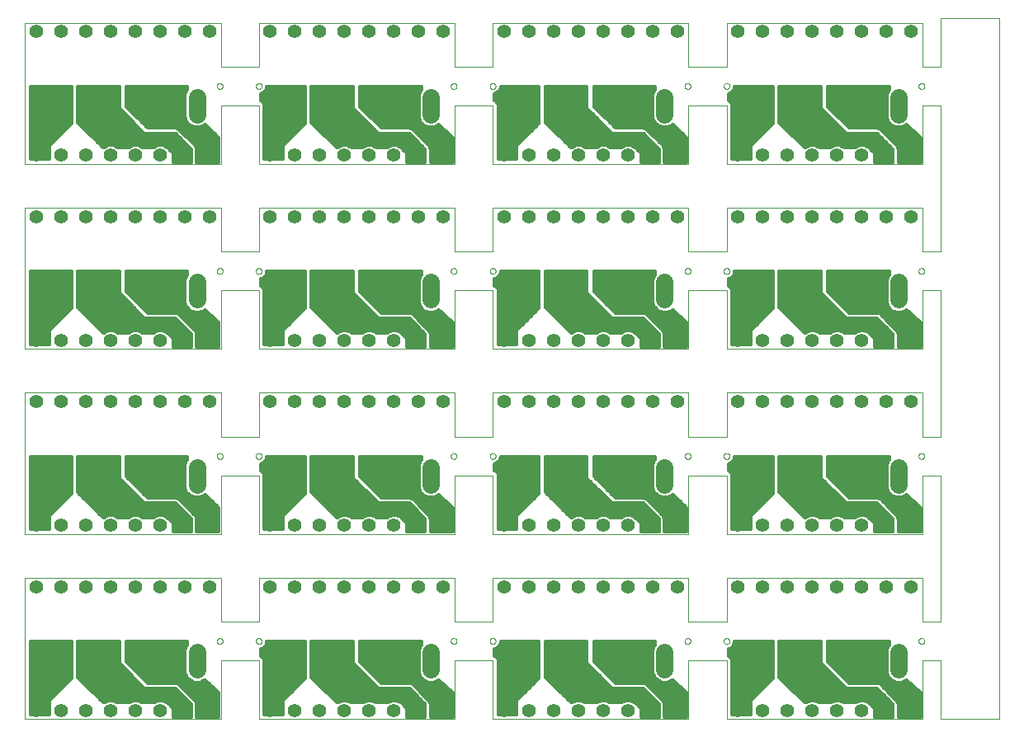
<source format=gbl>
G75*
%MOIN*%
%OFA0B0*%
%FSLAX25Y25*%
%IPPOS*%
%LPD*%
%AMOC8*
5,1,8,0,0,1.08239X$1,22.5*
%
%ADD10C,0.00394*%
%ADD11C,0.00000*%
%ADD12C,0.05543*%
%ADD13C,0.07050*%
%ADD14C,0.01600*%
D10*
X0002546Y0001585D02*
X0081680Y0001585D01*
X0081680Y0025207D01*
X0097034Y0025207D01*
X0097034Y0001585D01*
X0176168Y0001585D01*
X0176168Y0025207D01*
X0191522Y0025207D01*
X0191522Y0001585D01*
X0270656Y0001585D01*
X0270656Y0025207D01*
X0286010Y0025207D01*
X0286010Y0001585D01*
X0365144Y0001585D01*
X0365144Y0025207D01*
X0372625Y0025207D01*
X0372625Y0001585D01*
X0396247Y0001585D01*
X0396247Y0285050D01*
X0372625Y0285050D01*
X0372625Y0265365D01*
X0365144Y0265365D01*
X0365144Y0283081D01*
X0286010Y0283081D01*
X0286010Y0265365D01*
X0270656Y0265365D01*
X0270656Y0283081D01*
X0191522Y0283081D01*
X0191522Y0265365D01*
X0176168Y0265365D01*
X0176168Y0283081D01*
X0097034Y0283081D01*
X0097034Y0265365D01*
X0081680Y0265365D01*
X0081680Y0283081D01*
X0002546Y0283081D01*
X0002546Y0225995D01*
X0081680Y0225995D01*
X0081680Y0249617D01*
X0097034Y0249617D01*
X0097034Y0225995D01*
X0176168Y0225995D01*
X0176168Y0249617D01*
X0191522Y0249617D01*
X0191522Y0225995D01*
X0270656Y0225995D01*
X0270656Y0249617D01*
X0286010Y0249617D01*
X0286010Y0225995D01*
X0365144Y0225995D01*
X0365144Y0249617D01*
X0372625Y0249617D01*
X0372625Y0190562D01*
X0365144Y0190562D01*
X0365144Y0208278D01*
X0286010Y0208278D01*
X0286010Y0190562D01*
X0270656Y0190562D01*
X0270656Y0208278D01*
X0191522Y0208278D01*
X0191522Y0190562D01*
X0176168Y0190562D01*
X0176168Y0208278D01*
X0097034Y0208278D01*
X0097034Y0190562D01*
X0081680Y0190562D01*
X0081680Y0208278D01*
X0002546Y0208278D01*
X0002546Y0151192D01*
X0081680Y0151192D01*
X0081680Y0174814D01*
X0097034Y0174814D01*
X0097034Y0151192D01*
X0176168Y0151192D01*
X0176168Y0174814D01*
X0191522Y0174814D01*
X0191522Y0151192D01*
X0270656Y0151192D01*
X0270656Y0174814D01*
X0286010Y0174814D01*
X0286010Y0151192D01*
X0365144Y0151192D01*
X0365144Y0174814D01*
X0372625Y0174814D01*
X0372625Y0115759D01*
X0365144Y0115759D01*
X0365144Y0133475D01*
X0286010Y0133475D01*
X0286010Y0115759D01*
X0270656Y0115759D01*
X0270656Y0133475D01*
X0191522Y0133475D01*
X0191522Y0115759D01*
X0176168Y0115759D01*
X0176168Y0133475D01*
X0097034Y0133475D01*
X0097034Y0115759D01*
X0081680Y0115759D01*
X0081680Y0133475D01*
X0002546Y0133475D01*
X0002546Y0076389D01*
X0081680Y0076389D01*
X0081680Y0100011D01*
X0097034Y0100011D01*
X0097034Y0076389D01*
X0176168Y0076389D01*
X0176168Y0100011D01*
X0191522Y0100011D01*
X0191522Y0076389D01*
X0270656Y0076389D01*
X0270656Y0100011D01*
X0286010Y0100011D01*
X0286010Y0076389D01*
X0365144Y0076389D01*
X0365144Y0100011D01*
X0372625Y0100011D01*
X0372625Y0040956D01*
X0365144Y0040956D01*
X0365144Y0058672D01*
X0286010Y0058672D01*
X0286010Y0040956D01*
X0270656Y0040956D01*
X0270656Y0058672D01*
X0191522Y0058672D01*
X0191522Y0040956D01*
X0176168Y0040956D01*
X0176168Y0058672D01*
X0097034Y0058672D01*
X0097034Y0040956D01*
X0081680Y0040956D01*
X0081680Y0058672D01*
X0002546Y0058672D01*
X0002546Y0001585D01*
D11*
X0080105Y0033081D02*
X0080107Y0033150D01*
X0080113Y0033218D01*
X0080123Y0033286D01*
X0080137Y0033353D01*
X0080155Y0033420D01*
X0080176Y0033485D01*
X0080202Y0033549D01*
X0080231Y0033611D01*
X0080263Y0033671D01*
X0080299Y0033730D01*
X0080339Y0033786D01*
X0080381Y0033840D01*
X0080427Y0033891D01*
X0080476Y0033940D01*
X0080527Y0033986D01*
X0080581Y0034028D01*
X0080637Y0034068D01*
X0080695Y0034104D01*
X0080756Y0034136D01*
X0080818Y0034165D01*
X0080882Y0034191D01*
X0080947Y0034212D01*
X0081014Y0034230D01*
X0081081Y0034244D01*
X0081149Y0034254D01*
X0081217Y0034260D01*
X0081286Y0034262D01*
X0081355Y0034260D01*
X0081423Y0034254D01*
X0081491Y0034244D01*
X0081558Y0034230D01*
X0081625Y0034212D01*
X0081690Y0034191D01*
X0081754Y0034165D01*
X0081816Y0034136D01*
X0081876Y0034104D01*
X0081935Y0034068D01*
X0081991Y0034028D01*
X0082045Y0033986D01*
X0082096Y0033940D01*
X0082145Y0033891D01*
X0082191Y0033840D01*
X0082233Y0033786D01*
X0082273Y0033730D01*
X0082309Y0033671D01*
X0082341Y0033611D01*
X0082370Y0033549D01*
X0082396Y0033485D01*
X0082417Y0033420D01*
X0082435Y0033353D01*
X0082449Y0033286D01*
X0082459Y0033218D01*
X0082465Y0033150D01*
X0082467Y0033081D01*
X0082465Y0033012D01*
X0082459Y0032944D01*
X0082449Y0032876D01*
X0082435Y0032809D01*
X0082417Y0032742D01*
X0082396Y0032677D01*
X0082370Y0032613D01*
X0082341Y0032551D01*
X0082309Y0032490D01*
X0082273Y0032432D01*
X0082233Y0032376D01*
X0082191Y0032322D01*
X0082145Y0032271D01*
X0082096Y0032222D01*
X0082045Y0032176D01*
X0081991Y0032134D01*
X0081935Y0032094D01*
X0081877Y0032058D01*
X0081816Y0032026D01*
X0081754Y0031997D01*
X0081690Y0031971D01*
X0081625Y0031950D01*
X0081558Y0031932D01*
X0081491Y0031918D01*
X0081423Y0031908D01*
X0081355Y0031902D01*
X0081286Y0031900D01*
X0081217Y0031902D01*
X0081149Y0031908D01*
X0081081Y0031918D01*
X0081014Y0031932D01*
X0080947Y0031950D01*
X0080882Y0031971D01*
X0080818Y0031997D01*
X0080756Y0032026D01*
X0080695Y0032058D01*
X0080637Y0032094D01*
X0080581Y0032134D01*
X0080527Y0032176D01*
X0080476Y0032222D01*
X0080427Y0032271D01*
X0080381Y0032322D01*
X0080339Y0032376D01*
X0080299Y0032432D01*
X0080263Y0032490D01*
X0080231Y0032551D01*
X0080202Y0032613D01*
X0080176Y0032677D01*
X0080155Y0032742D01*
X0080137Y0032809D01*
X0080123Y0032876D01*
X0080113Y0032944D01*
X0080107Y0033012D01*
X0080105Y0033081D01*
X0095853Y0033081D02*
X0095855Y0033150D01*
X0095861Y0033218D01*
X0095871Y0033286D01*
X0095885Y0033353D01*
X0095903Y0033420D01*
X0095924Y0033485D01*
X0095950Y0033549D01*
X0095979Y0033611D01*
X0096011Y0033671D01*
X0096047Y0033730D01*
X0096087Y0033786D01*
X0096129Y0033840D01*
X0096175Y0033891D01*
X0096224Y0033940D01*
X0096275Y0033986D01*
X0096329Y0034028D01*
X0096385Y0034068D01*
X0096443Y0034104D01*
X0096504Y0034136D01*
X0096566Y0034165D01*
X0096630Y0034191D01*
X0096695Y0034212D01*
X0096762Y0034230D01*
X0096829Y0034244D01*
X0096897Y0034254D01*
X0096965Y0034260D01*
X0097034Y0034262D01*
X0097103Y0034260D01*
X0097171Y0034254D01*
X0097239Y0034244D01*
X0097306Y0034230D01*
X0097373Y0034212D01*
X0097438Y0034191D01*
X0097502Y0034165D01*
X0097564Y0034136D01*
X0097624Y0034104D01*
X0097683Y0034068D01*
X0097739Y0034028D01*
X0097793Y0033986D01*
X0097844Y0033940D01*
X0097893Y0033891D01*
X0097939Y0033840D01*
X0097981Y0033786D01*
X0098021Y0033730D01*
X0098057Y0033671D01*
X0098089Y0033611D01*
X0098118Y0033549D01*
X0098144Y0033485D01*
X0098165Y0033420D01*
X0098183Y0033353D01*
X0098197Y0033286D01*
X0098207Y0033218D01*
X0098213Y0033150D01*
X0098215Y0033081D01*
X0098213Y0033012D01*
X0098207Y0032944D01*
X0098197Y0032876D01*
X0098183Y0032809D01*
X0098165Y0032742D01*
X0098144Y0032677D01*
X0098118Y0032613D01*
X0098089Y0032551D01*
X0098057Y0032490D01*
X0098021Y0032432D01*
X0097981Y0032376D01*
X0097939Y0032322D01*
X0097893Y0032271D01*
X0097844Y0032222D01*
X0097793Y0032176D01*
X0097739Y0032134D01*
X0097683Y0032094D01*
X0097625Y0032058D01*
X0097564Y0032026D01*
X0097502Y0031997D01*
X0097438Y0031971D01*
X0097373Y0031950D01*
X0097306Y0031932D01*
X0097239Y0031918D01*
X0097171Y0031908D01*
X0097103Y0031902D01*
X0097034Y0031900D01*
X0096965Y0031902D01*
X0096897Y0031908D01*
X0096829Y0031918D01*
X0096762Y0031932D01*
X0096695Y0031950D01*
X0096630Y0031971D01*
X0096566Y0031997D01*
X0096504Y0032026D01*
X0096443Y0032058D01*
X0096385Y0032094D01*
X0096329Y0032134D01*
X0096275Y0032176D01*
X0096224Y0032222D01*
X0096175Y0032271D01*
X0096129Y0032322D01*
X0096087Y0032376D01*
X0096047Y0032432D01*
X0096011Y0032490D01*
X0095979Y0032551D01*
X0095950Y0032613D01*
X0095924Y0032677D01*
X0095903Y0032742D01*
X0095885Y0032809D01*
X0095871Y0032876D01*
X0095861Y0032944D01*
X0095855Y0033012D01*
X0095853Y0033081D01*
X0174593Y0033081D02*
X0174595Y0033150D01*
X0174601Y0033218D01*
X0174611Y0033286D01*
X0174625Y0033353D01*
X0174643Y0033420D01*
X0174664Y0033485D01*
X0174690Y0033549D01*
X0174719Y0033611D01*
X0174751Y0033671D01*
X0174787Y0033730D01*
X0174827Y0033786D01*
X0174869Y0033840D01*
X0174915Y0033891D01*
X0174964Y0033940D01*
X0175015Y0033986D01*
X0175069Y0034028D01*
X0175125Y0034068D01*
X0175183Y0034104D01*
X0175244Y0034136D01*
X0175306Y0034165D01*
X0175370Y0034191D01*
X0175435Y0034212D01*
X0175502Y0034230D01*
X0175569Y0034244D01*
X0175637Y0034254D01*
X0175705Y0034260D01*
X0175774Y0034262D01*
X0175843Y0034260D01*
X0175911Y0034254D01*
X0175979Y0034244D01*
X0176046Y0034230D01*
X0176113Y0034212D01*
X0176178Y0034191D01*
X0176242Y0034165D01*
X0176304Y0034136D01*
X0176364Y0034104D01*
X0176423Y0034068D01*
X0176479Y0034028D01*
X0176533Y0033986D01*
X0176584Y0033940D01*
X0176633Y0033891D01*
X0176679Y0033840D01*
X0176721Y0033786D01*
X0176761Y0033730D01*
X0176797Y0033671D01*
X0176829Y0033611D01*
X0176858Y0033549D01*
X0176884Y0033485D01*
X0176905Y0033420D01*
X0176923Y0033353D01*
X0176937Y0033286D01*
X0176947Y0033218D01*
X0176953Y0033150D01*
X0176955Y0033081D01*
X0176953Y0033012D01*
X0176947Y0032944D01*
X0176937Y0032876D01*
X0176923Y0032809D01*
X0176905Y0032742D01*
X0176884Y0032677D01*
X0176858Y0032613D01*
X0176829Y0032551D01*
X0176797Y0032490D01*
X0176761Y0032432D01*
X0176721Y0032376D01*
X0176679Y0032322D01*
X0176633Y0032271D01*
X0176584Y0032222D01*
X0176533Y0032176D01*
X0176479Y0032134D01*
X0176423Y0032094D01*
X0176365Y0032058D01*
X0176304Y0032026D01*
X0176242Y0031997D01*
X0176178Y0031971D01*
X0176113Y0031950D01*
X0176046Y0031932D01*
X0175979Y0031918D01*
X0175911Y0031908D01*
X0175843Y0031902D01*
X0175774Y0031900D01*
X0175705Y0031902D01*
X0175637Y0031908D01*
X0175569Y0031918D01*
X0175502Y0031932D01*
X0175435Y0031950D01*
X0175370Y0031971D01*
X0175306Y0031997D01*
X0175244Y0032026D01*
X0175183Y0032058D01*
X0175125Y0032094D01*
X0175069Y0032134D01*
X0175015Y0032176D01*
X0174964Y0032222D01*
X0174915Y0032271D01*
X0174869Y0032322D01*
X0174827Y0032376D01*
X0174787Y0032432D01*
X0174751Y0032490D01*
X0174719Y0032551D01*
X0174690Y0032613D01*
X0174664Y0032677D01*
X0174643Y0032742D01*
X0174625Y0032809D01*
X0174611Y0032876D01*
X0174601Y0032944D01*
X0174595Y0033012D01*
X0174593Y0033081D01*
X0190341Y0033081D02*
X0190343Y0033150D01*
X0190349Y0033218D01*
X0190359Y0033286D01*
X0190373Y0033353D01*
X0190391Y0033420D01*
X0190412Y0033485D01*
X0190438Y0033549D01*
X0190467Y0033611D01*
X0190499Y0033671D01*
X0190535Y0033730D01*
X0190575Y0033786D01*
X0190617Y0033840D01*
X0190663Y0033891D01*
X0190712Y0033940D01*
X0190763Y0033986D01*
X0190817Y0034028D01*
X0190873Y0034068D01*
X0190931Y0034104D01*
X0190992Y0034136D01*
X0191054Y0034165D01*
X0191118Y0034191D01*
X0191183Y0034212D01*
X0191250Y0034230D01*
X0191317Y0034244D01*
X0191385Y0034254D01*
X0191453Y0034260D01*
X0191522Y0034262D01*
X0191591Y0034260D01*
X0191659Y0034254D01*
X0191727Y0034244D01*
X0191794Y0034230D01*
X0191861Y0034212D01*
X0191926Y0034191D01*
X0191990Y0034165D01*
X0192052Y0034136D01*
X0192112Y0034104D01*
X0192171Y0034068D01*
X0192227Y0034028D01*
X0192281Y0033986D01*
X0192332Y0033940D01*
X0192381Y0033891D01*
X0192427Y0033840D01*
X0192469Y0033786D01*
X0192509Y0033730D01*
X0192545Y0033671D01*
X0192577Y0033611D01*
X0192606Y0033549D01*
X0192632Y0033485D01*
X0192653Y0033420D01*
X0192671Y0033353D01*
X0192685Y0033286D01*
X0192695Y0033218D01*
X0192701Y0033150D01*
X0192703Y0033081D01*
X0192701Y0033012D01*
X0192695Y0032944D01*
X0192685Y0032876D01*
X0192671Y0032809D01*
X0192653Y0032742D01*
X0192632Y0032677D01*
X0192606Y0032613D01*
X0192577Y0032551D01*
X0192545Y0032490D01*
X0192509Y0032432D01*
X0192469Y0032376D01*
X0192427Y0032322D01*
X0192381Y0032271D01*
X0192332Y0032222D01*
X0192281Y0032176D01*
X0192227Y0032134D01*
X0192171Y0032094D01*
X0192113Y0032058D01*
X0192052Y0032026D01*
X0191990Y0031997D01*
X0191926Y0031971D01*
X0191861Y0031950D01*
X0191794Y0031932D01*
X0191727Y0031918D01*
X0191659Y0031908D01*
X0191591Y0031902D01*
X0191522Y0031900D01*
X0191453Y0031902D01*
X0191385Y0031908D01*
X0191317Y0031918D01*
X0191250Y0031932D01*
X0191183Y0031950D01*
X0191118Y0031971D01*
X0191054Y0031997D01*
X0190992Y0032026D01*
X0190931Y0032058D01*
X0190873Y0032094D01*
X0190817Y0032134D01*
X0190763Y0032176D01*
X0190712Y0032222D01*
X0190663Y0032271D01*
X0190617Y0032322D01*
X0190575Y0032376D01*
X0190535Y0032432D01*
X0190499Y0032490D01*
X0190467Y0032551D01*
X0190438Y0032613D01*
X0190412Y0032677D01*
X0190391Y0032742D01*
X0190373Y0032809D01*
X0190359Y0032876D01*
X0190349Y0032944D01*
X0190343Y0033012D01*
X0190341Y0033081D01*
X0269081Y0033081D02*
X0269083Y0033150D01*
X0269089Y0033218D01*
X0269099Y0033286D01*
X0269113Y0033353D01*
X0269131Y0033420D01*
X0269152Y0033485D01*
X0269178Y0033549D01*
X0269207Y0033611D01*
X0269239Y0033671D01*
X0269275Y0033730D01*
X0269315Y0033786D01*
X0269357Y0033840D01*
X0269403Y0033891D01*
X0269452Y0033940D01*
X0269503Y0033986D01*
X0269557Y0034028D01*
X0269613Y0034068D01*
X0269671Y0034104D01*
X0269732Y0034136D01*
X0269794Y0034165D01*
X0269858Y0034191D01*
X0269923Y0034212D01*
X0269990Y0034230D01*
X0270057Y0034244D01*
X0270125Y0034254D01*
X0270193Y0034260D01*
X0270262Y0034262D01*
X0270331Y0034260D01*
X0270399Y0034254D01*
X0270467Y0034244D01*
X0270534Y0034230D01*
X0270601Y0034212D01*
X0270666Y0034191D01*
X0270730Y0034165D01*
X0270792Y0034136D01*
X0270852Y0034104D01*
X0270911Y0034068D01*
X0270967Y0034028D01*
X0271021Y0033986D01*
X0271072Y0033940D01*
X0271121Y0033891D01*
X0271167Y0033840D01*
X0271209Y0033786D01*
X0271249Y0033730D01*
X0271285Y0033671D01*
X0271317Y0033611D01*
X0271346Y0033549D01*
X0271372Y0033485D01*
X0271393Y0033420D01*
X0271411Y0033353D01*
X0271425Y0033286D01*
X0271435Y0033218D01*
X0271441Y0033150D01*
X0271443Y0033081D01*
X0271441Y0033012D01*
X0271435Y0032944D01*
X0271425Y0032876D01*
X0271411Y0032809D01*
X0271393Y0032742D01*
X0271372Y0032677D01*
X0271346Y0032613D01*
X0271317Y0032551D01*
X0271285Y0032490D01*
X0271249Y0032432D01*
X0271209Y0032376D01*
X0271167Y0032322D01*
X0271121Y0032271D01*
X0271072Y0032222D01*
X0271021Y0032176D01*
X0270967Y0032134D01*
X0270911Y0032094D01*
X0270853Y0032058D01*
X0270792Y0032026D01*
X0270730Y0031997D01*
X0270666Y0031971D01*
X0270601Y0031950D01*
X0270534Y0031932D01*
X0270467Y0031918D01*
X0270399Y0031908D01*
X0270331Y0031902D01*
X0270262Y0031900D01*
X0270193Y0031902D01*
X0270125Y0031908D01*
X0270057Y0031918D01*
X0269990Y0031932D01*
X0269923Y0031950D01*
X0269858Y0031971D01*
X0269794Y0031997D01*
X0269732Y0032026D01*
X0269671Y0032058D01*
X0269613Y0032094D01*
X0269557Y0032134D01*
X0269503Y0032176D01*
X0269452Y0032222D01*
X0269403Y0032271D01*
X0269357Y0032322D01*
X0269315Y0032376D01*
X0269275Y0032432D01*
X0269239Y0032490D01*
X0269207Y0032551D01*
X0269178Y0032613D01*
X0269152Y0032677D01*
X0269131Y0032742D01*
X0269113Y0032809D01*
X0269099Y0032876D01*
X0269089Y0032944D01*
X0269083Y0033012D01*
X0269081Y0033081D01*
X0284829Y0033081D02*
X0284831Y0033150D01*
X0284837Y0033218D01*
X0284847Y0033286D01*
X0284861Y0033353D01*
X0284879Y0033420D01*
X0284900Y0033485D01*
X0284926Y0033549D01*
X0284955Y0033611D01*
X0284987Y0033671D01*
X0285023Y0033730D01*
X0285063Y0033786D01*
X0285105Y0033840D01*
X0285151Y0033891D01*
X0285200Y0033940D01*
X0285251Y0033986D01*
X0285305Y0034028D01*
X0285361Y0034068D01*
X0285419Y0034104D01*
X0285480Y0034136D01*
X0285542Y0034165D01*
X0285606Y0034191D01*
X0285671Y0034212D01*
X0285738Y0034230D01*
X0285805Y0034244D01*
X0285873Y0034254D01*
X0285941Y0034260D01*
X0286010Y0034262D01*
X0286079Y0034260D01*
X0286147Y0034254D01*
X0286215Y0034244D01*
X0286282Y0034230D01*
X0286349Y0034212D01*
X0286414Y0034191D01*
X0286478Y0034165D01*
X0286540Y0034136D01*
X0286600Y0034104D01*
X0286659Y0034068D01*
X0286715Y0034028D01*
X0286769Y0033986D01*
X0286820Y0033940D01*
X0286869Y0033891D01*
X0286915Y0033840D01*
X0286957Y0033786D01*
X0286997Y0033730D01*
X0287033Y0033671D01*
X0287065Y0033611D01*
X0287094Y0033549D01*
X0287120Y0033485D01*
X0287141Y0033420D01*
X0287159Y0033353D01*
X0287173Y0033286D01*
X0287183Y0033218D01*
X0287189Y0033150D01*
X0287191Y0033081D01*
X0287189Y0033012D01*
X0287183Y0032944D01*
X0287173Y0032876D01*
X0287159Y0032809D01*
X0287141Y0032742D01*
X0287120Y0032677D01*
X0287094Y0032613D01*
X0287065Y0032551D01*
X0287033Y0032490D01*
X0286997Y0032432D01*
X0286957Y0032376D01*
X0286915Y0032322D01*
X0286869Y0032271D01*
X0286820Y0032222D01*
X0286769Y0032176D01*
X0286715Y0032134D01*
X0286659Y0032094D01*
X0286601Y0032058D01*
X0286540Y0032026D01*
X0286478Y0031997D01*
X0286414Y0031971D01*
X0286349Y0031950D01*
X0286282Y0031932D01*
X0286215Y0031918D01*
X0286147Y0031908D01*
X0286079Y0031902D01*
X0286010Y0031900D01*
X0285941Y0031902D01*
X0285873Y0031908D01*
X0285805Y0031918D01*
X0285738Y0031932D01*
X0285671Y0031950D01*
X0285606Y0031971D01*
X0285542Y0031997D01*
X0285480Y0032026D01*
X0285419Y0032058D01*
X0285361Y0032094D01*
X0285305Y0032134D01*
X0285251Y0032176D01*
X0285200Y0032222D01*
X0285151Y0032271D01*
X0285105Y0032322D01*
X0285063Y0032376D01*
X0285023Y0032432D01*
X0284987Y0032490D01*
X0284955Y0032551D01*
X0284926Y0032613D01*
X0284900Y0032677D01*
X0284879Y0032742D01*
X0284861Y0032809D01*
X0284847Y0032876D01*
X0284837Y0032944D01*
X0284831Y0033012D01*
X0284829Y0033081D01*
X0363570Y0033081D02*
X0363572Y0033150D01*
X0363578Y0033218D01*
X0363588Y0033286D01*
X0363602Y0033353D01*
X0363620Y0033420D01*
X0363641Y0033485D01*
X0363667Y0033549D01*
X0363696Y0033611D01*
X0363728Y0033671D01*
X0363764Y0033730D01*
X0363804Y0033786D01*
X0363846Y0033840D01*
X0363892Y0033891D01*
X0363941Y0033940D01*
X0363992Y0033986D01*
X0364046Y0034028D01*
X0364102Y0034068D01*
X0364160Y0034104D01*
X0364221Y0034136D01*
X0364283Y0034165D01*
X0364347Y0034191D01*
X0364412Y0034212D01*
X0364479Y0034230D01*
X0364546Y0034244D01*
X0364614Y0034254D01*
X0364682Y0034260D01*
X0364751Y0034262D01*
X0364820Y0034260D01*
X0364888Y0034254D01*
X0364956Y0034244D01*
X0365023Y0034230D01*
X0365090Y0034212D01*
X0365155Y0034191D01*
X0365219Y0034165D01*
X0365281Y0034136D01*
X0365341Y0034104D01*
X0365400Y0034068D01*
X0365456Y0034028D01*
X0365510Y0033986D01*
X0365561Y0033940D01*
X0365610Y0033891D01*
X0365656Y0033840D01*
X0365698Y0033786D01*
X0365738Y0033730D01*
X0365774Y0033671D01*
X0365806Y0033611D01*
X0365835Y0033549D01*
X0365861Y0033485D01*
X0365882Y0033420D01*
X0365900Y0033353D01*
X0365914Y0033286D01*
X0365924Y0033218D01*
X0365930Y0033150D01*
X0365932Y0033081D01*
X0365930Y0033012D01*
X0365924Y0032944D01*
X0365914Y0032876D01*
X0365900Y0032809D01*
X0365882Y0032742D01*
X0365861Y0032677D01*
X0365835Y0032613D01*
X0365806Y0032551D01*
X0365774Y0032490D01*
X0365738Y0032432D01*
X0365698Y0032376D01*
X0365656Y0032322D01*
X0365610Y0032271D01*
X0365561Y0032222D01*
X0365510Y0032176D01*
X0365456Y0032134D01*
X0365400Y0032094D01*
X0365342Y0032058D01*
X0365281Y0032026D01*
X0365219Y0031997D01*
X0365155Y0031971D01*
X0365090Y0031950D01*
X0365023Y0031932D01*
X0364956Y0031918D01*
X0364888Y0031908D01*
X0364820Y0031902D01*
X0364751Y0031900D01*
X0364682Y0031902D01*
X0364614Y0031908D01*
X0364546Y0031918D01*
X0364479Y0031932D01*
X0364412Y0031950D01*
X0364347Y0031971D01*
X0364283Y0031997D01*
X0364221Y0032026D01*
X0364160Y0032058D01*
X0364102Y0032094D01*
X0364046Y0032134D01*
X0363992Y0032176D01*
X0363941Y0032222D01*
X0363892Y0032271D01*
X0363846Y0032322D01*
X0363804Y0032376D01*
X0363764Y0032432D01*
X0363728Y0032490D01*
X0363696Y0032551D01*
X0363667Y0032613D01*
X0363641Y0032677D01*
X0363620Y0032742D01*
X0363602Y0032809D01*
X0363588Y0032876D01*
X0363578Y0032944D01*
X0363572Y0033012D01*
X0363570Y0033081D01*
X0363570Y0107885D02*
X0363572Y0107954D01*
X0363578Y0108022D01*
X0363588Y0108090D01*
X0363602Y0108157D01*
X0363620Y0108224D01*
X0363641Y0108289D01*
X0363667Y0108353D01*
X0363696Y0108415D01*
X0363728Y0108475D01*
X0363764Y0108534D01*
X0363804Y0108590D01*
X0363846Y0108644D01*
X0363892Y0108695D01*
X0363941Y0108744D01*
X0363992Y0108790D01*
X0364046Y0108832D01*
X0364102Y0108872D01*
X0364160Y0108908D01*
X0364221Y0108940D01*
X0364283Y0108969D01*
X0364347Y0108995D01*
X0364412Y0109016D01*
X0364479Y0109034D01*
X0364546Y0109048D01*
X0364614Y0109058D01*
X0364682Y0109064D01*
X0364751Y0109066D01*
X0364820Y0109064D01*
X0364888Y0109058D01*
X0364956Y0109048D01*
X0365023Y0109034D01*
X0365090Y0109016D01*
X0365155Y0108995D01*
X0365219Y0108969D01*
X0365281Y0108940D01*
X0365341Y0108908D01*
X0365400Y0108872D01*
X0365456Y0108832D01*
X0365510Y0108790D01*
X0365561Y0108744D01*
X0365610Y0108695D01*
X0365656Y0108644D01*
X0365698Y0108590D01*
X0365738Y0108534D01*
X0365774Y0108475D01*
X0365806Y0108415D01*
X0365835Y0108353D01*
X0365861Y0108289D01*
X0365882Y0108224D01*
X0365900Y0108157D01*
X0365914Y0108090D01*
X0365924Y0108022D01*
X0365930Y0107954D01*
X0365932Y0107885D01*
X0365930Y0107816D01*
X0365924Y0107748D01*
X0365914Y0107680D01*
X0365900Y0107613D01*
X0365882Y0107546D01*
X0365861Y0107481D01*
X0365835Y0107417D01*
X0365806Y0107355D01*
X0365774Y0107294D01*
X0365738Y0107236D01*
X0365698Y0107180D01*
X0365656Y0107126D01*
X0365610Y0107075D01*
X0365561Y0107026D01*
X0365510Y0106980D01*
X0365456Y0106938D01*
X0365400Y0106898D01*
X0365342Y0106862D01*
X0365281Y0106830D01*
X0365219Y0106801D01*
X0365155Y0106775D01*
X0365090Y0106754D01*
X0365023Y0106736D01*
X0364956Y0106722D01*
X0364888Y0106712D01*
X0364820Y0106706D01*
X0364751Y0106704D01*
X0364682Y0106706D01*
X0364614Y0106712D01*
X0364546Y0106722D01*
X0364479Y0106736D01*
X0364412Y0106754D01*
X0364347Y0106775D01*
X0364283Y0106801D01*
X0364221Y0106830D01*
X0364160Y0106862D01*
X0364102Y0106898D01*
X0364046Y0106938D01*
X0363992Y0106980D01*
X0363941Y0107026D01*
X0363892Y0107075D01*
X0363846Y0107126D01*
X0363804Y0107180D01*
X0363764Y0107236D01*
X0363728Y0107294D01*
X0363696Y0107355D01*
X0363667Y0107417D01*
X0363641Y0107481D01*
X0363620Y0107546D01*
X0363602Y0107613D01*
X0363588Y0107680D01*
X0363578Y0107748D01*
X0363572Y0107816D01*
X0363570Y0107885D01*
X0284829Y0107885D02*
X0284831Y0107954D01*
X0284837Y0108022D01*
X0284847Y0108090D01*
X0284861Y0108157D01*
X0284879Y0108224D01*
X0284900Y0108289D01*
X0284926Y0108353D01*
X0284955Y0108415D01*
X0284987Y0108475D01*
X0285023Y0108534D01*
X0285063Y0108590D01*
X0285105Y0108644D01*
X0285151Y0108695D01*
X0285200Y0108744D01*
X0285251Y0108790D01*
X0285305Y0108832D01*
X0285361Y0108872D01*
X0285419Y0108908D01*
X0285480Y0108940D01*
X0285542Y0108969D01*
X0285606Y0108995D01*
X0285671Y0109016D01*
X0285738Y0109034D01*
X0285805Y0109048D01*
X0285873Y0109058D01*
X0285941Y0109064D01*
X0286010Y0109066D01*
X0286079Y0109064D01*
X0286147Y0109058D01*
X0286215Y0109048D01*
X0286282Y0109034D01*
X0286349Y0109016D01*
X0286414Y0108995D01*
X0286478Y0108969D01*
X0286540Y0108940D01*
X0286600Y0108908D01*
X0286659Y0108872D01*
X0286715Y0108832D01*
X0286769Y0108790D01*
X0286820Y0108744D01*
X0286869Y0108695D01*
X0286915Y0108644D01*
X0286957Y0108590D01*
X0286997Y0108534D01*
X0287033Y0108475D01*
X0287065Y0108415D01*
X0287094Y0108353D01*
X0287120Y0108289D01*
X0287141Y0108224D01*
X0287159Y0108157D01*
X0287173Y0108090D01*
X0287183Y0108022D01*
X0287189Y0107954D01*
X0287191Y0107885D01*
X0287189Y0107816D01*
X0287183Y0107748D01*
X0287173Y0107680D01*
X0287159Y0107613D01*
X0287141Y0107546D01*
X0287120Y0107481D01*
X0287094Y0107417D01*
X0287065Y0107355D01*
X0287033Y0107294D01*
X0286997Y0107236D01*
X0286957Y0107180D01*
X0286915Y0107126D01*
X0286869Y0107075D01*
X0286820Y0107026D01*
X0286769Y0106980D01*
X0286715Y0106938D01*
X0286659Y0106898D01*
X0286601Y0106862D01*
X0286540Y0106830D01*
X0286478Y0106801D01*
X0286414Y0106775D01*
X0286349Y0106754D01*
X0286282Y0106736D01*
X0286215Y0106722D01*
X0286147Y0106712D01*
X0286079Y0106706D01*
X0286010Y0106704D01*
X0285941Y0106706D01*
X0285873Y0106712D01*
X0285805Y0106722D01*
X0285738Y0106736D01*
X0285671Y0106754D01*
X0285606Y0106775D01*
X0285542Y0106801D01*
X0285480Y0106830D01*
X0285419Y0106862D01*
X0285361Y0106898D01*
X0285305Y0106938D01*
X0285251Y0106980D01*
X0285200Y0107026D01*
X0285151Y0107075D01*
X0285105Y0107126D01*
X0285063Y0107180D01*
X0285023Y0107236D01*
X0284987Y0107294D01*
X0284955Y0107355D01*
X0284926Y0107417D01*
X0284900Y0107481D01*
X0284879Y0107546D01*
X0284861Y0107613D01*
X0284847Y0107680D01*
X0284837Y0107748D01*
X0284831Y0107816D01*
X0284829Y0107885D01*
X0269081Y0107885D02*
X0269083Y0107954D01*
X0269089Y0108022D01*
X0269099Y0108090D01*
X0269113Y0108157D01*
X0269131Y0108224D01*
X0269152Y0108289D01*
X0269178Y0108353D01*
X0269207Y0108415D01*
X0269239Y0108475D01*
X0269275Y0108534D01*
X0269315Y0108590D01*
X0269357Y0108644D01*
X0269403Y0108695D01*
X0269452Y0108744D01*
X0269503Y0108790D01*
X0269557Y0108832D01*
X0269613Y0108872D01*
X0269671Y0108908D01*
X0269732Y0108940D01*
X0269794Y0108969D01*
X0269858Y0108995D01*
X0269923Y0109016D01*
X0269990Y0109034D01*
X0270057Y0109048D01*
X0270125Y0109058D01*
X0270193Y0109064D01*
X0270262Y0109066D01*
X0270331Y0109064D01*
X0270399Y0109058D01*
X0270467Y0109048D01*
X0270534Y0109034D01*
X0270601Y0109016D01*
X0270666Y0108995D01*
X0270730Y0108969D01*
X0270792Y0108940D01*
X0270852Y0108908D01*
X0270911Y0108872D01*
X0270967Y0108832D01*
X0271021Y0108790D01*
X0271072Y0108744D01*
X0271121Y0108695D01*
X0271167Y0108644D01*
X0271209Y0108590D01*
X0271249Y0108534D01*
X0271285Y0108475D01*
X0271317Y0108415D01*
X0271346Y0108353D01*
X0271372Y0108289D01*
X0271393Y0108224D01*
X0271411Y0108157D01*
X0271425Y0108090D01*
X0271435Y0108022D01*
X0271441Y0107954D01*
X0271443Y0107885D01*
X0271441Y0107816D01*
X0271435Y0107748D01*
X0271425Y0107680D01*
X0271411Y0107613D01*
X0271393Y0107546D01*
X0271372Y0107481D01*
X0271346Y0107417D01*
X0271317Y0107355D01*
X0271285Y0107294D01*
X0271249Y0107236D01*
X0271209Y0107180D01*
X0271167Y0107126D01*
X0271121Y0107075D01*
X0271072Y0107026D01*
X0271021Y0106980D01*
X0270967Y0106938D01*
X0270911Y0106898D01*
X0270853Y0106862D01*
X0270792Y0106830D01*
X0270730Y0106801D01*
X0270666Y0106775D01*
X0270601Y0106754D01*
X0270534Y0106736D01*
X0270467Y0106722D01*
X0270399Y0106712D01*
X0270331Y0106706D01*
X0270262Y0106704D01*
X0270193Y0106706D01*
X0270125Y0106712D01*
X0270057Y0106722D01*
X0269990Y0106736D01*
X0269923Y0106754D01*
X0269858Y0106775D01*
X0269794Y0106801D01*
X0269732Y0106830D01*
X0269671Y0106862D01*
X0269613Y0106898D01*
X0269557Y0106938D01*
X0269503Y0106980D01*
X0269452Y0107026D01*
X0269403Y0107075D01*
X0269357Y0107126D01*
X0269315Y0107180D01*
X0269275Y0107236D01*
X0269239Y0107294D01*
X0269207Y0107355D01*
X0269178Y0107417D01*
X0269152Y0107481D01*
X0269131Y0107546D01*
X0269113Y0107613D01*
X0269099Y0107680D01*
X0269089Y0107748D01*
X0269083Y0107816D01*
X0269081Y0107885D01*
X0190341Y0107885D02*
X0190343Y0107954D01*
X0190349Y0108022D01*
X0190359Y0108090D01*
X0190373Y0108157D01*
X0190391Y0108224D01*
X0190412Y0108289D01*
X0190438Y0108353D01*
X0190467Y0108415D01*
X0190499Y0108475D01*
X0190535Y0108534D01*
X0190575Y0108590D01*
X0190617Y0108644D01*
X0190663Y0108695D01*
X0190712Y0108744D01*
X0190763Y0108790D01*
X0190817Y0108832D01*
X0190873Y0108872D01*
X0190931Y0108908D01*
X0190992Y0108940D01*
X0191054Y0108969D01*
X0191118Y0108995D01*
X0191183Y0109016D01*
X0191250Y0109034D01*
X0191317Y0109048D01*
X0191385Y0109058D01*
X0191453Y0109064D01*
X0191522Y0109066D01*
X0191591Y0109064D01*
X0191659Y0109058D01*
X0191727Y0109048D01*
X0191794Y0109034D01*
X0191861Y0109016D01*
X0191926Y0108995D01*
X0191990Y0108969D01*
X0192052Y0108940D01*
X0192112Y0108908D01*
X0192171Y0108872D01*
X0192227Y0108832D01*
X0192281Y0108790D01*
X0192332Y0108744D01*
X0192381Y0108695D01*
X0192427Y0108644D01*
X0192469Y0108590D01*
X0192509Y0108534D01*
X0192545Y0108475D01*
X0192577Y0108415D01*
X0192606Y0108353D01*
X0192632Y0108289D01*
X0192653Y0108224D01*
X0192671Y0108157D01*
X0192685Y0108090D01*
X0192695Y0108022D01*
X0192701Y0107954D01*
X0192703Y0107885D01*
X0192701Y0107816D01*
X0192695Y0107748D01*
X0192685Y0107680D01*
X0192671Y0107613D01*
X0192653Y0107546D01*
X0192632Y0107481D01*
X0192606Y0107417D01*
X0192577Y0107355D01*
X0192545Y0107294D01*
X0192509Y0107236D01*
X0192469Y0107180D01*
X0192427Y0107126D01*
X0192381Y0107075D01*
X0192332Y0107026D01*
X0192281Y0106980D01*
X0192227Y0106938D01*
X0192171Y0106898D01*
X0192113Y0106862D01*
X0192052Y0106830D01*
X0191990Y0106801D01*
X0191926Y0106775D01*
X0191861Y0106754D01*
X0191794Y0106736D01*
X0191727Y0106722D01*
X0191659Y0106712D01*
X0191591Y0106706D01*
X0191522Y0106704D01*
X0191453Y0106706D01*
X0191385Y0106712D01*
X0191317Y0106722D01*
X0191250Y0106736D01*
X0191183Y0106754D01*
X0191118Y0106775D01*
X0191054Y0106801D01*
X0190992Y0106830D01*
X0190931Y0106862D01*
X0190873Y0106898D01*
X0190817Y0106938D01*
X0190763Y0106980D01*
X0190712Y0107026D01*
X0190663Y0107075D01*
X0190617Y0107126D01*
X0190575Y0107180D01*
X0190535Y0107236D01*
X0190499Y0107294D01*
X0190467Y0107355D01*
X0190438Y0107417D01*
X0190412Y0107481D01*
X0190391Y0107546D01*
X0190373Y0107613D01*
X0190359Y0107680D01*
X0190349Y0107748D01*
X0190343Y0107816D01*
X0190341Y0107885D01*
X0174593Y0107885D02*
X0174595Y0107954D01*
X0174601Y0108022D01*
X0174611Y0108090D01*
X0174625Y0108157D01*
X0174643Y0108224D01*
X0174664Y0108289D01*
X0174690Y0108353D01*
X0174719Y0108415D01*
X0174751Y0108475D01*
X0174787Y0108534D01*
X0174827Y0108590D01*
X0174869Y0108644D01*
X0174915Y0108695D01*
X0174964Y0108744D01*
X0175015Y0108790D01*
X0175069Y0108832D01*
X0175125Y0108872D01*
X0175183Y0108908D01*
X0175244Y0108940D01*
X0175306Y0108969D01*
X0175370Y0108995D01*
X0175435Y0109016D01*
X0175502Y0109034D01*
X0175569Y0109048D01*
X0175637Y0109058D01*
X0175705Y0109064D01*
X0175774Y0109066D01*
X0175843Y0109064D01*
X0175911Y0109058D01*
X0175979Y0109048D01*
X0176046Y0109034D01*
X0176113Y0109016D01*
X0176178Y0108995D01*
X0176242Y0108969D01*
X0176304Y0108940D01*
X0176364Y0108908D01*
X0176423Y0108872D01*
X0176479Y0108832D01*
X0176533Y0108790D01*
X0176584Y0108744D01*
X0176633Y0108695D01*
X0176679Y0108644D01*
X0176721Y0108590D01*
X0176761Y0108534D01*
X0176797Y0108475D01*
X0176829Y0108415D01*
X0176858Y0108353D01*
X0176884Y0108289D01*
X0176905Y0108224D01*
X0176923Y0108157D01*
X0176937Y0108090D01*
X0176947Y0108022D01*
X0176953Y0107954D01*
X0176955Y0107885D01*
X0176953Y0107816D01*
X0176947Y0107748D01*
X0176937Y0107680D01*
X0176923Y0107613D01*
X0176905Y0107546D01*
X0176884Y0107481D01*
X0176858Y0107417D01*
X0176829Y0107355D01*
X0176797Y0107294D01*
X0176761Y0107236D01*
X0176721Y0107180D01*
X0176679Y0107126D01*
X0176633Y0107075D01*
X0176584Y0107026D01*
X0176533Y0106980D01*
X0176479Y0106938D01*
X0176423Y0106898D01*
X0176365Y0106862D01*
X0176304Y0106830D01*
X0176242Y0106801D01*
X0176178Y0106775D01*
X0176113Y0106754D01*
X0176046Y0106736D01*
X0175979Y0106722D01*
X0175911Y0106712D01*
X0175843Y0106706D01*
X0175774Y0106704D01*
X0175705Y0106706D01*
X0175637Y0106712D01*
X0175569Y0106722D01*
X0175502Y0106736D01*
X0175435Y0106754D01*
X0175370Y0106775D01*
X0175306Y0106801D01*
X0175244Y0106830D01*
X0175183Y0106862D01*
X0175125Y0106898D01*
X0175069Y0106938D01*
X0175015Y0106980D01*
X0174964Y0107026D01*
X0174915Y0107075D01*
X0174869Y0107126D01*
X0174827Y0107180D01*
X0174787Y0107236D01*
X0174751Y0107294D01*
X0174719Y0107355D01*
X0174690Y0107417D01*
X0174664Y0107481D01*
X0174643Y0107546D01*
X0174625Y0107613D01*
X0174611Y0107680D01*
X0174601Y0107748D01*
X0174595Y0107816D01*
X0174593Y0107885D01*
X0095853Y0107885D02*
X0095855Y0107954D01*
X0095861Y0108022D01*
X0095871Y0108090D01*
X0095885Y0108157D01*
X0095903Y0108224D01*
X0095924Y0108289D01*
X0095950Y0108353D01*
X0095979Y0108415D01*
X0096011Y0108475D01*
X0096047Y0108534D01*
X0096087Y0108590D01*
X0096129Y0108644D01*
X0096175Y0108695D01*
X0096224Y0108744D01*
X0096275Y0108790D01*
X0096329Y0108832D01*
X0096385Y0108872D01*
X0096443Y0108908D01*
X0096504Y0108940D01*
X0096566Y0108969D01*
X0096630Y0108995D01*
X0096695Y0109016D01*
X0096762Y0109034D01*
X0096829Y0109048D01*
X0096897Y0109058D01*
X0096965Y0109064D01*
X0097034Y0109066D01*
X0097103Y0109064D01*
X0097171Y0109058D01*
X0097239Y0109048D01*
X0097306Y0109034D01*
X0097373Y0109016D01*
X0097438Y0108995D01*
X0097502Y0108969D01*
X0097564Y0108940D01*
X0097624Y0108908D01*
X0097683Y0108872D01*
X0097739Y0108832D01*
X0097793Y0108790D01*
X0097844Y0108744D01*
X0097893Y0108695D01*
X0097939Y0108644D01*
X0097981Y0108590D01*
X0098021Y0108534D01*
X0098057Y0108475D01*
X0098089Y0108415D01*
X0098118Y0108353D01*
X0098144Y0108289D01*
X0098165Y0108224D01*
X0098183Y0108157D01*
X0098197Y0108090D01*
X0098207Y0108022D01*
X0098213Y0107954D01*
X0098215Y0107885D01*
X0098213Y0107816D01*
X0098207Y0107748D01*
X0098197Y0107680D01*
X0098183Y0107613D01*
X0098165Y0107546D01*
X0098144Y0107481D01*
X0098118Y0107417D01*
X0098089Y0107355D01*
X0098057Y0107294D01*
X0098021Y0107236D01*
X0097981Y0107180D01*
X0097939Y0107126D01*
X0097893Y0107075D01*
X0097844Y0107026D01*
X0097793Y0106980D01*
X0097739Y0106938D01*
X0097683Y0106898D01*
X0097625Y0106862D01*
X0097564Y0106830D01*
X0097502Y0106801D01*
X0097438Y0106775D01*
X0097373Y0106754D01*
X0097306Y0106736D01*
X0097239Y0106722D01*
X0097171Y0106712D01*
X0097103Y0106706D01*
X0097034Y0106704D01*
X0096965Y0106706D01*
X0096897Y0106712D01*
X0096829Y0106722D01*
X0096762Y0106736D01*
X0096695Y0106754D01*
X0096630Y0106775D01*
X0096566Y0106801D01*
X0096504Y0106830D01*
X0096443Y0106862D01*
X0096385Y0106898D01*
X0096329Y0106938D01*
X0096275Y0106980D01*
X0096224Y0107026D01*
X0096175Y0107075D01*
X0096129Y0107126D01*
X0096087Y0107180D01*
X0096047Y0107236D01*
X0096011Y0107294D01*
X0095979Y0107355D01*
X0095950Y0107417D01*
X0095924Y0107481D01*
X0095903Y0107546D01*
X0095885Y0107613D01*
X0095871Y0107680D01*
X0095861Y0107748D01*
X0095855Y0107816D01*
X0095853Y0107885D01*
X0080105Y0107885D02*
X0080107Y0107954D01*
X0080113Y0108022D01*
X0080123Y0108090D01*
X0080137Y0108157D01*
X0080155Y0108224D01*
X0080176Y0108289D01*
X0080202Y0108353D01*
X0080231Y0108415D01*
X0080263Y0108475D01*
X0080299Y0108534D01*
X0080339Y0108590D01*
X0080381Y0108644D01*
X0080427Y0108695D01*
X0080476Y0108744D01*
X0080527Y0108790D01*
X0080581Y0108832D01*
X0080637Y0108872D01*
X0080695Y0108908D01*
X0080756Y0108940D01*
X0080818Y0108969D01*
X0080882Y0108995D01*
X0080947Y0109016D01*
X0081014Y0109034D01*
X0081081Y0109048D01*
X0081149Y0109058D01*
X0081217Y0109064D01*
X0081286Y0109066D01*
X0081355Y0109064D01*
X0081423Y0109058D01*
X0081491Y0109048D01*
X0081558Y0109034D01*
X0081625Y0109016D01*
X0081690Y0108995D01*
X0081754Y0108969D01*
X0081816Y0108940D01*
X0081876Y0108908D01*
X0081935Y0108872D01*
X0081991Y0108832D01*
X0082045Y0108790D01*
X0082096Y0108744D01*
X0082145Y0108695D01*
X0082191Y0108644D01*
X0082233Y0108590D01*
X0082273Y0108534D01*
X0082309Y0108475D01*
X0082341Y0108415D01*
X0082370Y0108353D01*
X0082396Y0108289D01*
X0082417Y0108224D01*
X0082435Y0108157D01*
X0082449Y0108090D01*
X0082459Y0108022D01*
X0082465Y0107954D01*
X0082467Y0107885D01*
X0082465Y0107816D01*
X0082459Y0107748D01*
X0082449Y0107680D01*
X0082435Y0107613D01*
X0082417Y0107546D01*
X0082396Y0107481D01*
X0082370Y0107417D01*
X0082341Y0107355D01*
X0082309Y0107294D01*
X0082273Y0107236D01*
X0082233Y0107180D01*
X0082191Y0107126D01*
X0082145Y0107075D01*
X0082096Y0107026D01*
X0082045Y0106980D01*
X0081991Y0106938D01*
X0081935Y0106898D01*
X0081877Y0106862D01*
X0081816Y0106830D01*
X0081754Y0106801D01*
X0081690Y0106775D01*
X0081625Y0106754D01*
X0081558Y0106736D01*
X0081491Y0106722D01*
X0081423Y0106712D01*
X0081355Y0106706D01*
X0081286Y0106704D01*
X0081217Y0106706D01*
X0081149Y0106712D01*
X0081081Y0106722D01*
X0081014Y0106736D01*
X0080947Y0106754D01*
X0080882Y0106775D01*
X0080818Y0106801D01*
X0080756Y0106830D01*
X0080695Y0106862D01*
X0080637Y0106898D01*
X0080581Y0106938D01*
X0080527Y0106980D01*
X0080476Y0107026D01*
X0080427Y0107075D01*
X0080381Y0107126D01*
X0080339Y0107180D01*
X0080299Y0107236D01*
X0080263Y0107294D01*
X0080231Y0107355D01*
X0080202Y0107417D01*
X0080176Y0107481D01*
X0080155Y0107546D01*
X0080137Y0107613D01*
X0080123Y0107680D01*
X0080113Y0107748D01*
X0080107Y0107816D01*
X0080105Y0107885D01*
X0080105Y0182688D02*
X0080107Y0182757D01*
X0080113Y0182825D01*
X0080123Y0182893D01*
X0080137Y0182960D01*
X0080155Y0183027D01*
X0080176Y0183092D01*
X0080202Y0183156D01*
X0080231Y0183218D01*
X0080263Y0183278D01*
X0080299Y0183337D01*
X0080339Y0183393D01*
X0080381Y0183447D01*
X0080427Y0183498D01*
X0080476Y0183547D01*
X0080527Y0183593D01*
X0080581Y0183635D01*
X0080637Y0183675D01*
X0080695Y0183711D01*
X0080756Y0183743D01*
X0080818Y0183772D01*
X0080882Y0183798D01*
X0080947Y0183819D01*
X0081014Y0183837D01*
X0081081Y0183851D01*
X0081149Y0183861D01*
X0081217Y0183867D01*
X0081286Y0183869D01*
X0081355Y0183867D01*
X0081423Y0183861D01*
X0081491Y0183851D01*
X0081558Y0183837D01*
X0081625Y0183819D01*
X0081690Y0183798D01*
X0081754Y0183772D01*
X0081816Y0183743D01*
X0081876Y0183711D01*
X0081935Y0183675D01*
X0081991Y0183635D01*
X0082045Y0183593D01*
X0082096Y0183547D01*
X0082145Y0183498D01*
X0082191Y0183447D01*
X0082233Y0183393D01*
X0082273Y0183337D01*
X0082309Y0183278D01*
X0082341Y0183218D01*
X0082370Y0183156D01*
X0082396Y0183092D01*
X0082417Y0183027D01*
X0082435Y0182960D01*
X0082449Y0182893D01*
X0082459Y0182825D01*
X0082465Y0182757D01*
X0082467Y0182688D01*
X0082465Y0182619D01*
X0082459Y0182551D01*
X0082449Y0182483D01*
X0082435Y0182416D01*
X0082417Y0182349D01*
X0082396Y0182284D01*
X0082370Y0182220D01*
X0082341Y0182158D01*
X0082309Y0182097D01*
X0082273Y0182039D01*
X0082233Y0181983D01*
X0082191Y0181929D01*
X0082145Y0181878D01*
X0082096Y0181829D01*
X0082045Y0181783D01*
X0081991Y0181741D01*
X0081935Y0181701D01*
X0081877Y0181665D01*
X0081816Y0181633D01*
X0081754Y0181604D01*
X0081690Y0181578D01*
X0081625Y0181557D01*
X0081558Y0181539D01*
X0081491Y0181525D01*
X0081423Y0181515D01*
X0081355Y0181509D01*
X0081286Y0181507D01*
X0081217Y0181509D01*
X0081149Y0181515D01*
X0081081Y0181525D01*
X0081014Y0181539D01*
X0080947Y0181557D01*
X0080882Y0181578D01*
X0080818Y0181604D01*
X0080756Y0181633D01*
X0080695Y0181665D01*
X0080637Y0181701D01*
X0080581Y0181741D01*
X0080527Y0181783D01*
X0080476Y0181829D01*
X0080427Y0181878D01*
X0080381Y0181929D01*
X0080339Y0181983D01*
X0080299Y0182039D01*
X0080263Y0182097D01*
X0080231Y0182158D01*
X0080202Y0182220D01*
X0080176Y0182284D01*
X0080155Y0182349D01*
X0080137Y0182416D01*
X0080123Y0182483D01*
X0080113Y0182551D01*
X0080107Y0182619D01*
X0080105Y0182688D01*
X0095853Y0182688D02*
X0095855Y0182757D01*
X0095861Y0182825D01*
X0095871Y0182893D01*
X0095885Y0182960D01*
X0095903Y0183027D01*
X0095924Y0183092D01*
X0095950Y0183156D01*
X0095979Y0183218D01*
X0096011Y0183278D01*
X0096047Y0183337D01*
X0096087Y0183393D01*
X0096129Y0183447D01*
X0096175Y0183498D01*
X0096224Y0183547D01*
X0096275Y0183593D01*
X0096329Y0183635D01*
X0096385Y0183675D01*
X0096443Y0183711D01*
X0096504Y0183743D01*
X0096566Y0183772D01*
X0096630Y0183798D01*
X0096695Y0183819D01*
X0096762Y0183837D01*
X0096829Y0183851D01*
X0096897Y0183861D01*
X0096965Y0183867D01*
X0097034Y0183869D01*
X0097103Y0183867D01*
X0097171Y0183861D01*
X0097239Y0183851D01*
X0097306Y0183837D01*
X0097373Y0183819D01*
X0097438Y0183798D01*
X0097502Y0183772D01*
X0097564Y0183743D01*
X0097624Y0183711D01*
X0097683Y0183675D01*
X0097739Y0183635D01*
X0097793Y0183593D01*
X0097844Y0183547D01*
X0097893Y0183498D01*
X0097939Y0183447D01*
X0097981Y0183393D01*
X0098021Y0183337D01*
X0098057Y0183278D01*
X0098089Y0183218D01*
X0098118Y0183156D01*
X0098144Y0183092D01*
X0098165Y0183027D01*
X0098183Y0182960D01*
X0098197Y0182893D01*
X0098207Y0182825D01*
X0098213Y0182757D01*
X0098215Y0182688D01*
X0098213Y0182619D01*
X0098207Y0182551D01*
X0098197Y0182483D01*
X0098183Y0182416D01*
X0098165Y0182349D01*
X0098144Y0182284D01*
X0098118Y0182220D01*
X0098089Y0182158D01*
X0098057Y0182097D01*
X0098021Y0182039D01*
X0097981Y0181983D01*
X0097939Y0181929D01*
X0097893Y0181878D01*
X0097844Y0181829D01*
X0097793Y0181783D01*
X0097739Y0181741D01*
X0097683Y0181701D01*
X0097625Y0181665D01*
X0097564Y0181633D01*
X0097502Y0181604D01*
X0097438Y0181578D01*
X0097373Y0181557D01*
X0097306Y0181539D01*
X0097239Y0181525D01*
X0097171Y0181515D01*
X0097103Y0181509D01*
X0097034Y0181507D01*
X0096965Y0181509D01*
X0096897Y0181515D01*
X0096829Y0181525D01*
X0096762Y0181539D01*
X0096695Y0181557D01*
X0096630Y0181578D01*
X0096566Y0181604D01*
X0096504Y0181633D01*
X0096443Y0181665D01*
X0096385Y0181701D01*
X0096329Y0181741D01*
X0096275Y0181783D01*
X0096224Y0181829D01*
X0096175Y0181878D01*
X0096129Y0181929D01*
X0096087Y0181983D01*
X0096047Y0182039D01*
X0096011Y0182097D01*
X0095979Y0182158D01*
X0095950Y0182220D01*
X0095924Y0182284D01*
X0095903Y0182349D01*
X0095885Y0182416D01*
X0095871Y0182483D01*
X0095861Y0182551D01*
X0095855Y0182619D01*
X0095853Y0182688D01*
X0174593Y0182688D02*
X0174595Y0182757D01*
X0174601Y0182825D01*
X0174611Y0182893D01*
X0174625Y0182960D01*
X0174643Y0183027D01*
X0174664Y0183092D01*
X0174690Y0183156D01*
X0174719Y0183218D01*
X0174751Y0183278D01*
X0174787Y0183337D01*
X0174827Y0183393D01*
X0174869Y0183447D01*
X0174915Y0183498D01*
X0174964Y0183547D01*
X0175015Y0183593D01*
X0175069Y0183635D01*
X0175125Y0183675D01*
X0175183Y0183711D01*
X0175244Y0183743D01*
X0175306Y0183772D01*
X0175370Y0183798D01*
X0175435Y0183819D01*
X0175502Y0183837D01*
X0175569Y0183851D01*
X0175637Y0183861D01*
X0175705Y0183867D01*
X0175774Y0183869D01*
X0175843Y0183867D01*
X0175911Y0183861D01*
X0175979Y0183851D01*
X0176046Y0183837D01*
X0176113Y0183819D01*
X0176178Y0183798D01*
X0176242Y0183772D01*
X0176304Y0183743D01*
X0176364Y0183711D01*
X0176423Y0183675D01*
X0176479Y0183635D01*
X0176533Y0183593D01*
X0176584Y0183547D01*
X0176633Y0183498D01*
X0176679Y0183447D01*
X0176721Y0183393D01*
X0176761Y0183337D01*
X0176797Y0183278D01*
X0176829Y0183218D01*
X0176858Y0183156D01*
X0176884Y0183092D01*
X0176905Y0183027D01*
X0176923Y0182960D01*
X0176937Y0182893D01*
X0176947Y0182825D01*
X0176953Y0182757D01*
X0176955Y0182688D01*
X0176953Y0182619D01*
X0176947Y0182551D01*
X0176937Y0182483D01*
X0176923Y0182416D01*
X0176905Y0182349D01*
X0176884Y0182284D01*
X0176858Y0182220D01*
X0176829Y0182158D01*
X0176797Y0182097D01*
X0176761Y0182039D01*
X0176721Y0181983D01*
X0176679Y0181929D01*
X0176633Y0181878D01*
X0176584Y0181829D01*
X0176533Y0181783D01*
X0176479Y0181741D01*
X0176423Y0181701D01*
X0176365Y0181665D01*
X0176304Y0181633D01*
X0176242Y0181604D01*
X0176178Y0181578D01*
X0176113Y0181557D01*
X0176046Y0181539D01*
X0175979Y0181525D01*
X0175911Y0181515D01*
X0175843Y0181509D01*
X0175774Y0181507D01*
X0175705Y0181509D01*
X0175637Y0181515D01*
X0175569Y0181525D01*
X0175502Y0181539D01*
X0175435Y0181557D01*
X0175370Y0181578D01*
X0175306Y0181604D01*
X0175244Y0181633D01*
X0175183Y0181665D01*
X0175125Y0181701D01*
X0175069Y0181741D01*
X0175015Y0181783D01*
X0174964Y0181829D01*
X0174915Y0181878D01*
X0174869Y0181929D01*
X0174827Y0181983D01*
X0174787Y0182039D01*
X0174751Y0182097D01*
X0174719Y0182158D01*
X0174690Y0182220D01*
X0174664Y0182284D01*
X0174643Y0182349D01*
X0174625Y0182416D01*
X0174611Y0182483D01*
X0174601Y0182551D01*
X0174595Y0182619D01*
X0174593Y0182688D01*
X0190341Y0182688D02*
X0190343Y0182757D01*
X0190349Y0182825D01*
X0190359Y0182893D01*
X0190373Y0182960D01*
X0190391Y0183027D01*
X0190412Y0183092D01*
X0190438Y0183156D01*
X0190467Y0183218D01*
X0190499Y0183278D01*
X0190535Y0183337D01*
X0190575Y0183393D01*
X0190617Y0183447D01*
X0190663Y0183498D01*
X0190712Y0183547D01*
X0190763Y0183593D01*
X0190817Y0183635D01*
X0190873Y0183675D01*
X0190931Y0183711D01*
X0190992Y0183743D01*
X0191054Y0183772D01*
X0191118Y0183798D01*
X0191183Y0183819D01*
X0191250Y0183837D01*
X0191317Y0183851D01*
X0191385Y0183861D01*
X0191453Y0183867D01*
X0191522Y0183869D01*
X0191591Y0183867D01*
X0191659Y0183861D01*
X0191727Y0183851D01*
X0191794Y0183837D01*
X0191861Y0183819D01*
X0191926Y0183798D01*
X0191990Y0183772D01*
X0192052Y0183743D01*
X0192112Y0183711D01*
X0192171Y0183675D01*
X0192227Y0183635D01*
X0192281Y0183593D01*
X0192332Y0183547D01*
X0192381Y0183498D01*
X0192427Y0183447D01*
X0192469Y0183393D01*
X0192509Y0183337D01*
X0192545Y0183278D01*
X0192577Y0183218D01*
X0192606Y0183156D01*
X0192632Y0183092D01*
X0192653Y0183027D01*
X0192671Y0182960D01*
X0192685Y0182893D01*
X0192695Y0182825D01*
X0192701Y0182757D01*
X0192703Y0182688D01*
X0192701Y0182619D01*
X0192695Y0182551D01*
X0192685Y0182483D01*
X0192671Y0182416D01*
X0192653Y0182349D01*
X0192632Y0182284D01*
X0192606Y0182220D01*
X0192577Y0182158D01*
X0192545Y0182097D01*
X0192509Y0182039D01*
X0192469Y0181983D01*
X0192427Y0181929D01*
X0192381Y0181878D01*
X0192332Y0181829D01*
X0192281Y0181783D01*
X0192227Y0181741D01*
X0192171Y0181701D01*
X0192113Y0181665D01*
X0192052Y0181633D01*
X0191990Y0181604D01*
X0191926Y0181578D01*
X0191861Y0181557D01*
X0191794Y0181539D01*
X0191727Y0181525D01*
X0191659Y0181515D01*
X0191591Y0181509D01*
X0191522Y0181507D01*
X0191453Y0181509D01*
X0191385Y0181515D01*
X0191317Y0181525D01*
X0191250Y0181539D01*
X0191183Y0181557D01*
X0191118Y0181578D01*
X0191054Y0181604D01*
X0190992Y0181633D01*
X0190931Y0181665D01*
X0190873Y0181701D01*
X0190817Y0181741D01*
X0190763Y0181783D01*
X0190712Y0181829D01*
X0190663Y0181878D01*
X0190617Y0181929D01*
X0190575Y0181983D01*
X0190535Y0182039D01*
X0190499Y0182097D01*
X0190467Y0182158D01*
X0190438Y0182220D01*
X0190412Y0182284D01*
X0190391Y0182349D01*
X0190373Y0182416D01*
X0190359Y0182483D01*
X0190349Y0182551D01*
X0190343Y0182619D01*
X0190341Y0182688D01*
X0269081Y0182688D02*
X0269083Y0182757D01*
X0269089Y0182825D01*
X0269099Y0182893D01*
X0269113Y0182960D01*
X0269131Y0183027D01*
X0269152Y0183092D01*
X0269178Y0183156D01*
X0269207Y0183218D01*
X0269239Y0183278D01*
X0269275Y0183337D01*
X0269315Y0183393D01*
X0269357Y0183447D01*
X0269403Y0183498D01*
X0269452Y0183547D01*
X0269503Y0183593D01*
X0269557Y0183635D01*
X0269613Y0183675D01*
X0269671Y0183711D01*
X0269732Y0183743D01*
X0269794Y0183772D01*
X0269858Y0183798D01*
X0269923Y0183819D01*
X0269990Y0183837D01*
X0270057Y0183851D01*
X0270125Y0183861D01*
X0270193Y0183867D01*
X0270262Y0183869D01*
X0270331Y0183867D01*
X0270399Y0183861D01*
X0270467Y0183851D01*
X0270534Y0183837D01*
X0270601Y0183819D01*
X0270666Y0183798D01*
X0270730Y0183772D01*
X0270792Y0183743D01*
X0270852Y0183711D01*
X0270911Y0183675D01*
X0270967Y0183635D01*
X0271021Y0183593D01*
X0271072Y0183547D01*
X0271121Y0183498D01*
X0271167Y0183447D01*
X0271209Y0183393D01*
X0271249Y0183337D01*
X0271285Y0183278D01*
X0271317Y0183218D01*
X0271346Y0183156D01*
X0271372Y0183092D01*
X0271393Y0183027D01*
X0271411Y0182960D01*
X0271425Y0182893D01*
X0271435Y0182825D01*
X0271441Y0182757D01*
X0271443Y0182688D01*
X0271441Y0182619D01*
X0271435Y0182551D01*
X0271425Y0182483D01*
X0271411Y0182416D01*
X0271393Y0182349D01*
X0271372Y0182284D01*
X0271346Y0182220D01*
X0271317Y0182158D01*
X0271285Y0182097D01*
X0271249Y0182039D01*
X0271209Y0181983D01*
X0271167Y0181929D01*
X0271121Y0181878D01*
X0271072Y0181829D01*
X0271021Y0181783D01*
X0270967Y0181741D01*
X0270911Y0181701D01*
X0270853Y0181665D01*
X0270792Y0181633D01*
X0270730Y0181604D01*
X0270666Y0181578D01*
X0270601Y0181557D01*
X0270534Y0181539D01*
X0270467Y0181525D01*
X0270399Y0181515D01*
X0270331Y0181509D01*
X0270262Y0181507D01*
X0270193Y0181509D01*
X0270125Y0181515D01*
X0270057Y0181525D01*
X0269990Y0181539D01*
X0269923Y0181557D01*
X0269858Y0181578D01*
X0269794Y0181604D01*
X0269732Y0181633D01*
X0269671Y0181665D01*
X0269613Y0181701D01*
X0269557Y0181741D01*
X0269503Y0181783D01*
X0269452Y0181829D01*
X0269403Y0181878D01*
X0269357Y0181929D01*
X0269315Y0181983D01*
X0269275Y0182039D01*
X0269239Y0182097D01*
X0269207Y0182158D01*
X0269178Y0182220D01*
X0269152Y0182284D01*
X0269131Y0182349D01*
X0269113Y0182416D01*
X0269099Y0182483D01*
X0269089Y0182551D01*
X0269083Y0182619D01*
X0269081Y0182688D01*
X0284829Y0182688D02*
X0284831Y0182757D01*
X0284837Y0182825D01*
X0284847Y0182893D01*
X0284861Y0182960D01*
X0284879Y0183027D01*
X0284900Y0183092D01*
X0284926Y0183156D01*
X0284955Y0183218D01*
X0284987Y0183278D01*
X0285023Y0183337D01*
X0285063Y0183393D01*
X0285105Y0183447D01*
X0285151Y0183498D01*
X0285200Y0183547D01*
X0285251Y0183593D01*
X0285305Y0183635D01*
X0285361Y0183675D01*
X0285419Y0183711D01*
X0285480Y0183743D01*
X0285542Y0183772D01*
X0285606Y0183798D01*
X0285671Y0183819D01*
X0285738Y0183837D01*
X0285805Y0183851D01*
X0285873Y0183861D01*
X0285941Y0183867D01*
X0286010Y0183869D01*
X0286079Y0183867D01*
X0286147Y0183861D01*
X0286215Y0183851D01*
X0286282Y0183837D01*
X0286349Y0183819D01*
X0286414Y0183798D01*
X0286478Y0183772D01*
X0286540Y0183743D01*
X0286600Y0183711D01*
X0286659Y0183675D01*
X0286715Y0183635D01*
X0286769Y0183593D01*
X0286820Y0183547D01*
X0286869Y0183498D01*
X0286915Y0183447D01*
X0286957Y0183393D01*
X0286997Y0183337D01*
X0287033Y0183278D01*
X0287065Y0183218D01*
X0287094Y0183156D01*
X0287120Y0183092D01*
X0287141Y0183027D01*
X0287159Y0182960D01*
X0287173Y0182893D01*
X0287183Y0182825D01*
X0287189Y0182757D01*
X0287191Y0182688D01*
X0287189Y0182619D01*
X0287183Y0182551D01*
X0287173Y0182483D01*
X0287159Y0182416D01*
X0287141Y0182349D01*
X0287120Y0182284D01*
X0287094Y0182220D01*
X0287065Y0182158D01*
X0287033Y0182097D01*
X0286997Y0182039D01*
X0286957Y0181983D01*
X0286915Y0181929D01*
X0286869Y0181878D01*
X0286820Y0181829D01*
X0286769Y0181783D01*
X0286715Y0181741D01*
X0286659Y0181701D01*
X0286601Y0181665D01*
X0286540Y0181633D01*
X0286478Y0181604D01*
X0286414Y0181578D01*
X0286349Y0181557D01*
X0286282Y0181539D01*
X0286215Y0181525D01*
X0286147Y0181515D01*
X0286079Y0181509D01*
X0286010Y0181507D01*
X0285941Y0181509D01*
X0285873Y0181515D01*
X0285805Y0181525D01*
X0285738Y0181539D01*
X0285671Y0181557D01*
X0285606Y0181578D01*
X0285542Y0181604D01*
X0285480Y0181633D01*
X0285419Y0181665D01*
X0285361Y0181701D01*
X0285305Y0181741D01*
X0285251Y0181783D01*
X0285200Y0181829D01*
X0285151Y0181878D01*
X0285105Y0181929D01*
X0285063Y0181983D01*
X0285023Y0182039D01*
X0284987Y0182097D01*
X0284955Y0182158D01*
X0284926Y0182220D01*
X0284900Y0182284D01*
X0284879Y0182349D01*
X0284861Y0182416D01*
X0284847Y0182483D01*
X0284837Y0182551D01*
X0284831Y0182619D01*
X0284829Y0182688D01*
X0363570Y0182688D02*
X0363572Y0182757D01*
X0363578Y0182825D01*
X0363588Y0182893D01*
X0363602Y0182960D01*
X0363620Y0183027D01*
X0363641Y0183092D01*
X0363667Y0183156D01*
X0363696Y0183218D01*
X0363728Y0183278D01*
X0363764Y0183337D01*
X0363804Y0183393D01*
X0363846Y0183447D01*
X0363892Y0183498D01*
X0363941Y0183547D01*
X0363992Y0183593D01*
X0364046Y0183635D01*
X0364102Y0183675D01*
X0364160Y0183711D01*
X0364221Y0183743D01*
X0364283Y0183772D01*
X0364347Y0183798D01*
X0364412Y0183819D01*
X0364479Y0183837D01*
X0364546Y0183851D01*
X0364614Y0183861D01*
X0364682Y0183867D01*
X0364751Y0183869D01*
X0364820Y0183867D01*
X0364888Y0183861D01*
X0364956Y0183851D01*
X0365023Y0183837D01*
X0365090Y0183819D01*
X0365155Y0183798D01*
X0365219Y0183772D01*
X0365281Y0183743D01*
X0365341Y0183711D01*
X0365400Y0183675D01*
X0365456Y0183635D01*
X0365510Y0183593D01*
X0365561Y0183547D01*
X0365610Y0183498D01*
X0365656Y0183447D01*
X0365698Y0183393D01*
X0365738Y0183337D01*
X0365774Y0183278D01*
X0365806Y0183218D01*
X0365835Y0183156D01*
X0365861Y0183092D01*
X0365882Y0183027D01*
X0365900Y0182960D01*
X0365914Y0182893D01*
X0365924Y0182825D01*
X0365930Y0182757D01*
X0365932Y0182688D01*
X0365930Y0182619D01*
X0365924Y0182551D01*
X0365914Y0182483D01*
X0365900Y0182416D01*
X0365882Y0182349D01*
X0365861Y0182284D01*
X0365835Y0182220D01*
X0365806Y0182158D01*
X0365774Y0182097D01*
X0365738Y0182039D01*
X0365698Y0181983D01*
X0365656Y0181929D01*
X0365610Y0181878D01*
X0365561Y0181829D01*
X0365510Y0181783D01*
X0365456Y0181741D01*
X0365400Y0181701D01*
X0365342Y0181665D01*
X0365281Y0181633D01*
X0365219Y0181604D01*
X0365155Y0181578D01*
X0365090Y0181557D01*
X0365023Y0181539D01*
X0364956Y0181525D01*
X0364888Y0181515D01*
X0364820Y0181509D01*
X0364751Y0181507D01*
X0364682Y0181509D01*
X0364614Y0181515D01*
X0364546Y0181525D01*
X0364479Y0181539D01*
X0364412Y0181557D01*
X0364347Y0181578D01*
X0364283Y0181604D01*
X0364221Y0181633D01*
X0364160Y0181665D01*
X0364102Y0181701D01*
X0364046Y0181741D01*
X0363992Y0181783D01*
X0363941Y0181829D01*
X0363892Y0181878D01*
X0363846Y0181929D01*
X0363804Y0181983D01*
X0363764Y0182039D01*
X0363728Y0182097D01*
X0363696Y0182158D01*
X0363667Y0182220D01*
X0363641Y0182284D01*
X0363620Y0182349D01*
X0363602Y0182416D01*
X0363588Y0182483D01*
X0363578Y0182551D01*
X0363572Y0182619D01*
X0363570Y0182688D01*
X0363570Y0257491D02*
X0363572Y0257560D01*
X0363578Y0257628D01*
X0363588Y0257696D01*
X0363602Y0257763D01*
X0363620Y0257830D01*
X0363641Y0257895D01*
X0363667Y0257959D01*
X0363696Y0258021D01*
X0363728Y0258081D01*
X0363764Y0258140D01*
X0363804Y0258196D01*
X0363846Y0258250D01*
X0363892Y0258301D01*
X0363941Y0258350D01*
X0363992Y0258396D01*
X0364046Y0258438D01*
X0364102Y0258478D01*
X0364160Y0258514D01*
X0364221Y0258546D01*
X0364283Y0258575D01*
X0364347Y0258601D01*
X0364412Y0258622D01*
X0364479Y0258640D01*
X0364546Y0258654D01*
X0364614Y0258664D01*
X0364682Y0258670D01*
X0364751Y0258672D01*
X0364820Y0258670D01*
X0364888Y0258664D01*
X0364956Y0258654D01*
X0365023Y0258640D01*
X0365090Y0258622D01*
X0365155Y0258601D01*
X0365219Y0258575D01*
X0365281Y0258546D01*
X0365341Y0258514D01*
X0365400Y0258478D01*
X0365456Y0258438D01*
X0365510Y0258396D01*
X0365561Y0258350D01*
X0365610Y0258301D01*
X0365656Y0258250D01*
X0365698Y0258196D01*
X0365738Y0258140D01*
X0365774Y0258081D01*
X0365806Y0258021D01*
X0365835Y0257959D01*
X0365861Y0257895D01*
X0365882Y0257830D01*
X0365900Y0257763D01*
X0365914Y0257696D01*
X0365924Y0257628D01*
X0365930Y0257560D01*
X0365932Y0257491D01*
X0365930Y0257422D01*
X0365924Y0257354D01*
X0365914Y0257286D01*
X0365900Y0257219D01*
X0365882Y0257152D01*
X0365861Y0257087D01*
X0365835Y0257023D01*
X0365806Y0256961D01*
X0365774Y0256900D01*
X0365738Y0256842D01*
X0365698Y0256786D01*
X0365656Y0256732D01*
X0365610Y0256681D01*
X0365561Y0256632D01*
X0365510Y0256586D01*
X0365456Y0256544D01*
X0365400Y0256504D01*
X0365342Y0256468D01*
X0365281Y0256436D01*
X0365219Y0256407D01*
X0365155Y0256381D01*
X0365090Y0256360D01*
X0365023Y0256342D01*
X0364956Y0256328D01*
X0364888Y0256318D01*
X0364820Y0256312D01*
X0364751Y0256310D01*
X0364682Y0256312D01*
X0364614Y0256318D01*
X0364546Y0256328D01*
X0364479Y0256342D01*
X0364412Y0256360D01*
X0364347Y0256381D01*
X0364283Y0256407D01*
X0364221Y0256436D01*
X0364160Y0256468D01*
X0364102Y0256504D01*
X0364046Y0256544D01*
X0363992Y0256586D01*
X0363941Y0256632D01*
X0363892Y0256681D01*
X0363846Y0256732D01*
X0363804Y0256786D01*
X0363764Y0256842D01*
X0363728Y0256900D01*
X0363696Y0256961D01*
X0363667Y0257023D01*
X0363641Y0257087D01*
X0363620Y0257152D01*
X0363602Y0257219D01*
X0363588Y0257286D01*
X0363578Y0257354D01*
X0363572Y0257422D01*
X0363570Y0257491D01*
X0284829Y0257491D02*
X0284831Y0257560D01*
X0284837Y0257628D01*
X0284847Y0257696D01*
X0284861Y0257763D01*
X0284879Y0257830D01*
X0284900Y0257895D01*
X0284926Y0257959D01*
X0284955Y0258021D01*
X0284987Y0258081D01*
X0285023Y0258140D01*
X0285063Y0258196D01*
X0285105Y0258250D01*
X0285151Y0258301D01*
X0285200Y0258350D01*
X0285251Y0258396D01*
X0285305Y0258438D01*
X0285361Y0258478D01*
X0285419Y0258514D01*
X0285480Y0258546D01*
X0285542Y0258575D01*
X0285606Y0258601D01*
X0285671Y0258622D01*
X0285738Y0258640D01*
X0285805Y0258654D01*
X0285873Y0258664D01*
X0285941Y0258670D01*
X0286010Y0258672D01*
X0286079Y0258670D01*
X0286147Y0258664D01*
X0286215Y0258654D01*
X0286282Y0258640D01*
X0286349Y0258622D01*
X0286414Y0258601D01*
X0286478Y0258575D01*
X0286540Y0258546D01*
X0286600Y0258514D01*
X0286659Y0258478D01*
X0286715Y0258438D01*
X0286769Y0258396D01*
X0286820Y0258350D01*
X0286869Y0258301D01*
X0286915Y0258250D01*
X0286957Y0258196D01*
X0286997Y0258140D01*
X0287033Y0258081D01*
X0287065Y0258021D01*
X0287094Y0257959D01*
X0287120Y0257895D01*
X0287141Y0257830D01*
X0287159Y0257763D01*
X0287173Y0257696D01*
X0287183Y0257628D01*
X0287189Y0257560D01*
X0287191Y0257491D01*
X0287189Y0257422D01*
X0287183Y0257354D01*
X0287173Y0257286D01*
X0287159Y0257219D01*
X0287141Y0257152D01*
X0287120Y0257087D01*
X0287094Y0257023D01*
X0287065Y0256961D01*
X0287033Y0256900D01*
X0286997Y0256842D01*
X0286957Y0256786D01*
X0286915Y0256732D01*
X0286869Y0256681D01*
X0286820Y0256632D01*
X0286769Y0256586D01*
X0286715Y0256544D01*
X0286659Y0256504D01*
X0286601Y0256468D01*
X0286540Y0256436D01*
X0286478Y0256407D01*
X0286414Y0256381D01*
X0286349Y0256360D01*
X0286282Y0256342D01*
X0286215Y0256328D01*
X0286147Y0256318D01*
X0286079Y0256312D01*
X0286010Y0256310D01*
X0285941Y0256312D01*
X0285873Y0256318D01*
X0285805Y0256328D01*
X0285738Y0256342D01*
X0285671Y0256360D01*
X0285606Y0256381D01*
X0285542Y0256407D01*
X0285480Y0256436D01*
X0285419Y0256468D01*
X0285361Y0256504D01*
X0285305Y0256544D01*
X0285251Y0256586D01*
X0285200Y0256632D01*
X0285151Y0256681D01*
X0285105Y0256732D01*
X0285063Y0256786D01*
X0285023Y0256842D01*
X0284987Y0256900D01*
X0284955Y0256961D01*
X0284926Y0257023D01*
X0284900Y0257087D01*
X0284879Y0257152D01*
X0284861Y0257219D01*
X0284847Y0257286D01*
X0284837Y0257354D01*
X0284831Y0257422D01*
X0284829Y0257491D01*
X0269081Y0257491D02*
X0269083Y0257560D01*
X0269089Y0257628D01*
X0269099Y0257696D01*
X0269113Y0257763D01*
X0269131Y0257830D01*
X0269152Y0257895D01*
X0269178Y0257959D01*
X0269207Y0258021D01*
X0269239Y0258081D01*
X0269275Y0258140D01*
X0269315Y0258196D01*
X0269357Y0258250D01*
X0269403Y0258301D01*
X0269452Y0258350D01*
X0269503Y0258396D01*
X0269557Y0258438D01*
X0269613Y0258478D01*
X0269671Y0258514D01*
X0269732Y0258546D01*
X0269794Y0258575D01*
X0269858Y0258601D01*
X0269923Y0258622D01*
X0269990Y0258640D01*
X0270057Y0258654D01*
X0270125Y0258664D01*
X0270193Y0258670D01*
X0270262Y0258672D01*
X0270331Y0258670D01*
X0270399Y0258664D01*
X0270467Y0258654D01*
X0270534Y0258640D01*
X0270601Y0258622D01*
X0270666Y0258601D01*
X0270730Y0258575D01*
X0270792Y0258546D01*
X0270852Y0258514D01*
X0270911Y0258478D01*
X0270967Y0258438D01*
X0271021Y0258396D01*
X0271072Y0258350D01*
X0271121Y0258301D01*
X0271167Y0258250D01*
X0271209Y0258196D01*
X0271249Y0258140D01*
X0271285Y0258081D01*
X0271317Y0258021D01*
X0271346Y0257959D01*
X0271372Y0257895D01*
X0271393Y0257830D01*
X0271411Y0257763D01*
X0271425Y0257696D01*
X0271435Y0257628D01*
X0271441Y0257560D01*
X0271443Y0257491D01*
X0271441Y0257422D01*
X0271435Y0257354D01*
X0271425Y0257286D01*
X0271411Y0257219D01*
X0271393Y0257152D01*
X0271372Y0257087D01*
X0271346Y0257023D01*
X0271317Y0256961D01*
X0271285Y0256900D01*
X0271249Y0256842D01*
X0271209Y0256786D01*
X0271167Y0256732D01*
X0271121Y0256681D01*
X0271072Y0256632D01*
X0271021Y0256586D01*
X0270967Y0256544D01*
X0270911Y0256504D01*
X0270853Y0256468D01*
X0270792Y0256436D01*
X0270730Y0256407D01*
X0270666Y0256381D01*
X0270601Y0256360D01*
X0270534Y0256342D01*
X0270467Y0256328D01*
X0270399Y0256318D01*
X0270331Y0256312D01*
X0270262Y0256310D01*
X0270193Y0256312D01*
X0270125Y0256318D01*
X0270057Y0256328D01*
X0269990Y0256342D01*
X0269923Y0256360D01*
X0269858Y0256381D01*
X0269794Y0256407D01*
X0269732Y0256436D01*
X0269671Y0256468D01*
X0269613Y0256504D01*
X0269557Y0256544D01*
X0269503Y0256586D01*
X0269452Y0256632D01*
X0269403Y0256681D01*
X0269357Y0256732D01*
X0269315Y0256786D01*
X0269275Y0256842D01*
X0269239Y0256900D01*
X0269207Y0256961D01*
X0269178Y0257023D01*
X0269152Y0257087D01*
X0269131Y0257152D01*
X0269113Y0257219D01*
X0269099Y0257286D01*
X0269089Y0257354D01*
X0269083Y0257422D01*
X0269081Y0257491D01*
X0190341Y0257491D02*
X0190343Y0257560D01*
X0190349Y0257628D01*
X0190359Y0257696D01*
X0190373Y0257763D01*
X0190391Y0257830D01*
X0190412Y0257895D01*
X0190438Y0257959D01*
X0190467Y0258021D01*
X0190499Y0258081D01*
X0190535Y0258140D01*
X0190575Y0258196D01*
X0190617Y0258250D01*
X0190663Y0258301D01*
X0190712Y0258350D01*
X0190763Y0258396D01*
X0190817Y0258438D01*
X0190873Y0258478D01*
X0190931Y0258514D01*
X0190992Y0258546D01*
X0191054Y0258575D01*
X0191118Y0258601D01*
X0191183Y0258622D01*
X0191250Y0258640D01*
X0191317Y0258654D01*
X0191385Y0258664D01*
X0191453Y0258670D01*
X0191522Y0258672D01*
X0191591Y0258670D01*
X0191659Y0258664D01*
X0191727Y0258654D01*
X0191794Y0258640D01*
X0191861Y0258622D01*
X0191926Y0258601D01*
X0191990Y0258575D01*
X0192052Y0258546D01*
X0192112Y0258514D01*
X0192171Y0258478D01*
X0192227Y0258438D01*
X0192281Y0258396D01*
X0192332Y0258350D01*
X0192381Y0258301D01*
X0192427Y0258250D01*
X0192469Y0258196D01*
X0192509Y0258140D01*
X0192545Y0258081D01*
X0192577Y0258021D01*
X0192606Y0257959D01*
X0192632Y0257895D01*
X0192653Y0257830D01*
X0192671Y0257763D01*
X0192685Y0257696D01*
X0192695Y0257628D01*
X0192701Y0257560D01*
X0192703Y0257491D01*
X0192701Y0257422D01*
X0192695Y0257354D01*
X0192685Y0257286D01*
X0192671Y0257219D01*
X0192653Y0257152D01*
X0192632Y0257087D01*
X0192606Y0257023D01*
X0192577Y0256961D01*
X0192545Y0256900D01*
X0192509Y0256842D01*
X0192469Y0256786D01*
X0192427Y0256732D01*
X0192381Y0256681D01*
X0192332Y0256632D01*
X0192281Y0256586D01*
X0192227Y0256544D01*
X0192171Y0256504D01*
X0192113Y0256468D01*
X0192052Y0256436D01*
X0191990Y0256407D01*
X0191926Y0256381D01*
X0191861Y0256360D01*
X0191794Y0256342D01*
X0191727Y0256328D01*
X0191659Y0256318D01*
X0191591Y0256312D01*
X0191522Y0256310D01*
X0191453Y0256312D01*
X0191385Y0256318D01*
X0191317Y0256328D01*
X0191250Y0256342D01*
X0191183Y0256360D01*
X0191118Y0256381D01*
X0191054Y0256407D01*
X0190992Y0256436D01*
X0190931Y0256468D01*
X0190873Y0256504D01*
X0190817Y0256544D01*
X0190763Y0256586D01*
X0190712Y0256632D01*
X0190663Y0256681D01*
X0190617Y0256732D01*
X0190575Y0256786D01*
X0190535Y0256842D01*
X0190499Y0256900D01*
X0190467Y0256961D01*
X0190438Y0257023D01*
X0190412Y0257087D01*
X0190391Y0257152D01*
X0190373Y0257219D01*
X0190359Y0257286D01*
X0190349Y0257354D01*
X0190343Y0257422D01*
X0190341Y0257491D01*
X0174593Y0257491D02*
X0174595Y0257560D01*
X0174601Y0257628D01*
X0174611Y0257696D01*
X0174625Y0257763D01*
X0174643Y0257830D01*
X0174664Y0257895D01*
X0174690Y0257959D01*
X0174719Y0258021D01*
X0174751Y0258081D01*
X0174787Y0258140D01*
X0174827Y0258196D01*
X0174869Y0258250D01*
X0174915Y0258301D01*
X0174964Y0258350D01*
X0175015Y0258396D01*
X0175069Y0258438D01*
X0175125Y0258478D01*
X0175183Y0258514D01*
X0175244Y0258546D01*
X0175306Y0258575D01*
X0175370Y0258601D01*
X0175435Y0258622D01*
X0175502Y0258640D01*
X0175569Y0258654D01*
X0175637Y0258664D01*
X0175705Y0258670D01*
X0175774Y0258672D01*
X0175843Y0258670D01*
X0175911Y0258664D01*
X0175979Y0258654D01*
X0176046Y0258640D01*
X0176113Y0258622D01*
X0176178Y0258601D01*
X0176242Y0258575D01*
X0176304Y0258546D01*
X0176364Y0258514D01*
X0176423Y0258478D01*
X0176479Y0258438D01*
X0176533Y0258396D01*
X0176584Y0258350D01*
X0176633Y0258301D01*
X0176679Y0258250D01*
X0176721Y0258196D01*
X0176761Y0258140D01*
X0176797Y0258081D01*
X0176829Y0258021D01*
X0176858Y0257959D01*
X0176884Y0257895D01*
X0176905Y0257830D01*
X0176923Y0257763D01*
X0176937Y0257696D01*
X0176947Y0257628D01*
X0176953Y0257560D01*
X0176955Y0257491D01*
X0176953Y0257422D01*
X0176947Y0257354D01*
X0176937Y0257286D01*
X0176923Y0257219D01*
X0176905Y0257152D01*
X0176884Y0257087D01*
X0176858Y0257023D01*
X0176829Y0256961D01*
X0176797Y0256900D01*
X0176761Y0256842D01*
X0176721Y0256786D01*
X0176679Y0256732D01*
X0176633Y0256681D01*
X0176584Y0256632D01*
X0176533Y0256586D01*
X0176479Y0256544D01*
X0176423Y0256504D01*
X0176365Y0256468D01*
X0176304Y0256436D01*
X0176242Y0256407D01*
X0176178Y0256381D01*
X0176113Y0256360D01*
X0176046Y0256342D01*
X0175979Y0256328D01*
X0175911Y0256318D01*
X0175843Y0256312D01*
X0175774Y0256310D01*
X0175705Y0256312D01*
X0175637Y0256318D01*
X0175569Y0256328D01*
X0175502Y0256342D01*
X0175435Y0256360D01*
X0175370Y0256381D01*
X0175306Y0256407D01*
X0175244Y0256436D01*
X0175183Y0256468D01*
X0175125Y0256504D01*
X0175069Y0256544D01*
X0175015Y0256586D01*
X0174964Y0256632D01*
X0174915Y0256681D01*
X0174869Y0256732D01*
X0174827Y0256786D01*
X0174787Y0256842D01*
X0174751Y0256900D01*
X0174719Y0256961D01*
X0174690Y0257023D01*
X0174664Y0257087D01*
X0174643Y0257152D01*
X0174625Y0257219D01*
X0174611Y0257286D01*
X0174601Y0257354D01*
X0174595Y0257422D01*
X0174593Y0257491D01*
X0095853Y0257491D02*
X0095855Y0257560D01*
X0095861Y0257628D01*
X0095871Y0257696D01*
X0095885Y0257763D01*
X0095903Y0257830D01*
X0095924Y0257895D01*
X0095950Y0257959D01*
X0095979Y0258021D01*
X0096011Y0258081D01*
X0096047Y0258140D01*
X0096087Y0258196D01*
X0096129Y0258250D01*
X0096175Y0258301D01*
X0096224Y0258350D01*
X0096275Y0258396D01*
X0096329Y0258438D01*
X0096385Y0258478D01*
X0096443Y0258514D01*
X0096504Y0258546D01*
X0096566Y0258575D01*
X0096630Y0258601D01*
X0096695Y0258622D01*
X0096762Y0258640D01*
X0096829Y0258654D01*
X0096897Y0258664D01*
X0096965Y0258670D01*
X0097034Y0258672D01*
X0097103Y0258670D01*
X0097171Y0258664D01*
X0097239Y0258654D01*
X0097306Y0258640D01*
X0097373Y0258622D01*
X0097438Y0258601D01*
X0097502Y0258575D01*
X0097564Y0258546D01*
X0097624Y0258514D01*
X0097683Y0258478D01*
X0097739Y0258438D01*
X0097793Y0258396D01*
X0097844Y0258350D01*
X0097893Y0258301D01*
X0097939Y0258250D01*
X0097981Y0258196D01*
X0098021Y0258140D01*
X0098057Y0258081D01*
X0098089Y0258021D01*
X0098118Y0257959D01*
X0098144Y0257895D01*
X0098165Y0257830D01*
X0098183Y0257763D01*
X0098197Y0257696D01*
X0098207Y0257628D01*
X0098213Y0257560D01*
X0098215Y0257491D01*
X0098213Y0257422D01*
X0098207Y0257354D01*
X0098197Y0257286D01*
X0098183Y0257219D01*
X0098165Y0257152D01*
X0098144Y0257087D01*
X0098118Y0257023D01*
X0098089Y0256961D01*
X0098057Y0256900D01*
X0098021Y0256842D01*
X0097981Y0256786D01*
X0097939Y0256732D01*
X0097893Y0256681D01*
X0097844Y0256632D01*
X0097793Y0256586D01*
X0097739Y0256544D01*
X0097683Y0256504D01*
X0097625Y0256468D01*
X0097564Y0256436D01*
X0097502Y0256407D01*
X0097438Y0256381D01*
X0097373Y0256360D01*
X0097306Y0256342D01*
X0097239Y0256328D01*
X0097171Y0256318D01*
X0097103Y0256312D01*
X0097034Y0256310D01*
X0096965Y0256312D01*
X0096897Y0256318D01*
X0096829Y0256328D01*
X0096762Y0256342D01*
X0096695Y0256360D01*
X0096630Y0256381D01*
X0096566Y0256407D01*
X0096504Y0256436D01*
X0096443Y0256468D01*
X0096385Y0256504D01*
X0096329Y0256544D01*
X0096275Y0256586D01*
X0096224Y0256632D01*
X0096175Y0256681D01*
X0096129Y0256732D01*
X0096087Y0256786D01*
X0096047Y0256842D01*
X0096011Y0256900D01*
X0095979Y0256961D01*
X0095950Y0257023D01*
X0095924Y0257087D01*
X0095903Y0257152D01*
X0095885Y0257219D01*
X0095871Y0257286D01*
X0095861Y0257354D01*
X0095855Y0257422D01*
X0095853Y0257491D01*
X0080105Y0257491D02*
X0080107Y0257560D01*
X0080113Y0257628D01*
X0080123Y0257696D01*
X0080137Y0257763D01*
X0080155Y0257830D01*
X0080176Y0257895D01*
X0080202Y0257959D01*
X0080231Y0258021D01*
X0080263Y0258081D01*
X0080299Y0258140D01*
X0080339Y0258196D01*
X0080381Y0258250D01*
X0080427Y0258301D01*
X0080476Y0258350D01*
X0080527Y0258396D01*
X0080581Y0258438D01*
X0080637Y0258478D01*
X0080695Y0258514D01*
X0080756Y0258546D01*
X0080818Y0258575D01*
X0080882Y0258601D01*
X0080947Y0258622D01*
X0081014Y0258640D01*
X0081081Y0258654D01*
X0081149Y0258664D01*
X0081217Y0258670D01*
X0081286Y0258672D01*
X0081355Y0258670D01*
X0081423Y0258664D01*
X0081491Y0258654D01*
X0081558Y0258640D01*
X0081625Y0258622D01*
X0081690Y0258601D01*
X0081754Y0258575D01*
X0081816Y0258546D01*
X0081876Y0258514D01*
X0081935Y0258478D01*
X0081991Y0258438D01*
X0082045Y0258396D01*
X0082096Y0258350D01*
X0082145Y0258301D01*
X0082191Y0258250D01*
X0082233Y0258196D01*
X0082273Y0258140D01*
X0082309Y0258081D01*
X0082341Y0258021D01*
X0082370Y0257959D01*
X0082396Y0257895D01*
X0082417Y0257830D01*
X0082435Y0257763D01*
X0082449Y0257696D01*
X0082459Y0257628D01*
X0082465Y0257560D01*
X0082467Y0257491D01*
X0082465Y0257422D01*
X0082459Y0257354D01*
X0082449Y0257286D01*
X0082435Y0257219D01*
X0082417Y0257152D01*
X0082396Y0257087D01*
X0082370Y0257023D01*
X0082341Y0256961D01*
X0082309Y0256900D01*
X0082273Y0256842D01*
X0082233Y0256786D01*
X0082191Y0256732D01*
X0082145Y0256681D01*
X0082096Y0256632D01*
X0082045Y0256586D01*
X0081991Y0256544D01*
X0081935Y0256504D01*
X0081877Y0256468D01*
X0081816Y0256436D01*
X0081754Y0256407D01*
X0081690Y0256381D01*
X0081625Y0256360D01*
X0081558Y0256342D01*
X0081491Y0256328D01*
X0081423Y0256318D01*
X0081355Y0256312D01*
X0081286Y0256310D01*
X0081217Y0256312D01*
X0081149Y0256318D01*
X0081081Y0256328D01*
X0081014Y0256342D01*
X0080947Y0256360D01*
X0080882Y0256381D01*
X0080818Y0256407D01*
X0080756Y0256436D01*
X0080695Y0256468D01*
X0080637Y0256504D01*
X0080581Y0256544D01*
X0080527Y0256586D01*
X0080476Y0256632D01*
X0080427Y0256681D01*
X0080381Y0256732D01*
X0080339Y0256786D01*
X0080299Y0256842D01*
X0080263Y0256900D01*
X0080231Y0256961D01*
X0080202Y0257023D01*
X0080176Y0257087D01*
X0080155Y0257152D01*
X0080137Y0257219D01*
X0080123Y0257286D01*
X0080113Y0257354D01*
X0080107Y0257422D01*
X0080105Y0257491D01*
D12*
X0077152Y0279459D03*
X0067152Y0279459D03*
X0057152Y0279459D03*
X0047152Y0279459D03*
X0037152Y0279459D03*
X0027152Y0279459D03*
X0017152Y0279459D03*
X0007152Y0279459D03*
X0007152Y0229459D03*
X0017152Y0229459D03*
X0027152Y0229459D03*
X0037152Y0229459D03*
X0047152Y0229459D03*
X0057152Y0229459D03*
X0067152Y0229459D03*
X0077152Y0229459D03*
X0101640Y0229459D03*
X0111640Y0229459D03*
X0121640Y0229459D03*
X0131640Y0229459D03*
X0141640Y0229459D03*
X0151640Y0229459D03*
X0161640Y0229459D03*
X0171640Y0229459D03*
X0196129Y0229459D03*
X0206129Y0229459D03*
X0216129Y0229459D03*
X0226129Y0229459D03*
X0236129Y0229459D03*
X0246129Y0229459D03*
X0256129Y0229459D03*
X0266129Y0229459D03*
X0290617Y0229459D03*
X0300617Y0229459D03*
X0310617Y0229459D03*
X0320617Y0229459D03*
X0330617Y0229459D03*
X0340617Y0229459D03*
X0350617Y0229459D03*
X0360617Y0229459D03*
X0360617Y0204656D03*
X0350617Y0204656D03*
X0340617Y0204656D03*
X0330617Y0204656D03*
X0320617Y0204656D03*
X0310617Y0204656D03*
X0300617Y0204656D03*
X0290617Y0204656D03*
X0266129Y0204656D03*
X0256129Y0204656D03*
X0246129Y0204656D03*
X0236129Y0204656D03*
X0226129Y0204656D03*
X0216129Y0204656D03*
X0206129Y0204656D03*
X0196129Y0204656D03*
X0171640Y0204656D03*
X0161640Y0204656D03*
X0151640Y0204656D03*
X0141640Y0204656D03*
X0131640Y0204656D03*
X0121640Y0204656D03*
X0111640Y0204656D03*
X0101640Y0204656D03*
X0077152Y0204656D03*
X0067152Y0204656D03*
X0057152Y0204656D03*
X0047152Y0204656D03*
X0037152Y0204656D03*
X0027152Y0204656D03*
X0017152Y0204656D03*
X0007152Y0204656D03*
X0007152Y0154656D03*
X0017152Y0154656D03*
X0027152Y0154656D03*
X0037152Y0154656D03*
X0047152Y0154656D03*
X0057152Y0154656D03*
X0067152Y0154656D03*
X0077152Y0154656D03*
X0101640Y0154656D03*
X0111640Y0154656D03*
X0121640Y0154656D03*
X0131640Y0154656D03*
X0141640Y0154656D03*
X0151640Y0154656D03*
X0161640Y0154656D03*
X0171640Y0154656D03*
X0196129Y0154656D03*
X0206129Y0154656D03*
X0216129Y0154656D03*
X0226129Y0154656D03*
X0236129Y0154656D03*
X0246129Y0154656D03*
X0256129Y0154656D03*
X0266129Y0154656D03*
X0290617Y0154656D03*
X0300617Y0154656D03*
X0310617Y0154656D03*
X0320617Y0154656D03*
X0330617Y0154656D03*
X0340617Y0154656D03*
X0350617Y0154656D03*
X0360617Y0154656D03*
X0360617Y0129853D03*
X0350617Y0129853D03*
X0340617Y0129853D03*
X0330617Y0129853D03*
X0320617Y0129853D03*
X0310617Y0129853D03*
X0300617Y0129853D03*
X0290617Y0129853D03*
X0266129Y0129853D03*
X0256129Y0129853D03*
X0246129Y0129853D03*
X0236129Y0129853D03*
X0226129Y0129853D03*
X0216129Y0129853D03*
X0206129Y0129853D03*
X0196129Y0129853D03*
X0171640Y0129853D03*
X0161640Y0129853D03*
X0151640Y0129853D03*
X0141640Y0129853D03*
X0131640Y0129853D03*
X0121640Y0129853D03*
X0111640Y0129853D03*
X0101640Y0129853D03*
X0077152Y0129853D03*
X0067152Y0129853D03*
X0057152Y0129853D03*
X0047152Y0129853D03*
X0037152Y0129853D03*
X0027152Y0129853D03*
X0017152Y0129853D03*
X0007152Y0129853D03*
X0007152Y0079853D03*
X0017152Y0079853D03*
X0027152Y0079853D03*
X0037152Y0079853D03*
X0047152Y0079853D03*
X0057152Y0079853D03*
X0067152Y0079853D03*
X0077152Y0079853D03*
X0101640Y0079853D03*
X0111640Y0079853D03*
X0121640Y0079853D03*
X0131640Y0079853D03*
X0141640Y0079853D03*
X0151640Y0079853D03*
X0161640Y0079853D03*
X0171640Y0079853D03*
X0196129Y0079853D03*
X0206129Y0079853D03*
X0216129Y0079853D03*
X0226129Y0079853D03*
X0236129Y0079853D03*
X0246129Y0079853D03*
X0256129Y0079853D03*
X0266129Y0079853D03*
X0290617Y0079853D03*
X0300617Y0079853D03*
X0310617Y0079853D03*
X0320617Y0079853D03*
X0330617Y0079853D03*
X0340617Y0079853D03*
X0350617Y0079853D03*
X0360617Y0079853D03*
X0360617Y0055050D03*
X0350617Y0055050D03*
X0340617Y0055050D03*
X0330617Y0055050D03*
X0320617Y0055050D03*
X0310617Y0055050D03*
X0300617Y0055050D03*
X0290617Y0055050D03*
X0266129Y0055050D03*
X0256129Y0055050D03*
X0246129Y0055050D03*
X0236129Y0055050D03*
X0226129Y0055050D03*
X0216129Y0055050D03*
X0206129Y0055050D03*
X0196129Y0055050D03*
X0171640Y0055050D03*
X0161640Y0055050D03*
X0151640Y0055050D03*
X0141640Y0055050D03*
X0131640Y0055050D03*
X0121640Y0055050D03*
X0111640Y0055050D03*
X0101640Y0055050D03*
X0077152Y0055050D03*
X0067152Y0055050D03*
X0057152Y0055050D03*
X0047152Y0055050D03*
X0037152Y0055050D03*
X0027152Y0055050D03*
X0017152Y0055050D03*
X0007152Y0055050D03*
X0007152Y0005050D03*
X0017152Y0005050D03*
X0027152Y0005050D03*
X0037152Y0005050D03*
X0047152Y0005050D03*
X0057152Y0005050D03*
X0067152Y0005050D03*
X0077152Y0005050D03*
X0101640Y0005050D03*
X0111640Y0005050D03*
X0121640Y0005050D03*
X0131640Y0005050D03*
X0141640Y0005050D03*
X0151640Y0005050D03*
X0161640Y0005050D03*
X0171640Y0005050D03*
X0196129Y0005050D03*
X0206129Y0005050D03*
X0216129Y0005050D03*
X0226129Y0005050D03*
X0236129Y0005050D03*
X0246129Y0005050D03*
X0256129Y0005050D03*
X0266129Y0005050D03*
X0290617Y0005050D03*
X0300617Y0005050D03*
X0310617Y0005050D03*
X0320617Y0005050D03*
X0330617Y0005050D03*
X0340617Y0005050D03*
X0350617Y0005050D03*
X0360617Y0005050D03*
X0360617Y0279459D03*
X0350617Y0279459D03*
X0340617Y0279459D03*
X0330617Y0279459D03*
X0320617Y0279459D03*
X0310617Y0279459D03*
X0300617Y0279459D03*
X0290617Y0279459D03*
X0266129Y0279459D03*
X0256129Y0279459D03*
X0246129Y0279459D03*
X0236129Y0279459D03*
X0226129Y0279459D03*
X0216129Y0279459D03*
X0206129Y0279459D03*
X0196129Y0279459D03*
X0171640Y0279459D03*
X0161640Y0279459D03*
X0151640Y0279459D03*
X0141640Y0279459D03*
X0131640Y0279459D03*
X0121640Y0279459D03*
X0111640Y0279459D03*
X0101640Y0279459D03*
D13*
X0106798Y0252984D02*
X0106798Y0245934D01*
X0126483Y0245934D02*
X0126483Y0252984D01*
X0146798Y0252984D02*
X0146798Y0245934D01*
X0166483Y0245934D02*
X0166483Y0252984D01*
X0201286Y0252984D02*
X0201286Y0245934D01*
X0220971Y0245934D02*
X0220971Y0252984D01*
X0241286Y0252984D02*
X0241286Y0245934D01*
X0260971Y0245934D02*
X0260971Y0252984D01*
X0295774Y0252984D02*
X0295774Y0245934D01*
X0315459Y0245934D02*
X0315459Y0252984D01*
X0335774Y0252984D02*
X0335774Y0245934D01*
X0355459Y0245934D02*
X0355459Y0252984D01*
X0355459Y0178181D02*
X0355459Y0171131D01*
X0335774Y0171131D02*
X0335774Y0178181D01*
X0315459Y0178181D02*
X0315459Y0171131D01*
X0295774Y0171131D02*
X0295774Y0178181D01*
X0260971Y0178181D02*
X0260971Y0171131D01*
X0241286Y0171131D02*
X0241286Y0178181D01*
X0220971Y0178181D02*
X0220971Y0171131D01*
X0201286Y0171131D02*
X0201286Y0178181D01*
X0166483Y0178181D02*
X0166483Y0171131D01*
X0146798Y0171131D02*
X0146798Y0178181D01*
X0126483Y0178181D02*
X0126483Y0171131D01*
X0106798Y0171131D02*
X0106798Y0178181D01*
X0071995Y0178181D02*
X0071995Y0171131D01*
X0052310Y0171131D02*
X0052310Y0178181D01*
X0031995Y0178181D02*
X0031995Y0171131D01*
X0012310Y0171131D02*
X0012310Y0178181D01*
X0012310Y0245934D02*
X0012310Y0252984D01*
X0031995Y0252984D02*
X0031995Y0245934D01*
X0052310Y0245934D02*
X0052310Y0252984D01*
X0071995Y0252984D02*
X0071995Y0245934D01*
X0071995Y0103378D02*
X0071995Y0096328D01*
X0052310Y0096328D02*
X0052310Y0103378D01*
X0031995Y0103378D02*
X0031995Y0096328D01*
X0012310Y0096328D02*
X0012310Y0103378D01*
X0106798Y0103378D02*
X0106798Y0096328D01*
X0126483Y0096328D02*
X0126483Y0103378D01*
X0146798Y0103378D02*
X0146798Y0096328D01*
X0166483Y0096328D02*
X0166483Y0103378D01*
X0201286Y0103378D02*
X0201286Y0096328D01*
X0220971Y0096328D02*
X0220971Y0103378D01*
X0241286Y0103378D02*
X0241286Y0096328D01*
X0260971Y0096328D02*
X0260971Y0103378D01*
X0295774Y0103378D02*
X0295774Y0096328D01*
X0315459Y0096328D02*
X0315459Y0103378D01*
X0335774Y0103378D02*
X0335774Y0096328D01*
X0355459Y0096328D02*
X0355459Y0103378D01*
X0355459Y0028575D02*
X0355459Y0021525D01*
X0335774Y0021525D02*
X0335774Y0028575D01*
X0315459Y0028575D02*
X0315459Y0021525D01*
X0295774Y0021525D02*
X0295774Y0028575D01*
X0260971Y0028575D02*
X0260971Y0021525D01*
X0241286Y0021525D02*
X0241286Y0028575D01*
X0220971Y0028575D02*
X0220971Y0021525D01*
X0201286Y0021525D02*
X0201286Y0028575D01*
X0166483Y0028575D02*
X0166483Y0021525D01*
X0146798Y0021525D02*
X0146798Y0028575D01*
X0126483Y0028575D02*
X0126483Y0021525D01*
X0106798Y0021525D02*
X0106798Y0028575D01*
X0071995Y0028575D02*
X0071995Y0021525D01*
X0052310Y0021525D02*
X0052310Y0028575D01*
X0031995Y0028575D02*
X0031995Y0021525D01*
X0012310Y0021525D02*
X0012310Y0028575D01*
D14*
X0004743Y0028760D02*
X0021006Y0028760D01*
X0021006Y0027162D02*
X0004743Y0027162D01*
X0004743Y0025563D02*
X0021006Y0025563D01*
X0021006Y0023965D02*
X0004743Y0023965D01*
X0004743Y0022366D02*
X0021006Y0022366D01*
X0021006Y0020768D02*
X0004743Y0020768D01*
X0004743Y0019169D02*
X0021006Y0019169D01*
X0021006Y0018274D02*
X0011995Y0009263D01*
X0011995Y0003782D01*
X0004743Y0003782D01*
X0004743Y0032885D01*
X0021006Y0032885D01*
X0021006Y0018274D01*
X0020303Y0017571D02*
X0004743Y0017571D01*
X0004743Y0015972D02*
X0018704Y0015972D01*
X0017106Y0014374D02*
X0004743Y0014374D01*
X0004743Y0012775D02*
X0015507Y0012775D01*
X0013909Y0011177D02*
X0004743Y0011177D01*
X0004743Y0009578D02*
X0012310Y0009578D01*
X0011995Y0007979D02*
X0004743Y0007979D01*
X0004743Y0006381D02*
X0011995Y0006381D01*
X0011995Y0004782D02*
X0004743Y0004782D01*
X0023806Y0018711D02*
X0023806Y0032885D01*
X0040341Y0032885D01*
X0040341Y0024223D01*
X0050577Y0013987D01*
X0063176Y0013987D01*
X0069475Y0007688D01*
X0069475Y0002682D01*
X0062388Y0002682D01*
X0062388Y0006113D01*
X0060026Y0008475D01*
X0059909Y0008475D01*
X0059629Y0008756D01*
X0058022Y0009422D01*
X0056283Y0009422D01*
X0054676Y0008756D01*
X0054395Y0008475D01*
X0049909Y0008475D01*
X0049629Y0008756D01*
X0048022Y0009422D01*
X0046283Y0009422D01*
X0044676Y0008756D01*
X0044395Y0008475D01*
X0039909Y0008475D01*
X0039629Y0008756D01*
X0038022Y0009422D01*
X0036283Y0009422D01*
X0034676Y0008756D01*
X0034395Y0008475D01*
X0034042Y0008475D01*
X0023806Y0018711D01*
X0023806Y0019169D02*
X0045395Y0019169D01*
X0043797Y0020768D02*
X0023806Y0020768D01*
X0023806Y0022366D02*
X0042198Y0022366D01*
X0040600Y0023965D02*
X0023806Y0023965D01*
X0023806Y0025563D02*
X0040341Y0025563D01*
X0040341Y0027162D02*
X0023806Y0027162D01*
X0023806Y0028760D02*
X0040341Y0028760D01*
X0040341Y0030359D02*
X0023806Y0030359D01*
X0023806Y0031957D02*
X0040341Y0031957D01*
X0043491Y0031957D02*
X0067900Y0031957D01*
X0067900Y0031728D02*
X0067650Y0031478D01*
X0066870Y0029594D01*
X0066870Y0020506D01*
X0067650Y0018622D01*
X0069092Y0017180D01*
X0070975Y0016400D01*
X0073014Y0016400D01*
X0074898Y0017180D01*
X0075133Y0017416D01*
X0080583Y0012287D01*
X0080583Y0002682D01*
X0071875Y0002682D01*
X0071875Y0008165D01*
X0071837Y0008256D01*
X0071837Y0008475D01*
X0071683Y0008630D01*
X0071510Y0009047D01*
X0070835Y0009722D01*
X0064535Y0016022D01*
X0064118Y0016195D01*
X0063963Y0016349D01*
X0063744Y0016349D01*
X0063653Y0016387D01*
X0052114Y0016387D01*
X0043491Y0025011D01*
X0043491Y0032885D01*
X0067900Y0032885D01*
X0067900Y0031728D01*
X0067186Y0030359D02*
X0043491Y0030359D01*
X0043491Y0028760D02*
X0066870Y0028760D01*
X0066870Y0027162D02*
X0043491Y0027162D01*
X0043491Y0025563D02*
X0066870Y0025563D01*
X0066870Y0023965D02*
X0044537Y0023965D01*
X0046135Y0022366D02*
X0066870Y0022366D01*
X0066870Y0020768D02*
X0047734Y0020768D01*
X0049332Y0019169D02*
X0067423Y0019169D01*
X0068701Y0017571D02*
X0050931Y0017571D01*
X0048592Y0015972D02*
X0026545Y0015972D01*
X0024947Y0017571D02*
X0046994Y0017571D01*
X0050191Y0014374D02*
X0028144Y0014374D01*
X0029742Y0012775D02*
X0064388Y0012775D01*
X0065986Y0011177D02*
X0031341Y0011177D01*
X0032939Y0009578D02*
X0067585Y0009578D01*
X0069183Y0007979D02*
X0060522Y0007979D01*
X0062120Y0006381D02*
X0069475Y0006381D01*
X0069475Y0004782D02*
X0062388Y0004782D01*
X0062388Y0003184D02*
X0069475Y0003184D01*
X0071875Y0003184D02*
X0080583Y0003184D01*
X0080583Y0004782D02*
X0071875Y0004782D01*
X0071875Y0006381D02*
X0080583Y0006381D01*
X0080583Y0007979D02*
X0071875Y0007979D01*
X0070979Y0009578D02*
X0080583Y0009578D01*
X0080583Y0011177D02*
X0069380Y0011177D01*
X0067782Y0012775D02*
X0080064Y0012775D01*
X0078366Y0014374D02*
X0066183Y0014374D01*
X0064585Y0015972D02*
X0076667Y0015972D01*
X0099231Y0015972D02*
X0113192Y0015972D01*
X0111594Y0014374D02*
X0099231Y0014374D01*
X0099231Y0012775D02*
X0109995Y0012775D01*
X0108397Y0011177D02*
X0099231Y0011177D01*
X0099231Y0009578D02*
X0106798Y0009578D01*
X0106483Y0009263D02*
X0106483Y0003782D01*
X0099231Y0003782D01*
X0099231Y0024298D01*
X0099231Y0026117D01*
X0097944Y0027404D01*
X0097822Y0027404D01*
X0097822Y0029964D01*
X0098836Y0030385D01*
X0099731Y0031280D01*
X0100215Y0032449D01*
X0100215Y0032885D01*
X0115494Y0032885D01*
X0115494Y0018274D01*
X0106483Y0009263D01*
X0106483Y0007979D02*
X0099231Y0007979D01*
X0099231Y0006381D02*
X0106483Y0006381D01*
X0106483Y0004782D02*
X0099231Y0004782D01*
X0099231Y0017571D02*
X0114791Y0017571D01*
X0115494Y0019169D02*
X0099231Y0019169D01*
X0099231Y0020768D02*
X0115494Y0020768D01*
X0115494Y0022366D02*
X0099231Y0022366D01*
X0099231Y0023965D02*
X0115494Y0023965D01*
X0115494Y0025563D02*
X0099231Y0025563D01*
X0098187Y0027162D02*
X0115494Y0027162D01*
X0115494Y0028760D02*
X0097822Y0028760D01*
X0098773Y0030359D02*
X0115494Y0030359D01*
X0115494Y0031957D02*
X0100012Y0031957D01*
X0118294Y0031957D02*
X0134829Y0031957D01*
X0134829Y0032885D02*
X0118294Y0032885D01*
X0118294Y0018711D01*
X0128530Y0008475D01*
X0128883Y0008475D01*
X0129164Y0008756D01*
X0130771Y0009422D01*
X0132510Y0009422D01*
X0134117Y0008756D01*
X0134398Y0008475D01*
X0138883Y0008475D01*
X0139164Y0008756D01*
X0140771Y0009422D01*
X0142510Y0009422D01*
X0144117Y0008756D01*
X0144398Y0008475D01*
X0148883Y0008475D01*
X0149164Y0008756D01*
X0150771Y0009422D01*
X0152510Y0009422D01*
X0154117Y0008756D01*
X0154398Y0008475D01*
X0154514Y0008475D01*
X0156877Y0006113D01*
X0156877Y0002682D01*
X0163963Y0002682D01*
X0163963Y0007688D01*
X0157664Y0013987D01*
X0145066Y0013987D01*
X0134829Y0024223D01*
X0134829Y0032885D01*
X0134829Y0030359D02*
X0118294Y0030359D01*
X0118294Y0028760D02*
X0134829Y0028760D01*
X0134829Y0027162D02*
X0118294Y0027162D01*
X0118294Y0025563D02*
X0134829Y0025563D01*
X0135088Y0023965D02*
X0118294Y0023965D01*
X0118294Y0022366D02*
X0136687Y0022366D01*
X0138285Y0020768D02*
X0118294Y0020768D01*
X0118294Y0019169D02*
X0139884Y0019169D01*
X0141482Y0017571D02*
X0119435Y0017571D01*
X0121033Y0015972D02*
X0143081Y0015972D01*
X0144679Y0014374D02*
X0122632Y0014374D01*
X0124230Y0012775D02*
X0158876Y0012775D01*
X0160475Y0011177D02*
X0125829Y0011177D01*
X0127427Y0009578D02*
X0162073Y0009578D01*
X0163672Y0007979D02*
X0155010Y0007979D01*
X0156609Y0006381D02*
X0163963Y0006381D01*
X0163963Y0004782D02*
X0156877Y0004782D01*
X0156877Y0003184D02*
X0163963Y0003184D01*
X0166363Y0003184D02*
X0175071Y0003184D01*
X0175071Y0002682D02*
X0166363Y0002682D01*
X0166363Y0008165D01*
X0166325Y0008256D01*
X0166325Y0008475D01*
X0166171Y0008630D01*
X0165998Y0009047D01*
X0165323Y0009722D01*
X0159024Y0016022D01*
X0158606Y0016195D01*
X0158451Y0016349D01*
X0158233Y0016349D01*
X0158141Y0016387D01*
X0146603Y0016387D01*
X0137979Y0025011D01*
X0137979Y0032885D01*
X0162388Y0032885D01*
X0162388Y0031728D01*
X0162138Y0031478D01*
X0161358Y0029594D01*
X0161358Y0020506D01*
X0162138Y0018622D01*
X0163580Y0017180D01*
X0165463Y0016400D01*
X0167502Y0016400D01*
X0169386Y0017180D01*
X0169621Y0017416D01*
X0175071Y0012287D01*
X0175071Y0002682D01*
X0175071Y0004782D02*
X0166363Y0004782D01*
X0166363Y0006381D02*
X0175071Y0006381D01*
X0175071Y0007979D02*
X0166363Y0007979D01*
X0165467Y0009578D02*
X0175071Y0009578D01*
X0175071Y0011177D02*
X0163869Y0011177D01*
X0162270Y0012775D02*
X0174552Y0012775D01*
X0172854Y0014374D02*
X0160672Y0014374D01*
X0159073Y0015972D02*
X0171155Y0015972D01*
X0163190Y0017571D02*
X0145419Y0017571D01*
X0143821Y0019169D02*
X0161912Y0019169D01*
X0161358Y0020768D02*
X0142222Y0020768D01*
X0140624Y0022366D02*
X0161358Y0022366D01*
X0161358Y0023965D02*
X0139025Y0023965D01*
X0137979Y0025563D02*
X0161358Y0025563D01*
X0161358Y0027162D02*
X0137979Y0027162D01*
X0137979Y0028760D02*
X0161358Y0028760D01*
X0161674Y0030359D02*
X0137979Y0030359D01*
X0137979Y0031957D02*
X0162388Y0031957D01*
X0192310Y0029964D02*
X0192310Y0027404D01*
X0192432Y0027404D01*
X0193719Y0026117D01*
X0193719Y0024298D01*
X0193719Y0003782D01*
X0200971Y0003782D01*
X0200971Y0009263D01*
X0209982Y0018274D01*
X0209982Y0032885D01*
X0194703Y0032885D01*
X0194703Y0032449D01*
X0194219Y0031280D01*
X0193324Y0030385D01*
X0192310Y0029964D01*
X0193261Y0030359D02*
X0209982Y0030359D01*
X0209982Y0031957D02*
X0194500Y0031957D01*
X0192310Y0028760D02*
X0209982Y0028760D01*
X0209982Y0027162D02*
X0192675Y0027162D01*
X0193719Y0025563D02*
X0209982Y0025563D01*
X0209982Y0023965D02*
X0193719Y0023965D01*
X0193719Y0022366D02*
X0209982Y0022366D01*
X0209982Y0020768D02*
X0193719Y0020768D01*
X0193719Y0019169D02*
X0209982Y0019169D01*
X0209279Y0017571D02*
X0193719Y0017571D01*
X0193719Y0015972D02*
X0207681Y0015972D01*
X0206082Y0014374D02*
X0193719Y0014374D01*
X0193719Y0012775D02*
X0204484Y0012775D01*
X0202885Y0011177D02*
X0193719Y0011177D01*
X0193719Y0009578D02*
X0201287Y0009578D01*
X0200971Y0007979D02*
X0193719Y0007979D01*
X0193719Y0006381D02*
X0200971Y0006381D01*
X0200971Y0004782D02*
X0193719Y0004782D01*
X0212782Y0018711D02*
X0212782Y0032885D01*
X0229318Y0032885D01*
X0229318Y0024223D01*
X0239554Y0013987D01*
X0252152Y0013987D01*
X0258451Y0007688D01*
X0258451Y0002682D01*
X0251365Y0002682D01*
X0251365Y0006113D01*
X0249003Y0008475D01*
X0248886Y0008475D01*
X0248605Y0008756D01*
X0246998Y0009422D01*
X0245259Y0009422D01*
X0243652Y0008756D01*
X0243371Y0008475D01*
X0238886Y0008475D01*
X0238605Y0008756D01*
X0236998Y0009422D01*
X0235259Y0009422D01*
X0233652Y0008756D01*
X0233371Y0008475D01*
X0228886Y0008475D01*
X0228605Y0008756D01*
X0226998Y0009422D01*
X0225259Y0009422D01*
X0223652Y0008756D01*
X0223371Y0008475D01*
X0223018Y0008475D01*
X0212782Y0018711D01*
X0212782Y0019169D02*
X0234372Y0019169D01*
X0235970Y0017571D02*
X0213923Y0017571D01*
X0215522Y0015972D02*
X0237569Y0015972D01*
X0239167Y0014374D02*
X0217120Y0014374D01*
X0218719Y0012775D02*
X0253364Y0012775D01*
X0254963Y0011177D02*
X0220317Y0011177D01*
X0221916Y0009578D02*
X0256561Y0009578D01*
X0258160Y0007979D02*
X0249498Y0007979D01*
X0251097Y0006381D02*
X0258451Y0006381D01*
X0258451Y0004782D02*
X0251365Y0004782D01*
X0251365Y0003184D02*
X0258451Y0003184D01*
X0260851Y0003184D02*
X0269559Y0003184D01*
X0269559Y0002682D02*
X0260851Y0002682D01*
X0260851Y0008165D01*
X0260814Y0008256D01*
X0260814Y0008475D01*
X0260659Y0008630D01*
X0260486Y0009047D01*
X0259811Y0009722D01*
X0253512Y0016022D01*
X0253094Y0016194D01*
X0252940Y0016349D01*
X0252721Y0016349D01*
X0252630Y0016387D01*
X0241091Y0016387D01*
X0232467Y0025011D01*
X0232467Y0032885D01*
X0256877Y0032885D01*
X0256877Y0031728D01*
X0256626Y0031478D01*
X0255846Y0029594D01*
X0255846Y0020506D01*
X0256626Y0018622D01*
X0258068Y0017180D01*
X0259952Y0016400D01*
X0261991Y0016400D01*
X0263874Y0017180D01*
X0264110Y0017416D01*
X0269559Y0012287D01*
X0269559Y0002682D01*
X0269559Y0004782D02*
X0260851Y0004782D01*
X0260851Y0006381D02*
X0269559Y0006381D01*
X0269559Y0007979D02*
X0260851Y0007979D01*
X0259955Y0009578D02*
X0269559Y0009578D01*
X0269559Y0011177D02*
X0258357Y0011177D01*
X0259811Y0009722D02*
X0259811Y0009722D01*
X0256758Y0012775D02*
X0269040Y0012775D01*
X0267342Y0014374D02*
X0255160Y0014374D01*
X0253561Y0015972D02*
X0265644Y0015972D01*
X0257678Y0017571D02*
X0239907Y0017571D01*
X0238309Y0019169D02*
X0256400Y0019169D01*
X0255846Y0020768D02*
X0236710Y0020768D01*
X0235112Y0022366D02*
X0255846Y0022366D01*
X0255846Y0023965D02*
X0233513Y0023965D01*
X0232467Y0025563D02*
X0255846Y0025563D01*
X0255846Y0027162D02*
X0232467Y0027162D01*
X0232467Y0028760D02*
X0255846Y0028760D01*
X0256163Y0030359D02*
X0232467Y0030359D01*
X0232467Y0031957D02*
X0256877Y0031957D01*
X0232773Y0020768D02*
X0212782Y0020768D01*
X0212782Y0022366D02*
X0231175Y0022366D01*
X0229576Y0023965D02*
X0212782Y0023965D01*
X0212782Y0025563D02*
X0229318Y0025563D01*
X0229318Y0027162D02*
X0212782Y0027162D01*
X0212782Y0028760D02*
X0229318Y0028760D01*
X0229318Y0030359D02*
X0212782Y0030359D01*
X0212782Y0031957D02*
X0229318Y0031957D01*
X0286798Y0029964D02*
X0286798Y0027404D01*
X0286920Y0027404D01*
X0288207Y0026117D01*
X0288207Y0024298D01*
X0288207Y0003782D01*
X0295459Y0003782D01*
X0295459Y0009263D01*
X0304470Y0018274D01*
X0304470Y0032885D01*
X0289192Y0032885D01*
X0289192Y0032449D01*
X0288707Y0031280D01*
X0287812Y0030385D01*
X0286798Y0029964D01*
X0287750Y0030359D02*
X0304470Y0030359D01*
X0304470Y0031957D02*
X0288988Y0031957D01*
X0286798Y0028760D02*
X0304470Y0028760D01*
X0304470Y0027162D02*
X0287163Y0027162D01*
X0288207Y0025563D02*
X0304470Y0025563D01*
X0304470Y0023965D02*
X0288207Y0023965D01*
X0288207Y0022366D02*
X0304470Y0022366D01*
X0304470Y0020768D02*
X0288207Y0020768D01*
X0288207Y0019169D02*
X0304470Y0019169D01*
X0303767Y0017571D02*
X0288207Y0017571D01*
X0288207Y0015972D02*
X0302169Y0015972D01*
X0300570Y0014374D02*
X0288207Y0014374D01*
X0288207Y0012775D02*
X0298972Y0012775D01*
X0297373Y0011177D02*
X0288207Y0011177D01*
X0288207Y0009578D02*
X0295775Y0009578D01*
X0295459Y0007979D02*
X0288207Y0007979D01*
X0288207Y0006381D02*
X0295459Y0006381D01*
X0295459Y0004782D02*
X0288207Y0004782D01*
X0307270Y0018711D02*
X0307270Y0032885D01*
X0323806Y0032885D01*
X0323806Y0024223D01*
X0334042Y0013987D01*
X0346640Y0013987D01*
X0352940Y0007688D01*
X0352940Y0002682D01*
X0345853Y0002682D01*
X0345853Y0006113D01*
X0343491Y0008475D01*
X0343374Y0008475D01*
X0343093Y0008756D01*
X0341486Y0009422D01*
X0339747Y0009422D01*
X0338140Y0008756D01*
X0337860Y0008475D01*
X0333374Y0008475D01*
X0333093Y0008756D01*
X0331486Y0009422D01*
X0329747Y0009422D01*
X0328140Y0008756D01*
X0327860Y0008475D01*
X0323374Y0008475D01*
X0323093Y0008756D01*
X0321486Y0009422D01*
X0319747Y0009422D01*
X0318140Y0008756D01*
X0317860Y0008475D01*
X0317507Y0008475D01*
X0307270Y0018711D01*
X0307270Y0019169D02*
X0328860Y0019169D01*
X0330458Y0017571D02*
X0308411Y0017571D01*
X0310010Y0015972D02*
X0332057Y0015972D01*
X0333655Y0014374D02*
X0311608Y0014374D01*
X0313207Y0012775D02*
X0347852Y0012775D01*
X0349451Y0011177D02*
X0314805Y0011177D01*
X0316404Y0009578D02*
X0351049Y0009578D01*
X0352648Y0007979D02*
X0343987Y0007979D01*
X0345585Y0006381D02*
X0352940Y0006381D01*
X0352940Y0004782D02*
X0345853Y0004782D01*
X0345853Y0003184D02*
X0352940Y0003184D01*
X0355340Y0003184D02*
X0364048Y0003184D01*
X0364048Y0002682D02*
X0355340Y0002682D01*
X0355340Y0008165D01*
X0355302Y0008256D01*
X0355302Y0008475D01*
X0355147Y0008630D01*
X0354974Y0009047D01*
X0354299Y0009722D01*
X0348000Y0016022D01*
X0347583Y0016195D01*
X0347428Y0016349D01*
X0347209Y0016349D01*
X0347118Y0016387D01*
X0335579Y0016387D01*
X0326955Y0025011D01*
X0326955Y0032885D01*
X0351365Y0032885D01*
X0351365Y0031728D01*
X0351115Y0031478D01*
X0350334Y0029594D01*
X0350334Y0020506D01*
X0351115Y0018622D01*
X0352556Y0017180D01*
X0354440Y0016400D01*
X0356479Y0016400D01*
X0358362Y0017180D01*
X0358598Y0017416D01*
X0364048Y0012287D01*
X0364048Y0002682D01*
X0364048Y0004782D02*
X0355340Y0004782D01*
X0355340Y0006381D02*
X0364048Y0006381D01*
X0364048Y0007979D02*
X0355340Y0007979D01*
X0354444Y0009578D02*
X0364048Y0009578D01*
X0364048Y0011177D02*
X0352845Y0011177D01*
X0351247Y0012775D02*
X0363529Y0012775D01*
X0361830Y0014374D02*
X0349648Y0014374D01*
X0348049Y0015972D02*
X0360132Y0015972D01*
X0352166Y0017571D02*
X0334395Y0017571D01*
X0332797Y0019169D02*
X0350888Y0019169D01*
X0350334Y0020768D02*
X0331198Y0020768D01*
X0329600Y0022366D02*
X0350334Y0022366D01*
X0350334Y0023965D02*
X0328001Y0023965D01*
X0326955Y0025563D02*
X0350334Y0025563D01*
X0350334Y0027162D02*
X0326955Y0027162D01*
X0326955Y0028760D02*
X0350334Y0028760D01*
X0350651Y0030359D02*
X0326955Y0030359D01*
X0326955Y0031957D02*
X0351365Y0031957D01*
X0327261Y0020768D02*
X0307270Y0020768D01*
X0307270Y0022366D02*
X0325663Y0022366D01*
X0324064Y0023965D02*
X0307270Y0023965D01*
X0307270Y0025563D02*
X0323806Y0025563D01*
X0323806Y0027162D02*
X0307270Y0027162D01*
X0307270Y0028760D02*
X0323806Y0028760D01*
X0323806Y0030359D02*
X0307270Y0030359D01*
X0307270Y0031957D02*
X0323806Y0031957D01*
X0345853Y0077485D02*
X0345853Y0080916D01*
X0343491Y0083278D01*
X0343374Y0083278D01*
X0343093Y0083559D01*
X0341486Y0084225D01*
X0339747Y0084225D01*
X0338140Y0083559D01*
X0337860Y0083278D01*
X0333374Y0083278D01*
X0333093Y0083559D01*
X0331486Y0084225D01*
X0329747Y0084225D01*
X0328140Y0083559D01*
X0327860Y0083278D01*
X0323374Y0083278D01*
X0323093Y0083559D01*
X0321486Y0084225D01*
X0319747Y0084225D01*
X0318140Y0083559D01*
X0317860Y0083278D01*
X0317507Y0083278D01*
X0307270Y0093515D01*
X0307270Y0107688D01*
X0323806Y0107688D01*
X0323806Y0099026D01*
X0334042Y0088790D01*
X0346640Y0088790D01*
X0352940Y0082491D01*
X0352940Y0077485D01*
X0345853Y0077485D01*
X0345853Y0078314D02*
X0352940Y0078314D01*
X0352940Y0079912D02*
X0345853Y0079912D01*
X0345258Y0081511D02*
X0352940Y0081511D01*
X0352321Y0083110D02*
X0343660Y0083110D01*
X0347526Y0087905D02*
X0312880Y0087905D01*
X0314478Y0086307D02*
X0349124Y0086307D01*
X0350723Y0084708D02*
X0316077Y0084708D01*
X0311281Y0089504D02*
X0333329Y0089504D01*
X0331730Y0091102D02*
X0309683Y0091102D01*
X0308084Y0092701D02*
X0330132Y0092701D01*
X0328533Y0094299D02*
X0307270Y0094299D01*
X0307270Y0095898D02*
X0326935Y0095898D01*
X0325336Y0097496D02*
X0307270Y0097496D01*
X0307270Y0099095D02*
X0323806Y0099095D01*
X0323806Y0100693D02*
X0307270Y0100693D01*
X0307270Y0102292D02*
X0323806Y0102292D01*
X0323806Y0103890D02*
X0307270Y0103890D01*
X0307270Y0105489D02*
X0323806Y0105489D01*
X0323806Y0107087D02*
X0307270Y0107087D01*
X0304470Y0107087D02*
X0289123Y0107087D01*
X0289192Y0107252D02*
X0289192Y0107688D01*
X0304470Y0107688D01*
X0304470Y0093077D01*
X0295459Y0084066D01*
X0295459Y0078585D01*
X0288207Y0078585D01*
X0288207Y0099101D01*
X0288207Y0100921D01*
X0286920Y0102207D01*
X0286798Y0102207D01*
X0286798Y0104768D01*
X0287812Y0105188D01*
X0288707Y0106083D01*
X0289192Y0107252D01*
X0288113Y0105489D02*
X0304470Y0105489D01*
X0304470Y0103890D02*
X0286798Y0103890D01*
X0286798Y0102292D02*
X0304470Y0102292D01*
X0304470Y0100693D02*
X0288207Y0100693D01*
X0288207Y0099095D02*
X0304470Y0099095D01*
X0304470Y0097496D02*
X0288207Y0097496D01*
X0288207Y0095898D02*
X0304470Y0095898D01*
X0304470Y0094299D02*
X0288207Y0094299D01*
X0288207Y0092701D02*
X0304094Y0092701D01*
X0302496Y0091102D02*
X0288207Y0091102D01*
X0288207Y0089504D02*
X0300897Y0089504D01*
X0299299Y0087905D02*
X0288207Y0087905D01*
X0288207Y0086307D02*
X0297700Y0086307D01*
X0296102Y0084708D02*
X0288207Y0084708D01*
X0288207Y0083110D02*
X0295459Y0083110D01*
X0295459Y0081511D02*
X0288207Y0081511D01*
X0288207Y0079912D02*
X0295459Y0079912D01*
X0269559Y0079912D02*
X0260851Y0079912D01*
X0260851Y0078314D02*
X0269559Y0078314D01*
X0269559Y0077485D02*
X0260851Y0077485D01*
X0260851Y0082968D01*
X0260814Y0083060D01*
X0260814Y0083278D01*
X0260659Y0083433D01*
X0260486Y0083850D01*
X0259811Y0084526D01*
X0253512Y0090825D01*
X0253094Y0090998D01*
X0252940Y0091152D01*
X0252721Y0091152D01*
X0252630Y0091190D01*
X0241091Y0091190D01*
X0232467Y0099814D01*
X0232467Y0107688D01*
X0256877Y0107688D01*
X0256877Y0106531D01*
X0256626Y0106281D01*
X0255846Y0104398D01*
X0255846Y0095309D01*
X0256626Y0093425D01*
X0258068Y0091983D01*
X0259952Y0091203D01*
X0261991Y0091203D01*
X0263874Y0091983D01*
X0264110Y0092219D01*
X0269559Y0087090D01*
X0269559Y0077485D01*
X0269559Y0081511D02*
X0260851Y0081511D01*
X0260814Y0083110D02*
X0269559Y0083110D01*
X0269559Y0084708D02*
X0259628Y0084708D01*
X0258030Y0086307D02*
X0269559Y0086307D01*
X0268693Y0087905D02*
X0256431Y0087905D01*
X0254833Y0089504D02*
X0266995Y0089504D01*
X0265296Y0091102D02*
X0252990Y0091102D01*
X0252152Y0088790D02*
X0258451Y0082491D01*
X0258451Y0077485D01*
X0251365Y0077485D01*
X0251365Y0080916D01*
X0249003Y0083278D01*
X0248886Y0083278D01*
X0248605Y0083559D01*
X0246998Y0084225D01*
X0245259Y0084225D01*
X0243652Y0083559D01*
X0243371Y0083278D01*
X0238886Y0083278D01*
X0238605Y0083559D01*
X0236998Y0084225D01*
X0235259Y0084225D01*
X0233652Y0083559D01*
X0233371Y0083278D01*
X0228886Y0083278D01*
X0228605Y0083559D01*
X0226998Y0084225D01*
X0225259Y0084225D01*
X0223652Y0083559D01*
X0223371Y0083278D01*
X0223018Y0083278D01*
X0212782Y0093515D01*
X0212782Y0107688D01*
X0229318Y0107688D01*
X0229318Y0099026D01*
X0239554Y0088790D01*
X0252152Y0088790D01*
X0253037Y0087905D02*
X0218392Y0087905D01*
X0219990Y0086307D02*
X0254636Y0086307D01*
X0256234Y0084708D02*
X0221589Y0084708D01*
X0216793Y0089504D02*
X0238840Y0089504D01*
X0237242Y0091102D02*
X0215195Y0091102D01*
X0213596Y0092701D02*
X0235643Y0092701D01*
X0234045Y0094299D02*
X0212782Y0094299D01*
X0212782Y0095898D02*
X0232446Y0095898D01*
X0230848Y0097496D02*
X0212782Y0097496D01*
X0212782Y0099095D02*
X0229318Y0099095D01*
X0229318Y0100693D02*
X0212782Y0100693D01*
X0212782Y0102292D02*
X0229318Y0102292D01*
X0229318Y0103890D02*
X0212782Y0103890D01*
X0212782Y0105489D02*
X0229318Y0105489D01*
X0229318Y0107087D02*
X0212782Y0107087D01*
X0209982Y0107087D02*
X0194635Y0107087D01*
X0194703Y0107252D02*
X0194703Y0107688D01*
X0209982Y0107688D01*
X0209982Y0093077D01*
X0200971Y0084066D01*
X0200971Y0078585D01*
X0193719Y0078585D01*
X0193719Y0099101D01*
X0193719Y0100921D01*
X0192432Y0102207D01*
X0192310Y0102207D01*
X0192310Y0104768D01*
X0193324Y0105188D01*
X0194219Y0106083D01*
X0194703Y0107252D01*
X0193625Y0105489D02*
X0209982Y0105489D01*
X0209982Y0103890D02*
X0192310Y0103890D01*
X0192310Y0102292D02*
X0209982Y0102292D01*
X0209982Y0100693D02*
X0193719Y0100693D01*
X0193719Y0099095D02*
X0209982Y0099095D01*
X0209982Y0097496D02*
X0193719Y0097496D01*
X0193719Y0095898D02*
X0209982Y0095898D01*
X0209982Y0094299D02*
X0193719Y0094299D01*
X0193719Y0092701D02*
X0209606Y0092701D01*
X0208007Y0091102D02*
X0193719Y0091102D01*
X0193719Y0089504D02*
X0206409Y0089504D01*
X0204810Y0087905D02*
X0193719Y0087905D01*
X0193719Y0086307D02*
X0203212Y0086307D01*
X0201613Y0084708D02*
X0193719Y0084708D01*
X0193719Y0083110D02*
X0200971Y0083110D01*
X0200971Y0081511D02*
X0193719Y0081511D01*
X0193719Y0079912D02*
X0200971Y0079912D01*
X0175071Y0079912D02*
X0166363Y0079912D01*
X0166363Y0078314D02*
X0175071Y0078314D01*
X0175071Y0077485D02*
X0166363Y0077485D01*
X0166363Y0082968D01*
X0166325Y0083060D01*
X0166325Y0083278D01*
X0166171Y0083433D01*
X0165998Y0083850D01*
X0165323Y0084526D01*
X0165323Y0084526D01*
X0159024Y0090825D01*
X0158606Y0090998D01*
X0158451Y0091152D01*
X0158233Y0091152D01*
X0158141Y0091190D01*
X0146603Y0091190D01*
X0137979Y0099814D01*
X0137979Y0107688D01*
X0162388Y0107688D01*
X0162388Y0106531D01*
X0162138Y0106281D01*
X0161358Y0104398D01*
X0161358Y0095309D01*
X0162138Y0093425D01*
X0163580Y0091983D01*
X0165463Y0091203D01*
X0167502Y0091203D01*
X0169386Y0091983D01*
X0169621Y0092219D01*
X0175071Y0087090D01*
X0175071Y0077485D01*
X0175071Y0081511D02*
X0166363Y0081511D01*
X0166325Y0083110D02*
X0175071Y0083110D01*
X0175071Y0084708D02*
X0165140Y0084708D01*
X0163542Y0086307D02*
X0175071Y0086307D01*
X0174205Y0087905D02*
X0161943Y0087905D01*
X0160345Y0089504D02*
X0172506Y0089504D01*
X0170808Y0091102D02*
X0158502Y0091102D01*
X0157664Y0088790D02*
X0163963Y0082491D01*
X0163963Y0077485D01*
X0156877Y0077485D01*
X0156877Y0080916D01*
X0154514Y0083278D01*
X0154398Y0083278D01*
X0154117Y0083559D01*
X0152510Y0084225D01*
X0150771Y0084225D01*
X0149164Y0083559D01*
X0148883Y0083278D01*
X0144398Y0083278D01*
X0144117Y0083559D01*
X0142510Y0084225D01*
X0140771Y0084225D01*
X0139164Y0083559D01*
X0138883Y0083278D01*
X0134398Y0083278D01*
X0134117Y0083559D01*
X0132510Y0084225D01*
X0130771Y0084225D01*
X0129164Y0083559D01*
X0128883Y0083278D01*
X0128530Y0083278D01*
X0118294Y0093515D01*
X0118294Y0107688D01*
X0134829Y0107688D01*
X0134829Y0099026D01*
X0145066Y0088790D01*
X0157664Y0088790D01*
X0158549Y0087905D02*
X0123903Y0087905D01*
X0122305Y0089504D02*
X0144352Y0089504D01*
X0142754Y0091102D02*
X0120706Y0091102D01*
X0119108Y0092701D02*
X0141155Y0092701D01*
X0139557Y0094299D02*
X0118294Y0094299D01*
X0118294Y0095898D02*
X0137958Y0095898D01*
X0136360Y0097496D02*
X0118294Y0097496D01*
X0118294Y0099095D02*
X0134829Y0099095D01*
X0134829Y0100693D02*
X0118294Y0100693D01*
X0118294Y0102292D02*
X0134829Y0102292D01*
X0134829Y0103890D02*
X0118294Y0103890D01*
X0118294Y0105489D02*
X0134829Y0105489D01*
X0134829Y0107087D02*
X0118294Y0107087D01*
X0115494Y0107087D02*
X0100147Y0107087D01*
X0100215Y0107252D02*
X0100215Y0107688D01*
X0115494Y0107688D01*
X0115494Y0093077D01*
X0106483Y0084066D01*
X0106483Y0078585D01*
X0099231Y0078585D01*
X0099231Y0100921D01*
X0097944Y0102207D01*
X0097822Y0102207D01*
X0097822Y0104768D01*
X0098836Y0105188D01*
X0099731Y0106083D01*
X0100215Y0107252D01*
X0099137Y0105489D02*
X0115494Y0105489D01*
X0115494Y0103890D02*
X0097822Y0103890D01*
X0097822Y0102292D02*
X0115494Y0102292D01*
X0115494Y0100693D02*
X0099231Y0100693D01*
X0099231Y0099095D02*
X0115494Y0099095D01*
X0115494Y0097496D02*
X0099231Y0097496D01*
X0099231Y0095898D02*
X0115494Y0095898D01*
X0115494Y0094299D02*
X0099231Y0094299D01*
X0099231Y0092701D02*
X0115118Y0092701D01*
X0113519Y0091102D02*
X0099231Y0091102D01*
X0099231Y0089504D02*
X0111921Y0089504D01*
X0110322Y0087905D02*
X0099231Y0087905D01*
X0099231Y0086307D02*
X0108724Y0086307D01*
X0107125Y0084708D02*
X0099231Y0084708D01*
X0099231Y0083110D02*
X0106483Y0083110D01*
X0106483Y0081511D02*
X0099231Y0081511D01*
X0099231Y0079912D02*
X0106483Y0079912D01*
X0125502Y0086307D02*
X0160148Y0086307D01*
X0161746Y0084708D02*
X0127101Y0084708D01*
X0141895Y0095898D02*
X0161358Y0095898D01*
X0161358Y0097496D02*
X0140297Y0097496D01*
X0138698Y0099095D02*
X0161358Y0099095D01*
X0161358Y0100693D02*
X0137979Y0100693D01*
X0137979Y0102292D02*
X0161358Y0102292D01*
X0161358Y0103890D02*
X0137979Y0103890D01*
X0137979Y0105489D02*
X0161810Y0105489D01*
X0162388Y0107087D02*
X0137979Y0107087D01*
X0143494Y0094299D02*
X0161776Y0094299D01*
X0162863Y0092701D02*
X0145092Y0092701D01*
X0154683Y0083110D02*
X0163345Y0083110D01*
X0163963Y0081511D02*
X0156282Y0081511D01*
X0156877Y0079912D02*
X0163963Y0079912D01*
X0163963Y0078314D02*
X0156877Y0078314D01*
X0080583Y0078314D02*
X0071875Y0078314D01*
X0071875Y0077485D02*
X0071875Y0082968D01*
X0071837Y0083060D01*
X0071837Y0083278D01*
X0071683Y0083433D01*
X0071510Y0083850D01*
X0070835Y0084526D01*
X0064535Y0090825D01*
X0064118Y0090998D01*
X0063963Y0091152D01*
X0063744Y0091152D01*
X0063653Y0091190D01*
X0052114Y0091190D01*
X0043491Y0099814D01*
X0043491Y0107688D01*
X0067900Y0107688D01*
X0067900Y0106531D01*
X0067650Y0106281D01*
X0066870Y0104398D01*
X0066870Y0095309D01*
X0067650Y0093425D01*
X0069092Y0091983D01*
X0070975Y0091203D01*
X0073014Y0091203D01*
X0074898Y0091983D01*
X0075133Y0092219D01*
X0080583Y0087090D01*
X0080583Y0077485D01*
X0071875Y0077485D01*
X0069475Y0077485D02*
X0069475Y0082491D01*
X0063176Y0088790D01*
X0050577Y0088790D01*
X0040341Y0099026D01*
X0040341Y0107688D01*
X0023806Y0107688D01*
X0023806Y0093515D01*
X0034042Y0083278D01*
X0034395Y0083278D01*
X0034676Y0083559D01*
X0036283Y0084225D01*
X0038022Y0084225D01*
X0039629Y0083559D01*
X0039909Y0083278D01*
X0044395Y0083278D01*
X0044676Y0083559D01*
X0046283Y0084225D01*
X0048022Y0084225D01*
X0049629Y0083559D01*
X0049909Y0083278D01*
X0054395Y0083278D01*
X0054676Y0083559D01*
X0056283Y0084225D01*
X0058022Y0084225D01*
X0059629Y0083559D01*
X0059909Y0083278D01*
X0060026Y0083278D01*
X0062388Y0080916D01*
X0062388Y0077485D01*
X0069475Y0077485D01*
X0069475Y0078314D02*
X0062388Y0078314D01*
X0062388Y0079912D02*
X0069475Y0079912D01*
X0069475Y0081511D02*
X0061794Y0081511D01*
X0060195Y0083110D02*
X0068856Y0083110D01*
X0067258Y0084708D02*
X0032612Y0084708D01*
X0031014Y0086307D02*
X0065659Y0086307D01*
X0064061Y0087905D02*
X0029415Y0087905D01*
X0027817Y0089504D02*
X0049864Y0089504D01*
X0048266Y0091102D02*
X0026218Y0091102D01*
X0024620Y0092701D02*
X0046667Y0092701D01*
X0045068Y0094299D02*
X0023806Y0094299D01*
X0023806Y0095898D02*
X0043470Y0095898D01*
X0041871Y0097496D02*
X0023806Y0097496D01*
X0023806Y0099095D02*
X0040341Y0099095D01*
X0040341Y0100693D02*
X0023806Y0100693D01*
X0023806Y0102292D02*
X0040341Y0102292D01*
X0040341Y0103890D02*
X0023806Y0103890D01*
X0023806Y0105489D02*
X0040341Y0105489D01*
X0040341Y0107087D02*
X0023806Y0107087D01*
X0021006Y0107087D02*
X0004743Y0107087D01*
X0004743Y0107688D02*
X0004743Y0078585D01*
X0011995Y0078585D01*
X0011995Y0084066D01*
X0021006Y0093077D01*
X0021006Y0107688D01*
X0004743Y0107688D01*
X0004743Y0105489D02*
X0021006Y0105489D01*
X0021006Y0103890D02*
X0004743Y0103890D01*
X0004743Y0102292D02*
X0021006Y0102292D01*
X0021006Y0100693D02*
X0004743Y0100693D01*
X0004743Y0099095D02*
X0021006Y0099095D01*
X0021006Y0097496D02*
X0004743Y0097496D01*
X0004743Y0095898D02*
X0021006Y0095898D01*
X0021006Y0094299D02*
X0004743Y0094299D01*
X0004743Y0092701D02*
X0020630Y0092701D01*
X0019031Y0091102D02*
X0004743Y0091102D01*
X0004743Y0089504D02*
X0017433Y0089504D01*
X0015834Y0087905D02*
X0004743Y0087905D01*
X0004743Y0086307D02*
X0014236Y0086307D01*
X0012637Y0084708D02*
X0004743Y0084708D01*
X0004743Y0083110D02*
X0011995Y0083110D01*
X0011995Y0081511D02*
X0004743Y0081511D01*
X0004743Y0079912D02*
X0011995Y0079912D01*
X0044210Y0099095D02*
X0066870Y0099095D01*
X0066870Y0100693D02*
X0043491Y0100693D01*
X0043491Y0102292D02*
X0066870Y0102292D01*
X0066870Y0103890D02*
X0043491Y0103890D01*
X0043491Y0105489D02*
X0067322Y0105489D01*
X0067900Y0107087D02*
X0043491Y0107087D01*
X0045808Y0097496D02*
X0066870Y0097496D01*
X0066870Y0095898D02*
X0047407Y0095898D01*
X0049005Y0094299D02*
X0067288Y0094299D01*
X0068374Y0092701D02*
X0050604Y0092701D01*
X0064014Y0091102D02*
X0076320Y0091102D01*
X0078018Y0089504D02*
X0065857Y0089504D01*
X0067455Y0087905D02*
X0079717Y0087905D01*
X0080583Y0086307D02*
X0069054Y0086307D01*
X0070652Y0084708D02*
X0080583Y0084708D01*
X0080583Y0083110D02*
X0071837Y0083110D01*
X0071875Y0081511D02*
X0080583Y0081511D01*
X0080583Y0079912D02*
X0071875Y0079912D01*
X0021006Y0031957D02*
X0004743Y0031957D01*
X0004743Y0030359D02*
X0021006Y0030359D01*
X0011995Y0153389D02*
X0004743Y0153389D01*
X0004743Y0182491D01*
X0021006Y0182491D01*
X0021006Y0167880D01*
X0011995Y0158869D01*
X0011995Y0153389D01*
X0011995Y0153444D02*
X0004743Y0153444D01*
X0004743Y0155043D02*
X0011995Y0155043D01*
X0011995Y0156641D02*
X0004743Y0156641D01*
X0004743Y0158240D02*
X0011995Y0158240D01*
X0012964Y0159838D02*
X0004743Y0159838D01*
X0004743Y0161437D02*
X0014562Y0161437D01*
X0016161Y0163035D02*
X0004743Y0163035D01*
X0004743Y0164634D02*
X0017759Y0164634D01*
X0019358Y0166232D02*
X0004743Y0166232D01*
X0004743Y0167831D02*
X0020956Y0167831D01*
X0021006Y0169429D02*
X0004743Y0169429D01*
X0004743Y0171028D02*
X0021006Y0171028D01*
X0021006Y0172626D02*
X0004743Y0172626D01*
X0004743Y0174225D02*
X0021006Y0174225D01*
X0021006Y0175823D02*
X0004743Y0175823D01*
X0004743Y0177422D02*
X0021006Y0177422D01*
X0021006Y0179020D02*
X0004743Y0179020D01*
X0004743Y0180619D02*
X0021006Y0180619D01*
X0021006Y0182217D02*
X0004743Y0182217D01*
X0023806Y0182217D02*
X0040341Y0182217D01*
X0040341Y0182491D02*
X0023806Y0182491D01*
X0023806Y0168318D01*
X0034042Y0158081D01*
X0034395Y0158081D01*
X0034676Y0158362D01*
X0036283Y0159028D01*
X0038022Y0159028D01*
X0039629Y0158362D01*
X0039909Y0158081D01*
X0044395Y0158081D01*
X0044676Y0158362D01*
X0046283Y0159028D01*
X0048022Y0159028D01*
X0049629Y0158362D01*
X0049909Y0158081D01*
X0054395Y0158081D01*
X0054676Y0158362D01*
X0056283Y0159028D01*
X0058022Y0159028D01*
X0059629Y0158362D01*
X0059909Y0158081D01*
X0060026Y0158081D01*
X0062388Y0155719D01*
X0062388Y0152289D01*
X0069475Y0152289D01*
X0069475Y0157294D01*
X0063176Y0163593D01*
X0050577Y0163593D01*
X0040341Y0173830D01*
X0040341Y0182491D01*
X0040341Y0180619D02*
X0023806Y0180619D01*
X0023806Y0179020D02*
X0040341Y0179020D01*
X0040341Y0177422D02*
X0023806Y0177422D01*
X0023806Y0175823D02*
X0040341Y0175823D01*
X0040341Y0174225D02*
X0023806Y0174225D01*
X0023806Y0172626D02*
X0041545Y0172626D01*
X0043143Y0171028D02*
X0023806Y0171028D01*
X0023806Y0169429D02*
X0044742Y0169429D01*
X0046340Y0167831D02*
X0024293Y0167831D01*
X0025891Y0166232D02*
X0047939Y0166232D01*
X0049537Y0164634D02*
X0027490Y0164634D01*
X0029088Y0163035D02*
X0063734Y0163035D01*
X0065333Y0161437D02*
X0030687Y0161437D01*
X0032285Y0159838D02*
X0066931Y0159838D01*
X0068530Y0158240D02*
X0059751Y0158240D01*
X0061467Y0156641D02*
X0069475Y0156641D01*
X0069475Y0155043D02*
X0062388Y0155043D01*
X0062388Y0153444D02*
X0069475Y0153444D01*
X0071875Y0153444D02*
X0080583Y0153444D01*
X0080583Y0152289D02*
X0071875Y0152289D01*
X0071875Y0157771D01*
X0071837Y0157863D01*
X0071837Y0158081D01*
X0071683Y0158236D01*
X0071510Y0158654D01*
X0070835Y0159329D01*
X0064535Y0165628D01*
X0064118Y0165801D01*
X0063963Y0165956D01*
X0063744Y0165956D01*
X0063653Y0165993D01*
X0052114Y0165993D01*
X0043491Y0174617D01*
X0043491Y0182491D01*
X0067900Y0182491D01*
X0067900Y0181335D01*
X0067650Y0181084D01*
X0066870Y0179201D01*
X0066870Y0170112D01*
X0067650Y0168228D01*
X0069092Y0166787D01*
X0070975Y0166006D01*
X0073014Y0166006D01*
X0074898Y0166787D01*
X0075133Y0167022D01*
X0080583Y0161893D01*
X0080583Y0152289D01*
X0080583Y0155043D02*
X0071875Y0155043D01*
X0071875Y0156641D02*
X0080583Y0156641D01*
X0080583Y0158240D02*
X0071681Y0158240D01*
X0070835Y0159329D02*
X0070835Y0159329D01*
X0070325Y0159838D02*
X0080583Y0159838D01*
X0080583Y0161437D02*
X0068727Y0161437D01*
X0067128Y0163035D02*
X0079369Y0163035D01*
X0077671Y0164634D02*
X0065530Y0164634D01*
X0068048Y0167831D02*
X0050277Y0167831D01*
X0048679Y0169429D02*
X0067153Y0169429D01*
X0066870Y0171028D02*
X0047080Y0171028D01*
X0045482Y0172626D02*
X0066870Y0172626D01*
X0066870Y0174225D02*
X0043883Y0174225D01*
X0043491Y0175823D02*
X0066870Y0175823D01*
X0066870Y0177422D02*
X0043491Y0177422D01*
X0043491Y0179020D02*
X0066870Y0179020D01*
X0067457Y0180619D02*
X0043491Y0180619D01*
X0043491Y0182217D02*
X0067900Y0182217D01*
X0070430Y0166232D02*
X0051876Y0166232D01*
X0049751Y0158240D02*
X0054553Y0158240D01*
X0044553Y0158240D02*
X0039751Y0158240D01*
X0034553Y0158240D02*
X0033884Y0158240D01*
X0073559Y0166232D02*
X0075973Y0166232D01*
X0099231Y0166232D02*
X0113846Y0166232D01*
X0112248Y0164634D02*
X0099231Y0164634D01*
X0099231Y0163035D02*
X0110649Y0163035D01*
X0109051Y0161437D02*
X0099231Y0161437D01*
X0099231Y0159838D02*
X0107452Y0159838D01*
X0106483Y0158869D02*
X0106483Y0153389D01*
X0099231Y0153389D01*
X0099231Y0173904D01*
X0099231Y0175724D01*
X0097944Y0177011D01*
X0097822Y0177011D01*
X0097822Y0179571D01*
X0098836Y0179991D01*
X0099731Y0180886D01*
X0100215Y0182055D01*
X0100215Y0182491D01*
X0115494Y0182491D01*
X0115494Y0167880D01*
X0106483Y0158869D01*
X0106483Y0158240D02*
X0099231Y0158240D01*
X0099231Y0156641D02*
X0106483Y0156641D01*
X0106483Y0155043D02*
X0099231Y0155043D01*
X0099231Y0153444D02*
X0106483Y0153444D01*
X0121978Y0164634D02*
X0144025Y0164634D01*
X0145066Y0163593D02*
X0157664Y0163593D01*
X0163963Y0157294D01*
X0163963Y0152289D01*
X0156877Y0152289D01*
X0156877Y0155719D01*
X0154514Y0158081D01*
X0154398Y0158081D01*
X0154117Y0158362D01*
X0152510Y0159028D01*
X0150771Y0159028D01*
X0149164Y0158362D01*
X0148883Y0158081D01*
X0144398Y0158081D01*
X0144117Y0158362D01*
X0142510Y0159028D01*
X0140771Y0159028D01*
X0139164Y0158362D01*
X0138883Y0158081D01*
X0134398Y0158081D01*
X0134117Y0158362D01*
X0132510Y0159028D01*
X0130771Y0159028D01*
X0129164Y0158362D01*
X0128883Y0158081D01*
X0128530Y0158081D01*
X0118294Y0168318D01*
X0118294Y0182491D01*
X0134829Y0182491D01*
X0134829Y0173830D01*
X0145066Y0163593D01*
X0146603Y0165993D02*
X0137979Y0174617D01*
X0137979Y0182491D01*
X0162388Y0182491D01*
X0162388Y0181335D01*
X0162138Y0181084D01*
X0161358Y0179201D01*
X0161358Y0170112D01*
X0162138Y0168228D01*
X0163580Y0166787D01*
X0165463Y0166006D01*
X0167502Y0166006D01*
X0169386Y0166787D01*
X0169621Y0167022D01*
X0175071Y0161893D01*
X0175071Y0152289D01*
X0166363Y0152289D01*
X0166363Y0157771D01*
X0166325Y0157863D01*
X0166325Y0158081D01*
X0166171Y0158236D01*
X0165998Y0158654D01*
X0165323Y0159329D01*
X0159024Y0165628D01*
X0158606Y0165801D01*
X0158451Y0165956D01*
X0158233Y0165956D01*
X0158141Y0165993D01*
X0146603Y0165993D01*
X0146364Y0166232D02*
X0164918Y0166232D01*
X0162536Y0167831D02*
X0144765Y0167831D01*
X0143167Y0169429D02*
X0161641Y0169429D01*
X0161358Y0171028D02*
X0141568Y0171028D01*
X0139970Y0172626D02*
X0161358Y0172626D01*
X0161358Y0174225D02*
X0138371Y0174225D01*
X0137979Y0175823D02*
X0161358Y0175823D01*
X0161358Y0177422D02*
X0137979Y0177422D01*
X0137979Y0179020D02*
X0161358Y0179020D01*
X0161945Y0180619D02*
X0137979Y0180619D01*
X0137979Y0182217D02*
X0162388Y0182217D01*
X0168047Y0166232D02*
X0170461Y0166232D01*
X0172159Y0164634D02*
X0160018Y0164634D01*
X0161616Y0163035D02*
X0173858Y0163035D01*
X0175071Y0161437D02*
X0163215Y0161437D01*
X0164813Y0159838D02*
X0175071Y0159838D01*
X0175071Y0158240D02*
X0166169Y0158240D01*
X0166363Y0156641D02*
X0175071Y0156641D01*
X0175071Y0155043D02*
X0166363Y0155043D01*
X0166363Y0153444D02*
X0175071Y0153444D01*
X0163963Y0153444D02*
X0156877Y0153444D01*
X0156877Y0155043D02*
X0163963Y0155043D01*
X0163963Y0156641D02*
X0155955Y0156641D01*
X0154240Y0158240D02*
X0163018Y0158240D01*
X0161419Y0159838D02*
X0126774Y0159838D01*
X0128372Y0158240D02*
X0129041Y0158240D01*
X0125175Y0161437D02*
X0159821Y0161437D01*
X0158222Y0163035D02*
X0123577Y0163035D01*
X0120380Y0166232D02*
X0142427Y0166232D01*
X0140828Y0167831D02*
X0118781Y0167831D01*
X0118294Y0169429D02*
X0139230Y0169429D01*
X0137631Y0171028D02*
X0118294Y0171028D01*
X0118294Y0172626D02*
X0136033Y0172626D01*
X0134829Y0174225D02*
X0118294Y0174225D01*
X0118294Y0175823D02*
X0134829Y0175823D01*
X0134829Y0177422D02*
X0118294Y0177422D01*
X0118294Y0179020D02*
X0134829Y0179020D01*
X0134829Y0180619D02*
X0118294Y0180619D01*
X0118294Y0182217D02*
X0134829Y0182217D01*
X0115494Y0182217D02*
X0100215Y0182217D01*
X0099464Y0180619D02*
X0115494Y0180619D01*
X0115494Y0179020D02*
X0097822Y0179020D01*
X0097822Y0177422D02*
X0115494Y0177422D01*
X0115494Y0175823D02*
X0099132Y0175823D01*
X0099231Y0174225D02*
X0115494Y0174225D01*
X0115494Y0172626D02*
X0099231Y0172626D01*
X0099231Y0171028D02*
X0115494Y0171028D01*
X0115494Y0169429D02*
X0099231Y0169429D01*
X0099231Y0167831D02*
X0115445Y0167831D01*
X0134240Y0158240D02*
X0139041Y0158240D01*
X0144240Y0158240D02*
X0149041Y0158240D01*
X0193719Y0158240D02*
X0200971Y0158240D01*
X0200971Y0158869D02*
X0200971Y0153389D01*
X0193719Y0153389D01*
X0193719Y0173904D01*
X0193719Y0175724D01*
X0192432Y0177011D01*
X0192310Y0177011D01*
X0192310Y0179571D01*
X0193324Y0179991D01*
X0194219Y0180886D01*
X0194703Y0182055D01*
X0194703Y0182491D01*
X0209982Y0182491D01*
X0209982Y0167880D01*
X0200971Y0158869D01*
X0201940Y0159838D02*
X0193719Y0159838D01*
X0193719Y0161437D02*
X0203539Y0161437D01*
X0205137Y0163035D02*
X0193719Y0163035D01*
X0193719Y0164634D02*
X0206736Y0164634D01*
X0208334Y0166232D02*
X0193719Y0166232D01*
X0193719Y0167831D02*
X0209933Y0167831D01*
X0209982Y0169429D02*
X0193719Y0169429D01*
X0193719Y0171028D02*
X0209982Y0171028D01*
X0209982Y0172626D02*
X0193719Y0172626D01*
X0193719Y0174225D02*
X0209982Y0174225D01*
X0209982Y0175823D02*
X0193620Y0175823D01*
X0192310Y0177422D02*
X0209982Y0177422D01*
X0209982Y0179020D02*
X0192310Y0179020D01*
X0193952Y0180619D02*
X0209982Y0180619D01*
X0209982Y0182217D02*
X0194703Y0182217D01*
X0212782Y0182217D02*
X0229318Y0182217D01*
X0229318Y0182491D02*
X0212782Y0182491D01*
X0212782Y0168318D01*
X0223018Y0158081D01*
X0223371Y0158081D01*
X0223652Y0158362D01*
X0225259Y0159028D01*
X0226998Y0159028D01*
X0228605Y0158362D01*
X0228886Y0158081D01*
X0233371Y0158081D01*
X0233652Y0158362D01*
X0235259Y0159028D01*
X0236998Y0159028D01*
X0238605Y0158362D01*
X0238886Y0158081D01*
X0243371Y0158081D01*
X0243652Y0158362D01*
X0245259Y0159028D01*
X0246998Y0159028D01*
X0248605Y0158362D01*
X0248886Y0158081D01*
X0249003Y0158081D01*
X0251365Y0155719D01*
X0251365Y0152289D01*
X0258451Y0152289D01*
X0258451Y0157294D01*
X0252152Y0163593D01*
X0239554Y0163593D01*
X0229318Y0173830D01*
X0229318Y0182491D01*
X0229318Y0180619D02*
X0212782Y0180619D01*
X0212782Y0179020D02*
X0229318Y0179020D01*
X0229318Y0177422D02*
X0212782Y0177422D01*
X0212782Y0175823D02*
X0229318Y0175823D01*
X0229318Y0174225D02*
X0212782Y0174225D01*
X0212782Y0172626D02*
X0230521Y0172626D01*
X0232119Y0171028D02*
X0212782Y0171028D01*
X0212782Y0169429D02*
X0233718Y0169429D01*
X0235316Y0167831D02*
X0213269Y0167831D01*
X0214868Y0166232D02*
X0236915Y0166232D01*
X0238514Y0164634D02*
X0216466Y0164634D01*
X0218065Y0163035D02*
X0252710Y0163035D01*
X0254309Y0161437D02*
X0219663Y0161437D01*
X0221262Y0159838D02*
X0255907Y0159838D01*
X0257506Y0158240D02*
X0248728Y0158240D01*
X0250443Y0156641D02*
X0258451Y0156641D01*
X0258451Y0155043D02*
X0251365Y0155043D01*
X0251365Y0153444D02*
X0258451Y0153444D01*
X0260851Y0153444D02*
X0269559Y0153444D01*
X0269559Y0152289D02*
X0260851Y0152289D01*
X0260851Y0157771D01*
X0260814Y0157863D01*
X0260814Y0158081D01*
X0260659Y0158236D01*
X0260486Y0158654D01*
X0259811Y0159329D01*
X0253512Y0165628D01*
X0253094Y0165801D01*
X0252940Y0165956D01*
X0252721Y0165956D01*
X0252630Y0165993D01*
X0241091Y0165993D01*
X0232467Y0174617D01*
X0232467Y0182491D01*
X0256877Y0182491D01*
X0256877Y0181335D01*
X0256626Y0181084D01*
X0255846Y0179201D01*
X0255846Y0170112D01*
X0256626Y0168228D01*
X0258068Y0166787D01*
X0259952Y0166006D01*
X0261991Y0166006D01*
X0263874Y0166787D01*
X0264110Y0167022D01*
X0269559Y0161893D01*
X0269559Y0152289D01*
X0269559Y0155043D02*
X0260851Y0155043D01*
X0260851Y0156641D02*
X0269559Y0156641D01*
X0269559Y0158240D02*
X0260658Y0158240D01*
X0259302Y0159838D02*
X0269559Y0159838D01*
X0269559Y0161437D02*
X0257703Y0161437D01*
X0256105Y0163035D02*
X0268346Y0163035D01*
X0266647Y0164634D02*
X0254506Y0164634D01*
X0257024Y0167831D02*
X0239254Y0167831D01*
X0240852Y0166232D02*
X0259407Y0166232D01*
X0262536Y0166232D02*
X0264949Y0166232D01*
X0256129Y0169429D02*
X0237655Y0169429D01*
X0236056Y0171028D02*
X0255846Y0171028D01*
X0255846Y0172626D02*
X0234458Y0172626D01*
X0232859Y0174225D02*
X0255846Y0174225D01*
X0255846Y0175823D02*
X0232467Y0175823D01*
X0232467Y0177422D02*
X0255846Y0177422D01*
X0255846Y0179020D02*
X0232467Y0179020D01*
X0232467Y0180619D02*
X0256433Y0180619D01*
X0256877Y0182217D02*
X0232467Y0182217D01*
X0233529Y0158240D02*
X0228728Y0158240D01*
X0223529Y0158240D02*
X0222860Y0158240D01*
X0238728Y0158240D02*
X0243529Y0158240D01*
X0200971Y0156641D02*
X0193719Y0156641D01*
X0193719Y0155043D02*
X0200971Y0155043D01*
X0200971Y0153444D02*
X0193719Y0153444D01*
X0232467Y0107087D02*
X0256877Y0107087D01*
X0256298Y0105489D02*
X0232467Y0105489D01*
X0232467Y0103890D02*
X0255846Y0103890D01*
X0255846Y0102292D02*
X0232467Y0102292D01*
X0232467Y0100693D02*
X0255846Y0100693D01*
X0255846Y0099095D02*
X0233186Y0099095D01*
X0234785Y0097496D02*
X0255846Y0097496D01*
X0255846Y0095898D02*
X0236383Y0095898D01*
X0237982Y0094299D02*
X0256264Y0094299D01*
X0257351Y0092701D02*
X0239580Y0092701D01*
X0249171Y0083110D02*
X0257833Y0083110D01*
X0258451Y0081511D02*
X0250770Y0081511D01*
X0251365Y0079912D02*
X0258451Y0079912D01*
X0258451Y0078314D02*
X0251365Y0078314D01*
X0326955Y0099814D02*
X0335579Y0091190D01*
X0347118Y0091190D01*
X0347209Y0091152D01*
X0347428Y0091152D01*
X0347583Y0090998D01*
X0348000Y0090825D01*
X0354299Y0084526D01*
X0354974Y0083850D01*
X0355147Y0083433D01*
X0355302Y0083278D01*
X0355302Y0083060D01*
X0355340Y0082968D01*
X0355340Y0077485D01*
X0364048Y0077485D01*
X0364048Y0087090D01*
X0358598Y0092219D01*
X0358362Y0091983D01*
X0356479Y0091203D01*
X0354440Y0091203D01*
X0352556Y0091983D01*
X0351115Y0093425D01*
X0350334Y0095309D01*
X0350334Y0104398D01*
X0351115Y0106281D01*
X0351365Y0106531D01*
X0351365Y0107688D01*
X0326955Y0107688D01*
X0326955Y0099814D01*
X0326955Y0100693D02*
X0350334Y0100693D01*
X0350334Y0099095D02*
X0327675Y0099095D01*
X0329273Y0097496D02*
X0350334Y0097496D01*
X0350334Y0095898D02*
X0330872Y0095898D01*
X0332470Y0094299D02*
X0350753Y0094299D01*
X0351839Y0092701D02*
X0334069Y0092701D01*
X0326955Y0102292D02*
X0350334Y0102292D01*
X0350334Y0103890D02*
X0326955Y0103890D01*
X0326955Y0105489D02*
X0350786Y0105489D01*
X0351365Y0107087D02*
X0326955Y0107087D01*
X0347478Y0091102D02*
X0359784Y0091102D01*
X0361483Y0089504D02*
X0349321Y0089504D01*
X0350920Y0087905D02*
X0363181Y0087905D01*
X0364048Y0086307D02*
X0352518Y0086307D01*
X0354117Y0084708D02*
X0364048Y0084708D01*
X0364048Y0083110D02*
X0355302Y0083110D01*
X0355340Y0081511D02*
X0364048Y0081511D01*
X0364048Y0079912D02*
X0355340Y0079912D01*
X0355340Y0078314D02*
X0364048Y0078314D01*
X0364048Y0152289D02*
X0355340Y0152289D01*
X0355340Y0157771D01*
X0355302Y0157863D01*
X0355302Y0158081D01*
X0355147Y0158236D01*
X0354974Y0158654D01*
X0354299Y0159329D01*
X0348000Y0165628D01*
X0347583Y0165801D01*
X0347428Y0165956D01*
X0347209Y0165956D01*
X0347118Y0165993D01*
X0335579Y0165993D01*
X0326955Y0174617D01*
X0326955Y0182491D01*
X0351365Y0182491D01*
X0351365Y0181335D01*
X0351115Y0181084D01*
X0350334Y0179201D01*
X0350334Y0170112D01*
X0351115Y0168228D01*
X0352556Y0166787D01*
X0354440Y0166006D01*
X0356479Y0166006D01*
X0358362Y0166787D01*
X0358598Y0167022D01*
X0364048Y0161893D01*
X0364048Y0152289D01*
X0364048Y0153444D02*
X0355340Y0153444D01*
X0355340Y0155043D02*
X0364048Y0155043D01*
X0364048Y0156641D02*
X0355340Y0156641D01*
X0355146Y0158240D02*
X0364048Y0158240D01*
X0364048Y0159838D02*
X0353790Y0159838D01*
X0354299Y0159329D02*
X0354299Y0159329D01*
X0352940Y0157294D02*
X0352940Y0152289D01*
X0345853Y0152289D01*
X0345853Y0155719D01*
X0343491Y0158081D01*
X0343374Y0158081D01*
X0343093Y0158362D01*
X0341486Y0159028D01*
X0339747Y0159028D01*
X0338140Y0158362D01*
X0337860Y0158081D01*
X0333374Y0158081D01*
X0333093Y0158362D01*
X0331486Y0159028D01*
X0329747Y0159028D01*
X0328140Y0158362D01*
X0327860Y0158081D01*
X0323374Y0158081D01*
X0323093Y0158362D01*
X0321486Y0159028D01*
X0319747Y0159028D01*
X0318140Y0158362D01*
X0317860Y0158081D01*
X0317507Y0158081D01*
X0307270Y0168318D01*
X0307270Y0182491D01*
X0323806Y0182491D01*
X0323806Y0173830D01*
X0334042Y0163593D01*
X0346640Y0163593D01*
X0352940Y0157294D01*
X0352940Y0156641D02*
X0344931Y0156641D01*
X0345853Y0155043D02*
X0352940Y0155043D01*
X0352940Y0153444D02*
X0345853Y0153444D01*
X0343216Y0158240D02*
X0351994Y0158240D01*
X0350396Y0159838D02*
X0315750Y0159838D01*
X0317349Y0158240D02*
X0318018Y0158240D01*
X0314151Y0161437D02*
X0348797Y0161437D01*
X0347199Y0163035D02*
X0312553Y0163035D01*
X0310954Y0164634D02*
X0333002Y0164634D01*
X0331403Y0166232D02*
X0309356Y0166232D01*
X0307757Y0167831D02*
X0329805Y0167831D01*
X0328206Y0169429D02*
X0307270Y0169429D01*
X0307270Y0171028D02*
X0326608Y0171028D01*
X0325009Y0172626D02*
X0307270Y0172626D01*
X0307270Y0174225D02*
X0323806Y0174225D01*
X0323806Y0175823D02*
X0307270Y0175823D01*
X0307270Y0177422D02*
X0323806Y0177422D01*
X0323806Y0179020D02*
X0307270Y0179020D01*
X0307270Y0180619D02*
X0323806Y0180619D01*
X0323806Y0182217D02*
X0307270Y0182217D01*
X0304470Y0182217D02*
X0289192Y0182217D01*
X0289192Y0182055D02*
X0289192Y0182491D01*
X0304470Y0182491D01*
X0304470Y0167880D01*
X0295459Y0158869D01*
X0295459Y0153389D01*
X0288207Y0153389D01*
X0288207Y0173904D01*
X0288207Y0175724D01*
X0286920Y0177011D01*
X0286798Y0177011D01*
X0286798Y0179571D01*
X0287812Y0179991D01*
X0288707Y0180886D01*
X0289192Y0182055D01*
X0288440Y0180619D02*
X0304470Y0180619D01*
X0304470Y0179020D02*
X0286798Y0179020D01*
X0286798Y0177422D02*
X0304470Y0177422D01*
X0304470Y0175823D02*
X0288108Y0175823D01*
X0288207Y0174225D02*
X0304470Y0174225D01*
X0304470Y0172626D02*
X0288207Y0172626D01*
X0288207Y0171028D02*
X0304470Y0171028D01*
X0304470Y0169429D02*
X0288207Y0169429D01*
X0288207Y0167831D02*
X0304421Y0167831D01*
X0302823Y0166232D02*
X0288207Y0166232D01*
X0288207Y0164634D02*
X0301224Y0164634D01*
X0299625Y0163035D02*
X0288207Y0163035D01*
X0288207Y0161437D02*
X0298027Y0161437D01*
X0296428Y0159838D02*
X0288207Y0159838D01*
X0288207Y0158240D02*
X0295459Y0158240D01*
X0295459Y0156641D02*
X0288207Y0156641D01*
X0288207Y0155043D02*
X0295459Y0155043D01*
X0295459Y0153444D02*
X0288207Y0153444D01*
X0323216Y0158240D02*
X0328018Y0158240D01*
X0333216Y0158240D02*
X0338018Y0158240D01*
X0348994Y0164634D02*
X0361135Y0164634D01*
X0359437Y0166232D02*
X0357024Y0166232D01*
X0353895Y0166232D02*
X0335340Y0166232D01*
X0333742Y0167831D02*
X0351512Y0167831D01*
X0350617Y0169429D02*
X0332143Y0169429D01*
X0330545Y0171028D02*
X0350334Y0171028D01*
X0350334Y0172626D02*
X0328946Y0172626D01*
X0327348Y0174225D02*
X0350334Y0174225D01*
X0350334Y0175823D02*
X0326955Y0175823D01*
X0326955Y0177422D02*
X0350334Y0177422D01*
X0350334Y0179020D02*
X0326955Y0179020D01*
X0326955Y0180619D02*
X0350922Y0180619D01*
X0351365Y0182217D02*
X0326955Y0182217D01*
X0350593Y0163035D02*
X0362834Y0163035D01*
X0364048Y0161437D02*
X0352191Y0161437D01*
X0352940Y0227092D02*
X0345853Y0227092D01*
X0345853Y0230522D01*
X0343491Y0232885D01*
X0343374Y0232885D01*
X0343093Y0233166D01*
X0341486Y0233831D01*
X0339747Y0233831D01*
X0338140Y0233166D01*
X0337860Y0232885D01*
X0333374Y0232885D01*
X0333093Y0233166D01*
X0331486Y0233831D01*
X0329747Y0233831D01*
X0328140Y0233166D01*
X0327860Y0232885D01*
X0323374Y0232885D01*
X0323093Y0233166D01*
X0321486Y0233831D01*
X0319747Y0233831D01*
X0318140Y0233166D01*
X0317860Y0232885D01*
X0317507Y0232885D01*
X0307270Y0243121D01*
X0307270Y0257294D01*
X0323806Y0257294D01*
X0323806Y0248633D01*
X0334042Y0238396D01*
X0346640Y0238396D01*
X0352940Y0232097D01*
X0352940Y0227092D01*
X0352940Y0228574D02*
X0345853Y0228574D01*
X0345853Y0230173D02*
X0352940Y0230173D01*
X0352940Y0231771D02*
X0344604Y0231771D01*
X0342601Y0233370D02*
X0351667Y0233370D01*
X0350069Y0234968D02*
X0315423Y0234968D01*
X0313825Y0236567D02*
X0348470Y0236567D01*
X0346872Y0238165D02*
X0312226Y0238165D01*
X0310628Y0239764D02*
X0332675Y0239764D01*
X0331076Y0241362D02*
X0309029Y0241362D01*
X0307431Y0242961D02*
X0329478Y0242961D01*
X0327879Y0244559D02*
X0307270Y0244559D01*
X0307270Y0246158D02*
X0326281Y0246158D01*
X0324682Y0247756D02*
X0307270Y0247756D01*
X0307270Y0249355D02*
X0323806Y0249355D01*
X0323806Y0250953D02*
X0307270Y0250953D01*
X0307270Y0252552D02*
X0323806Y0252552D01*
X0323806Y0254150D02*
X0307270Y0254150D01*
X0307270Y0255749D02*
X0323806Y0255749D01*
X0326955Y0255749D02*
X0351057Y0255749D01*
X0351115Y0255888D02*
X0350334Y0254004D01*
X0350334Y0244915D01*
X0351115Y0243031D01*
X0352556Y0241590D01*
X0354440Y0240809D01*
X0356479Y0240809D01*
X0358362Y0241590D01*
X0358598Y0241825D01*
X0364048Y0236696D01*
X0364048Y0227092D01*
X0355340Y0227092D01*
X0355340Y0232575D01*
X0355302Y0232666D01*
X0355302Y0232885D01*
X0355147Y0233039D01*
X0354974Y0233457D01*
X0354299Y0234132D01*
X0348000Y0240431D01*
X0347583Y0240604D01*
X0347428Y0240759D01*
X0347209Y0240759D01*
X0347118Y0240796D01*
X0335579Y0240796D01*
X0326955Y0249420D01*
X0326955Y0257294D01*
X0351365Y0257294D01*
X0351365Y0256138D01*
X0351115Y0255888D01*
X0350395Y0254150D02*
X0326955Y0254150D01*
X0326955Y0252552D02*
X0350334Y0252552D01*
X0350334Y0250953D02*
X0326955Y0250953D01*
X0327021Y0249355D02*
X0350334Y0249355D01*
X0350334Y0247756D02*
X0328619Y0247756D01*
X0330218Y0246158D02*
X0350334Y0246158D01*
X0350482Y0244559D02*
X0331816Y0244559D01*
X0333415Y0242961D02*
X0351185Y0242961D01*
X0353106Y0241362D02*
X0335013Y0241362D01*
X0332601Y0233370D02*
X0338633Y0233370D01*
X0348667Y0239764D02*
X0360788Y0239764D01*
X0359090Y0241362D02*
X0357813Y0241362D01*
X0362487Y0238165D02*
X0350266Y0238165D01*
X0351864Y0236567D02*
X0364048Y0236567D01*
X0364048Y0234968D02*
X0353463Y0234968D01*
X0355010Y0233370D02*
X0364048Y0233370D01*
X0364048Y0231771D02*
X0355340Y0231771D01*
X0355340Y0230173D02*
X0364048Y0230173D01*
X0364048Y0228574D02*
X0355340Y0228574D01*
X0328633Y0233370D02*
X0322601Y0233370D01*
X0318633Y0233370D02*
X0317022Y0233370D01*
X0304470Y0242683D02*
X0295459Y0233672D01*
X0295459Y0228192D01*
X0288207Y0228192D01*
X0288207Y0248707D01*
X0288207Y0250527D01*
X0286920Y0251814D01*
X0286798Y0251814D01*
X0286798Y0254374D01*
X0287812Y0254794D01*
X0288707Y0255689D01*
X0289192Y0256858D01*
X0289192Y0257294D01*
X0304470Y0257294D01*
X0304470Y0242683D01*
X0304470Y0242961D02*
X0288207Y0242961D01*
X0288207Y0244559D02*
X0304470Y0244559D01*
X0304470Y0246158D02*
X0288207Y0246158D01*
X0288207Y0247756D02*
X0304470Y0247756D01*
X0304470Y0249355D02*
X0288207Y0249355D01*
X0287781Y0250953D02*
X0304470Y0250953D01*
X0304470Y0252552D02*
X0286798Y0252552D01*
X0286798Y0254150D02*
X0304470Y0254150D01*
X0304470Y0255749D02*
X0288732Y0255749D01*
X0288207Y0241362D02*
X0303149Y0241362D01*
X0301551Y0239764D02*
X0288207Y0239764D01*
X0288207Y0238165D02*
X0299952Y0238165D01*
X0298354Y0236567D02*
X0288207Y0236567D01*
X0288207Y0234968D02*
X0296755Y0234968D01*
X0295459Y0233370D02*
X0288207Y0233370D01*
X0288207Y0231771D02*
X0295459Y0231771D01*
X0295459Y0230173D02*
X0288207Y0230173D01*
X0288207Y0228574D02*
X0295459Y0228574D01*
X0269559Y0228574D02*
X0260851Y0228574D01*
X0260851Y0227092D02*
X0260851Y0232575D01*
X0260814Y0232666D01*
X0260814Y0232885D01*
X0260659Y0233039D01*
X0260486Y0233457D01*
X0259811Y0234132D01*
X0253512Y0240431D01*
X0253094Y0240604D01*
X0252940Y0240759D01*
X0252721Y0240759D01*
X0252630Y0240796D01*
X0241091Y0240796D01*
X0232467Y0249420D01*
X0232467Y0257294D01*
X0256877Y0257294D01*
X0256877Y0256138D01*
X0256626Y0255888D01*
X0255846Y0254004D01*
X0255846Y0244915D01*
X0256626Y0243031D01*
X0258068Y0241590D01*
X0259952Y0240809D01*
X0261991Y0240809D01*
X0263874Y0241590D01*
X0264110Y0241825D01*
X0269559Y0236696D01*
X0269559Y0227092D01*
X0260851Y0227092D01*
X0258451Y0227092D02*
X0251365Y0227092D01*
X0251365Y0230522D01*
X0249003Y0232885D01*
X0248886Y0232885D01*
X0248605Y0233166D01*
X0246998Y0233831D01*
X0245259Y0233831D01*
X0243652Y0233166D01*
X0243371Y0232885D01*
X0238886Y0232885D01*
X0238605Y0233166D01*
X0236998Y0233831D01*
X0235259Y0233831D01*
X0233652Y0233166D01*
X0233371Y0232885D01*
X0228886Y0232885D01*
X0228605Y0233166D01*
X0226998Y0233831D01*
X0225259Y0233831D01*
X0223652Y0233166D01*
X0223371Y0232885D01*
X0223018Y0232885D01*
X0212782Y0243121D01*
X0212782Y0257294D01*
X0229318Y0257294D01*
X0229318Y0248633D01*
X0239554Y0238396D01*
X0252152Y0238396D01*
X0258451Y0232097D01*
X0258451Y0227092D01*
X0258451Y0228574D02*
X0251365Y0228574D01*
X0251365Y0230173D02*
X0258451Y0230173D01*
X0258451Y0231771D02*
X0250116Y0231771D01*
X0248112Y0233370D02*
X0257179Y0233370D01*
X0255581Y0234968D02*
X0220935Y0234968D01*
X0222533Y0233370D02*
X0224145Y0233370D01*
X0228112Y0233370D02*
X0234145Y0233370D01*
X0238112Y0233370D02*
X0244145Y0233370D01*
X0238187Y0239764D02*
X0216139Y0239764D01*
X0214541Y0241362D02*
X0236588Y0241362D01*
X0234990Y0242961D02*
X0212942Y0242961D01*
X0212782Y0244559D02*
X0233391Y0244559D01*
X0231793Y0246158D02*
X0212782Y0246158D01*
X0212782Y0247756D02*
X0230194Y0247756D01*
X0229318Y0249355D02*
X0212782Y0249355D01*
X0212782Y0250953D02*
X0229318Y0250953D01*
X0229318Y0252552D02*
X0212782Y0252552D01*
X0212782Y0254150D02*
X0229318Y0254150D01*
X0229318Y0255749D02*
X0212782Y0255749D01*
X0209982Y0255749D02*
X0194244Y0255749D01*
X0194219Y0255689D02*
X0194703Y0256858D01*
X0194703Y0257294D01*
X0209982Y0257294D01*
X0209982Y0242683D01*
X0200971Y0233672D01*
X0200971Y0228192D01*
X0193719Y0228192D01*
X0193719Y0248707D01*
X0193719Y0250527D01*
X0192432Y0251814D01*
X0192310Y0251814D01*
X0192310Y0254374D01*
X0193324Y0254794D01*
X0194219Y0255689D01*
X0192310Y0254150D02*
X0209982Y0254150D01*
X0209982Y0252552D02*
X0192310Y0252552D01*
X0193293Y0250953D02*
X0209982Y0250953D01*
X0209982Y0249355D02*
X0193719Y0249355D01*
X0193719Y0247756D02*
X0209982Y0247756D01*
X0209982Y0246158D02*
X0193719Y0246158D01*
X0193719Y0244559D02*
X0209982Y0244559D01*
X0209982Y0242961D02*
X0193719Y0242961D01*
X0193719Y0241362D02*
X0208661Y0241362D01*
X0207063Y0239764D02*
X0193719Y0239764D01*
X0193719Y0238165D02*
X0205464Y0238165D01*
X0203866Y0236567D02*
X0193719Y0236567D01*
X0193719Y0234968D02*
X0202267Y0234968D01*
X0200971Y0233370D02*
X0193719Y0233370D01*
X0193719Y0231771D02*
X0200971Y0231771D01*
X0200971Y0230173D02*
X0193719Y0230173D01*
X0193719Y0228574D02*
X0200971Y0228574D01*
X0217738Y0238165D02*
X0252384Y0238165D01*
X0253982Y0236567D02*
X0219336Y0236567D01*
X0234131Y0247756D02*
X0255846Y0247756D01*
X0255846Y0246158D02*
X0235730Y0246158D01*
X0237328Y0244559D02*
X0255994Y0244559D01*
X0256697Y0242961D02*
X0238927Y0242961D01*
X0240525Y0241362D02*
X0258617Y0241362D01*
X0255778Y0238165D02*
X0267998Y0238165D01*
X0269559Y0236567D02*
X0257376Y0236567D01*
X0258975Y0234968D02*
X0269559Y0234968D01*
X0269559Y0233370D02*
X0260522Y0233370D01*
X0259811Y0234132D02*
X0259811Y0234132D01*
X0260851Y0231771D02*
X0269559Y0231771D01*
X0269559Y0230173D02*
X0260851Y0230173D01*
X0266300Y0239764D02*
X0254179Y0239764D01*
X0263325Y0241362D02*
X0264602Y0241362D01*
X0255846Y0249355D02*
X0232533Y0249355D01*
X0232467Y0250953D02*
X0255846Y0250953D01*
X0255846Y0252552D02*
X0232467Y0252552D01*
X0232467Y0254150D02*
X0255907Y0254150D01*
X0256569Y0255749D02*
X0232467Y0255749D01*
X0175071Y0236696D02*
X0175071Y0227092D01*
X0166363Y0227092D01*
X0166363Y0232575D01*
X0166325Y0232666D01*
X0166325Y0232885D01*
X0166171Y0233039D01*
X0165998Y0233457D01*
X0165323Y0234132D01*
X0159024Y0240431D01*
X0158606Y0240604D01*
X0158451Y0240759D01*
X0158233Y0240759D01*
X0158141Y0240796D01*
X0146603Y0240796D01*
X0137979Y0249420D01*
X0137979Y0257294D01*
X0162388Y0257294D01*
X0162388Y0256138D01*
X0162138Y0255888D01*
X0161358Y0254004D01*
X0161358Y0244915D01*
X0162138Y0243031D01*
X0163580Y0241590D01*
X0165463Y0240809D01*
X0167502Y0240809D01*
X0169386Y0241590D01*
X0169621Y0241825D01*
X0175071Y0236696D01*
X0175071Y0236567D02*
X0162888Y0236567D01*
X0161289Y0238165D02*
X0173510Y0238165D01*
X0171812Y0239764D02*
X0159691Y0239764D01*
X0157895Y0238165D02*
X0123250Y0238165D01*
X0124848Y0236567D02*
X0159494Y0236567D01*
X0161092Y0234968D02*
X0126447Y0234968D01*
X0128045Y0233370D02*
X0129657Y0233370D01*
X0129164Y0233166D02*
X0128883Y0232885D01*
X0128530Y0232885D01*
X0118294Y0243121D01*
X0118294Y0257294D01*
X0134829Y0257294D01*
X0134829Y0248633D01*
X0145066Y0238396D01*
X0157664Y0238396D01*
X0163963Y0232097D01*
X0163963Y0227092D01*
X0156877Y0227092D01*
X0156877Y0230522D01*
X0154514Y0232885D01*
X0154398Y0232885D01*
X0154117Y0233166D01*
X0152510Y0233831D01*
X0150771Y0233831D01*
X0149164Y0233166D01*
X0148883Y0232885D01*
X0144398Y0232885D01*
X0144117Y0233166D01*
X0142510Y0233831D01*
X0140771Y0233831D01*
X0139164Y0233166D01*
X0138883Y0232885D01*
X0134398Y0232885D01*
X0134117Y0233166D01*
X0132510Y0233831D01*
X0130771Y0233831D01*
X0129164Y0233166D01*
X0133624Y0233370D02*
X0139657Y0233370D01*
X0143624Y0233370D02*
X0149657Y0233370D01*
X0153624Y0233370D02*
X0162691Y0233370D01*
X0163963Y0231771D02*
X0155628Y0231771D01*
X0156877Y0230173D02*
X0163963Y0230173D01*
X0163963Y0228574D02*
X0156877Y0228574D01*
X0166363Y0228574D02*
X0175071Y0228574D01*
X0175071Y0230173D02*
X0166363Y0230173D01*
X0166363Y0231771D02*
X0175071Y0231771D01*
X0175071Y0233370D02*
X0166034Y0233370D01*
X0164487Y0234968D02*
X0175071Y0234968D01*
X0170113Y0241362D02*
X0168837Y0241362D01*
X0164129Y0241362D02*
X0146037Y0241362D01*
X0144438Y0242961D02*
X0162209Y0242961D01*
X0161505Y0244559D02*
X0142840Y0244559D01*
X0141241Y0246158D02*
X0161358Y0246158D01*
X0161358Y0247756D02*
X0139643Y0247756D01*
X0138044Y0249355D02*
X0161358Y0249355D01*
X0161358Y0250953D02*
X0137979Y0250953D01*
X0137979Y0252552D02*
X0161358Y0252552D01*
X0161419Y0254150D02*
X0137979Y0254150D01*
X0137979Y0255749D02*
X0162081Y0255749D01*
X0142100Y0241362D02*
X0120053Y0241362D01*
X0121651Y0239764D02*
X0143698Y0239764D01*
X0140501Y0242961D02*
X0118454Y0242961D01*
X0118294Y0244559D02*
X0138903Y0244559D01*
X0137304Y0246158D02*
X0118294Y0246158D01*
X0118294Y0247756D02*
X0135706Y0247756D01*
X0134829Y0249355D02*
X0118294Y0249355D01*
X0118294Y0250953D02*
X0134829Y0250953D01*
X0134829Y0252552D02*
X0118294Y0252552D01*
X0118294Y0254150D02*
X0134829Y0254150D01*
X0134829Y0255749D02*
X0118294Y0255749D01*
X0115494Y0255749D02*
X0099756Y0255749D01*
X0099731Y0255689D02*
X0100215Y0256858D01*
X0100215Y0257294D01*
X0115494Y0257294D01*
X0115494Y0242683D01*
X0106483Y0233672D01*
X0106483Y0228192D01*
X0099231Y0228192D01*
X0099231Y0248707D01*
X0099231Y0250527D01*
X0097944Y0251814D01*
X0097822Y0251814D01*
X0097822Y0254374D01*
X0098836Y0254794D01*
X0099731Y0255689D01*
X0097822Y0254150D02*
X0115494Y0254150D01*
X0115494Y0252552D02*
X0097822Y0252552D01*
X0098805Y0250953D02*
X0115494Y0250953D01*
X0115494Y0249355D02*
X0099231Y0249355D01*
X0099231Y0247756D02*
X0115494Y0247756D01*
X0115494Y0246158D02*
X0099231Y0246158D01*
X0099231Y0244559D02*
X0115494Y0244559D01*
X0115494Y0242961D02*
X0099231Y0242961D01*
X0099231Y0241362D02*
X0114173Y0241362D01*
X0112575Y0239764D02*
X0099231Y0239764D01*
X0099231Y0238165D02*
X0110976Y0238165D01*
X0109377Y0236567D02*
X0099231Y0236567D01*
X0099231Y0234968D02*
X0107779Y0234968D01*
X0106483Y0233370D02*
X0099231Y0233370D01*
X0099231Y0231771D02*
X0106483Y0231771D01*
X0106483Y0230173D02*
X0099231Y0230173D01*
X0099231Y0228574D02*
X0106483Y0228574D01*
X0080583Y0228574D02*
X0071875Y0228574D01*
X0071875Y0227092D02*
X0071875Y0232575D01*
X0071837Y0232666D01*
X0071837Y0232885D01*
X0071683Y0233039D01*
X0071510Y0233457D01*
X0070835Y0234132D01*
X0064535Y0240431D01*
X0064118Y0240604D01*
X0063963Y0240759D01*
X0063744Y0240759D01*
X0063653Y0240796D01*
X0052114Y0240796D01*
X0043491Y0249420D01*
X0043491Y0257294D01*
X0067900Y0257294D01*
X0067900Y0256138D01*
X0067650Y0255888D01*
X0066870Y0254004D01*
X0066870Y0244915D01*
X0067650Y0243031D01*
X0069092Y0241590D01*
X0070975Y0240809D01*
X0073014Y0240809D01*
X0074898Y0241590D01*
X0075133Y0241825D01*
X0080583Y0236696D01*
X0080583Y0227092D01*
X0071875Y0227092D01*
X0069475Y0227092D02*
X0062388Y0227092D01*
X0062388Y0230522D01*
X0060026Y0232885D01*
X0059909Y0232885D01*
X0059629Y0233166D01*
X0058022Y0233831D01*
X0056283Y0233831D01*
X0054676Y0233166D01*
X0054395Y0232885D01*
X0049909Y0232885D01*
X0049629Y0233166D01*
X0048022Y0233831D01*
X0046283Y0233831D01*
X0044676Y0233166D01*
X0044395Y0232885D01*
X0039909Y0232885D01*
X0039629Y0233166D01*
X0038022Y0233831D01*
X0036283Y0233831D01*
X0034676Y0233166D01*
X0034395Y0232885D01*
X0034042Y0232885D01*
X0023806Y0243121D01*
X0023806Y0257294D01*
X0040341Y0257294D01*
X0040341Y0248633D01*
X0050577Y0238396D01*
X0063176Y0238396D01*
X0069475Y0232097D01*
X0069475Y0227092D01*
X0069475Y0228574D02*
X0062388Y0228574D01*
X0062388Y0230173D02*
X0069475Y0230173D01*
X0069475Y0231771D02*
X0061140Y0231771D01*
X0059136Y0233370D02*
X0068203Y0233370D01*
X0066604Y0234968D02*
X0031959Y0234968D01*
X0033557Y0233370D02*
X0035168Y0233370D01*
X0039136Y0233370D02*
X0045168Y0233370D01*
X0049136Y0233370D02*
X0055168Y0233370D01*
X0049210Y0239764D02*
X0027163Y0239764D01*
X0025565Y0241362D02*
X0047612Y0241362D01*
X0046013Y0242961D02*
X0023966Y0242961D01*
X0023806Y0244559D02*
X0044415Y0244559D01*
X0042816Y0246158D02*
X0023806Y0246158D01*
X0023806Y0247756D02*
X0041218Y0247756D01*
X0040341Y0249355D02*
X0023806Y0249355D01*
X0023806Y0250953D02*
X0040341Y0250953D01*
X0040341Y0252552D02*
X0023806Y0252552D01*
X0023806Y0254150D02*
X0040341Y0254150D01*
X0040341Y0255749D02*
X0023806Y0255749D01*
X0021006Y0255749D02*
X0004743Y0255749D01*
X0004743Y0257294D02*
X0004743Y0228192D01*
X0011995Y0228192D01*
X0011995Y0233672D01*
X0021006Y0242683D01*
X0021006Y0257294D01*
X0004743Y0257294D01*
X0004743Y0254150D02*
X0021006Y0254150D01*
X0021006Y0252552D02*
X0004743Y0252552D01*
X0004743Y0250953D02*
X0021006Y0250953D01*
X0021006Y0249355D02*
X0004743Y0249355D01*
X0004743Y0247756D02*
X0021006Y0247756D01*
X0021006Y0246158D02*
X0004743Y0246158D01*
X0004743Y0244559D02*
X0021006Y0244559D01*
X0021006Y0242961D02*
X0004743Y0242961D01*
X0004743Y0241362D02*
X0019685Y0241362D01*
X0018086Y0239764D02*
X0004743Y0239764D01*
X0004743Y0238165D02*
X0016488Y0238165D01*
X0014889Y0236567D02*
X0004743Y0236567D01*
X0004743Y0234968D02*
X0013291Y0234968D01*
X0011995Y0233370D02*
X0004743Y0233370D01*
X0004743Y0231771D02*
X0011995Y0231771D01*
X0011995Y0230173D02*
X0004743Y0230173D01*
X0004743Y0228574D02*
X0011995Y0228574D01*
X0028762Y0238165D02*
X0063407Y0238165D01*
X0065006Y0236567D02*
X0030360Y0236567D01*
X0045155Y0247756D02*
X0066870Y0247756D01*
X0066870Y0246158D02*
X0046753Y0246158D01*
X0048352Y0244559D02*
X0067017Y0244559D01*
X0067721Y0242961D02*
X0049950Y0242961D01*
X0051549Y0241362D02*
X0069641Y0241362D01*
X0066801Y0238165D02*
X0079022Y0238165D01*
X0080583Y0236567D02*
X0068400Y0236567D01*
X0069998Y0234968D02*
X0080583Y0234968D01*
X0080583Y0233370D02*
X0071546Y0233370D01*
X0071875Y0231771D02*
X0080583Y0231771D01*
X0080583Y0230173D02*
X0071875Y0230173D01*
X0077324Y0239764D02*
X0065203Y0239764D01*
X0074348Y0241362D02*
X0075625Y0241362D01*
X0066870Y0249355D02*
X0043556Y0249355D01*
X0043491Y0250953D02*
X0066870Y0250953D01*
X0066870Y0252552D02*
X0043491Y0252552D01*
X0043491Y0254150D02*
X0066930Y0254150D01*
X0067592Y0255749D02*
X0043491Y0255749D01*
M02*

</source>
